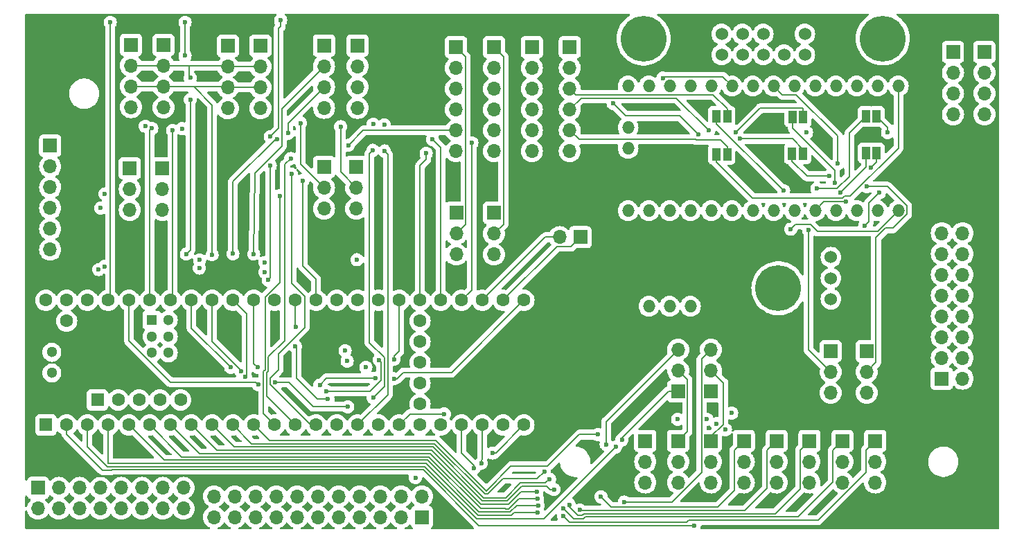
<source format=gbr>
%TF.GenerationSoftware,KiCad,Pcbnew,8.0.3*%
%TF.CreationDate,2024-07-14T18:55:44-07:00*%
%TF.ProjectId,robosub_teensy,726f626f-7375-4625-9f74-65656e73792e,rev?*%
%TF.SameCoordinates,Original*%
%TF.FileFunction,Copper,L4,Bot*%
%TF.FilePolarity,Positive*%
%FSLAX46Y46*%
G04 Gerber Fmt 4.6, Leading zero omitted, Abs format (unit mm)*
G04 Created by KiCad (PCBNEW 8.0.3) date 2024-07-14 18:55:44*
%MOMM*%
%LPD*%
G01*
G04 APERTURE LIST*
%TA.AperFunction,ComponentPad*%
%ADD10O,1.700000X1.700000*%
%TD*%
%TA.AperFunction,ComponentPad*%
%ADD11R,1.700000X1.700000*%
%TD*%
%TA.AperFunction,SMDPad,CuDef*%
%ADD12R,1.000000X1.500000*%
%TD*%
%TA.AperFunction,ComponentPad*%
%ADD13C,5.588000*%
%TD*%
%TA.AperFunction,ComponentPad*%
%ADD14O,1.524000X1.524000*%
%TD*%
%TA.AperFunction,ComponentPad*%
%ADD15C,1.524000*%
%TD*%
%TA.AperFunction,ComponentPad*%
%ADD16C,1.300000*%
%TD*%
%TA.AperFunction,ComponentPad*%
%ADD17R,1.300000X1.300000*%
%TD*%
%TA.AperFunction,ComponentPad*%
%ADD18C,1.600000*%
%TD*%
%TA.AperFunction,ComponentPad*%
%ADD19R,1.600000X1.600000*%
%TD*%
%TA.AperFunction,ViaPad*%
%ADD20C,0.600000*%
%TD*%
%TA.AperFunction,Conductor*%
%ADD21C,0.200000*%
%TD*%
G04 APERTURE END LIST*
D10*
%TO.P,JP10,3,B*%
%TO.N,+5V*%
X169005000Y-181245000D03*
%TO.P,JP10,2,C*%
%TO.N,Net-(J25-Pin_1)*%
X169005000Y-178705000D03*
D11*
%TO.P,JP10,1,A*%
%TO.N,+3.3V*%
X169005000Y-176165000D03*
%TD*%
D10*
%TO.P,JP9,3,B*%
%TO.N,+5V*%
X165065000Y-181245000D03*
%TO.P,JP9,2,C*%
%TO.N,Net-(J24-Pin_1)*%
X165065000Y-178705000D03*
D11*
%TO.P,JP9,1,A*%
%TO.N,+3.3V*%
X165065000Y-176165000D03*
%TD*%
D10*
%TO.P,JP2,3,B*%
%TO.N,+5V*%
X145320000Y-181415000D03*
%TO.P,JP2,2,C*%
%TO.N,Net-(J14-Pin_1)*%
X145320000Y-178875000D03*
D11*
%TO.P,JP2,1,A*%
%TO.N,+3.3V*%
X145320000Y-176335000D03*
%TD*%
D10*
%TO.P,JP1,3,B*%
%TO.N,+5V*%
X141330000Y-181415000D03*
%TO.P,JP1,2,C*%
%TO.N,Net-(J13-Pin_1)*%
X141330000Y-178875000D03*
D11*
%TO.P,JP1,1,A*%
%TO.N,+3.3V*%
X141330000Y-176335000D03*
%TD*%
%TO.P,J25,1,Pin_1*%
%TO.N,Net-(J25-Pin_1)*%
X169145000Y-161315000D03*
D10*
%TO.P,J25,2,Pin_2*%
%TO.N,I2C3_SCL*%
X169145000Y-163855000D03*
%TO.P,J25,3,Pin_3*%
%TO.N,I2C3_SDA*%
X169145000Y-166395000D03*
%TO.P,J25,4,Pin_4*%
%TO.N,GND*%
X169145000Y-168935000D03*
%TD*%
D11*
%TO.P,J24,1,Pin_1*%
%TO.N,Net-(J24-Pin_1)*%
X165065000Y-161315000D03*
D10*
%TO.P,J24,2,Pin_2*%
%TO.N,I2C2_SCL*%
X165065000Y-163855000D03*
%TO.P,J24,3,Pin_3*%
%TO.N,I2C2_SDA*%
X165065000Y-166395000D03*
%TO.P,J24,4,Pin_4*%
%TO.N,GND*%
X165065000Y-168935000D03*
%TD*%
D11*
%TO.P,J21,1,Pin_1*%
%TO.N,+3.3V*%
X157285000Y-161360000D03*
D10*
%TO.P,J21,2,Pin_2*%
%TO.N,I2C1_SCL*%
X157285000Y-163900000D03*
%TO.P,J21,3,Pin_3*%
%TO.N,I2C1_SDA*%
X157285000Y-166440000D03*
%TO.P,J21,4,Pin_4*%
%TO.N,GND*%
X157285000Y-168980000D03*
%TD*%
D11*
%TO.P,J20,1,Pin_1*%
%TO.N,+3.3V*%
X153310000Y-161370000D03*
D10*
%TO.P,J20,2,Pin_2*%
%TO.N,I2C1_SCL*%
X153310000Y-163910000D03*
%TO.P,J20,3,Pin_3*%
%TO.N,I2C1_SDA*%
X153310000Y-166450000D03*
%TO.P,J20,4,Pin_4*%
%TO.N,GND*%
X153310000Y-168990000D03*
%TD*%
D11*
%TO.P,J19,1,Pin_1*%
%TO.N,+3.3V*%
X245760000Y-162100000D03*
D10*
%TO.P,J19,2,Pin_2*%
%TO.N,I2C1_SCL*%
X245760000Y-164640000D03*
%TO.P,J19,3,Pin_3*%
%TO.N,I2C1_SDA*%
X245760000Y-167180000D03*
%TO.P,J19,4,Pin_4*%
%TO.N,GND*%
X245760000Y-169720000D03*
%TD*%
D11*
%TO.P,J18,1,Pin_1*%
%TO.N,+3.3V*%
X241930000Y-162100000D03*
D10*
%TO.P,J18,2,Pin_2*%
%TO.N,I2C1_SCL*%
X241930000Y-164640000D03*
%TO.P,J18,3,Pin_3*%
%TO.N,I2C1_SDA*%
X241930000Y-167180000D03*
%TO.P,J18,4,Pin_4*%
%TO.N,GND*%
X241930000Y-169720000D03*
%TD*%
D11*
%TO.P,J14,1,Pin_1*%
%TO.N,Net-(J14-Pin_1)*%
X145455000Y-161270000D03*
D10*
%TO.P,J14,2,Pin_2*%
%TO.N,I2C1_SCL*%
X145455000Y-163810000D03*
%TO.P,J14,3,Pin_3*%
%TO.N,I2C1_SDA*%
X145455000Y-166350000D03*
%TO.P,J14,4,Pin_4*%
%TO.N,GND*%
X145455000Y-168890000D03*
%TD*%
D11*
%TO.P,J13,1,Pin_1*%
%TO.N,Net-(J13-Pin_1)*%
X141485000Y-161230000D03*
D10*
%TO.P,J13,2,Pin_2*%
%TO.N,I2C1_SCL*%
X141485000Y-163770000D03*
%TO.P,J13,3,Pin_3*%
%TO.N,I2C1_SDA*%
X141485000Y-166310000D03*
%TO.P,J13,4,Pin_4*%
%TO.N,GND*%
X141485000Y-168850000D03*
%TD*%
D12*
%TO.P,JP16,1,A*%
%TO.N,SPI_SCK*%
X214330000Y-174610000D03*
%TO.P,JP16,2,B*%
%TO.N,Net-(JP16-B)*%
X213030000Y-174610000D03*
%TD*%
%TO.P,JP15,1,A*%
%TO.N,SPI_MISO*%
X214330000Y-169990000D03*
%TO.P,JP15,2,B*%
%TO.N,Net-(JP15-B)*%
X213030000Y-169990000D03*
%TD*%
%TO.P,JP14,1,A*%
%TO.N,SPI_MOSI*%
X223580000Y-174550000D03*
%TO.P,JP14,2,B*%
%TO.N,Net-(JP14-B)*%
X222280000Y-174550000D03*
%TD*%
%TO.P,JP13,1,A*%
%TO.N,SPI_CS4*%
X223640000Y-170020000D03*
%TO.P,JP13,2,B*%
%TO.N,Net-(JP13-B)*%
X222340000Y-170020000D03*
%TD*%
%TO.P,JP12,1,A*%
%TO.N,PWM8{slash}AUDIO_DOUT*%
X232590000Y-174430000D03*
%TO.P,JP12,2,B*%
%TO.N,Net-(JP12-B)*%
X231290000Y-174430000D03*
%TD*%
%TO.P,JP11,1,A*%
%TO.N,PWM7{slash}AUDIO_DIN*%
X232590000Y-169990000D03*
%TO.P,JP11,2,B*%
%TO.N,Net-(JP11-B)*%
X231290000Y-169990000D03*
%TD*%
D11*
%TO.P,J12,1,Pin_1*%
%TO.N,GND*%
X130120000Y-215392000D03*
D10*
%TO.P,J12,2,Pin_2*%
%TO.N,+5V*%
X130120000Y-217932000D03*
%TO.P,J12,3,Pin_3*%
%TO.N,GND*%
X132660000Y-215392000D03*
%TO.P,J12,4,Pin_4*%
%TO.N,+5V*%
X132660000Y-217932000D03*
%TO.P,J12,5,Pin_5*%
%TO.N,GND*%
X135200000Y-215392000D03*
%TO.P,J12,6,Pin_6*%
%TO.N,+5V*%
X135200000Y-217932000D03*
%TO.P,J12,7,Pin_7*%
%TO.N,GND*%
X137740000Y-215392000D03*
%TO.P,J12,8,Pin_8*%
%TO.N,+5V*%
X137740000Y-217932000D03*
%TO.P,J12,9,Pin_9*%
%TO.N,GND*%
X140280000Y-215392000D03*
%TO.P,J12,10,Pin_10*%
%TO.N,+5V*%
X140280000Y-217932000D03*
%TO.P,J12,11,Pin_11*%
%TO.N,GND*%
X142820000Y-215392000D03*
%TO.P,J12,12,Pin_12*%
%TO.N,+5V*%
X142820000Y-217932000D03*
%TO.P,J12,13,Pin_13*%
%TO.N,GND*%
X145360000Y-215392000D03*
%TO.P,J12,14,Pin_14*%
%TO.N,+5V*%
X145360000Y-217932000D03*
%TO.P,J12,15,Pin_15*%
%TO.N,GND*%
X147900000Y-215392000D03*
%TO.P,J12,16,Pin_16*%
%TO.N,+5V*%
X147900000Y-217932000D03*
%TD*%
%TO.P,J11,16,Pin_16*%
%TO.N,+3.3V*%
X243100000Y-184255000D03*
%TO.P,J11,15,Pin_15*%
%TO.N,GND*%
X240560000Y-184255000D03*
%TO.P,J11,14,Pin_14*%
%TO.N,+3.3V*%
X243100000Y-186795000D03*
%TO.P,J11,13,Pin_13*%
%TO.N,GND*%
X240560000Y-186795000D03*
%TO.P,J11,12,Pin_12*%
%TO.N,+3.3V*%
X243100000Y-189335000D03*
%TO.P,J11,11,Pin_11*%
%TO.N,GND*%
X240560000Y-189335000D03*
%TO.P,J11,10,Pin_10*%
%TO.N,+3.3V*%
X243100000Y-191875000D03*
%TO.P,J11,9,Pin_9*%
%TO.N,GND*%
X240560000Y-191875000D03*
%TO.P,J11,8,Pin_8*%
%TO.N,+3.3V*%
X243100000Y-194415000D03*
%TO.P,J11,7,Pin_7*%
%TO.N,GND*%
X240560000Y-194415000D03*
%TO.P,J11,6,Pin_6*%
%TO.N,+3.3V*%
X243100000Y-196955000D03*
%TO.P,J11,5,Pin_5*%
%TO.N,GND*%
X240560000Y-196955000D03*
%TO.P,J11,4,Pin_4*%
%TO.N,+3.3V*%
X243100000Y-199495000D03*
%TO.P,J11,3,Pin_3*%
%TO.N,GND*%
X240560000Y-199495000D03*
%TO.P,J11,2,Pin_2*%
%TO.N,+3.3V*%
X243100000Y-202035000D03*
D11*
%TO.P,J11,1,Pin_1*%
%TO.N,GND*%
X240560000Y-202035000D03*
%TD*%
%TO.P,J17,1,Pin_1*%
%TO.N,GND*%
X177020000Y-218970000D03*
D10*
%TO.P,J17,2,Pin_2*%
%TO.N,D1{slash}A1*%
X177020000Y-216430000D03*
%TO.P,J17,3,Pin_3*%
%TO.N,GND*%
X174480000Y-218970000D03*
%TO.P,J17,4,Pin_4*%
%TO.N,D2{slash}A2*%
X174480000Y-216430000D03*
%TO.P,J17,5,Pin_5*%
%TO.N,GND*%
X171940000Y-218970000D03*
%TO.P,J17,6,Pin_6*%
%TO.N,D3{slash}PWM10*%
X171940000Y-216430000D03*
%TO.P,J17,7,Pin_7*%
%TO.N,GND*%
X169400000Y-218970000D03*
%TO.P,J17,8,Pin_8*%
%TO.N,D4{slash}PWM11*%
X169400000Y-216430000D03*
%TO.P,J17,9,Pin_9*%
%TO.N,GND*%
X166860000Y-218970000D03*
%TO.P,J17,10,Pin_10*%
%TO.N,D5*%
X166860000Y-216430000D03*
%TO.P,J17,11,Pin_11*%
%TO.N,GND*%
X164320000Y-218970000D03*
%TO.P,J17,12,Pin_12*%
%TO.N,D6*%
X164320000Y-216430000D03*
%TO.P,J17,13,Pin_13*%
%TO.N,GND*%
X161780000Y-218970000D03*
%TO.P,J17,14,Pin_14*%
%TO.N,D7*%
X161780000Y-216430000D03*
%TO.P,J17,15,Pin_15*%
%TO.N,GND*%
X159240000Y-218970000D03*
%TO.P,J17,16,Pin_16*%
%TO.N,D8{slash}A3{slash}PWM12*%
X159240000Y-216430000D03*
%TO.P,J17,17,Pin_17*%
%TO.N,GND*%
X156700000Y-218970000D03*
%TO.P,J17,18,Pin_18*%
%TO.N,D9{slash}A4{slash}PWM13*%
X156700000Y-216430000D03*
%TO.P,J17,19,Pin_19*%
%TO.N,GND*%
X154160000Y-218970000D03*
%TO.P,J17,20,Pin_20*%
%TO.N,D10{slash}A5*%
X154160000Y-216430000D03*
%TO.P,J17,21,Pin_21*%
%TO.N,GND*%
X151620000Y-218970000D03*
%TO.P,J17,22,Pin_22*%
%TO.N,D11{slash}PWM14*%
X151620000Y-216430000D03*
%TD*%
D11*
%TO.P,JP18,1,A*%
%TO.N,I2C2_SCL*%
X231375000Y-198680000D03*
D10*
%TO.P,JP18,2,C*%
%TO.N,Net-(JP18-C)*%
X231375000Y-201220000D03*
%TO.P,JP18,3,B*%
%TO.N,I2C1_SCL*%
X231375000Y-203760000D03*
%TD*%
D11*
%TO.P,JP17,1,A*%
%TO.N,I2C2_SDA*%
X226975000Y-198680000D03*
D10*
%TO.P,JP17,2,C*%
%TO.N,Net-(JP17-C)*%
X226975000Y-201220000D03*
%TO.P,JP17,3,B*%
%TO.N,I2C1_SDA*%
X226975000Y-203760000D03*
%TD*%
D11*
%TO.P,JP8,1,A*%
%TO.N,+3.3V*%
X185825000Y-181775000D03*
D10*
%TO.P,JP8,2,C*%
%TO.N,Net-(J23-Pin_1)*%
X185825000Y-184315000D03*
%TO.P,JP8,3,B*%
%TO.N,+5V*%
X185825000Y-186855000D03*
%TD*%
D11*
%TO.P,JP7,1,A*%
%TO.N,+3.3V*%
X181225000Y-181775000D03*
D10*
%TO.P,JP7,2,C*%
%TO.N,Net-(J22-Pin_1)*%
X181225000Y-184315000D03*
%TO.P,JP7,3,B*%
%TO.N,+5V*%
X181225000Y-186855000D03*
%TD*%
D11*
%TO.P,JP4,1,A*%
%TO.N,PWM1*%
X208336224Y-203575000D03*
D10*
%TO.P,JP4,2,C*%
%TO.N,Net-(J6-Pin_1)*%
X208336224Y-201035000D03*
%TO.P,JP4,3,B*%
%TO.N,PWM8{slash}AUDIO_DOUT*%
X208336224Y-198495000D03*
%TD*%
%TO.P,JP3,3,B*%
%TO.N,PWM7{slash}AUDIO_DIN*%
X212351020Y-198495000D03*
%TO.P,JP3,2,C*%
%TO.N,Net-(J4-Pin_1)*%
X212351020Y-201035000D03*
D11*
%TO.P,JP3,1,A*%
%TO.N,PWM0*%
X212351020Y-203575000D03*
%TD*%
%TO.P,J27,1,Pin_1*%
%TO.N,+3.3V*%
X195100000Y-161525000D03*
D10*
%TO.P,J27,2,Pin_2*%
%TO.N,SPI_MOSI*%
X195100000Y-164065000D03*
%TO.P,J27,3,Pin_3*%
%TO.N,SPI_MISO*%
X195100000Y-166605000D03*
%TO.P,J27,4,Pin_4*%
%TO.N,SPI_CS4*%
X195100000Y-169145000D03*
%TO.P,J27,5,Pin_5*%
%TO.N,SPI_SCK*%
X195100000Y-171685000D03*
%TO.P,J27,6,Pin_6*%
%TO.N,GND*%
X195100000Y-174225000D03*
%TD*%
D11*
%TO.P,J26,1,Pin_1*%
%TO.N,+3.3V*%
X190466666Y-161525000D03*
D10*
%TO.P,J26,2,Pin_2*%
%TO.N,SPI_MOSI*%
X190466666Y-164065000D03*
%TO.P,J26,3,Pin_3*%
%TO.N,SPI_MISO*%
X190466666Y-166605000D03*
%TO.P,J26,4,Pin_4*%
%TO.N,SPI_CS3*%
X190466666Y-169145000D03*
%TO.P,J26,5,Pin_5*%
%TO.N,SPI_SCK*%
X190466666Y-171685000D03*
%TO.P,J26,6,Pin_6*%
%TO.N,GND*%
X190466666Y-174225000D03*
%TD*%
D11*
%TO.P,J23,1,Pin_1*%
%TO.N,Net-(J23-Pin_1)*%
X185833333Y-161525000D03*
D10*
%TO.P,J23,2,Pin_2*%
%TO.N,SPI_MOSI*%
X185833333Y-164065000D03*
%TO.P,J23,3,Pin_3*%
%TO.N,SPI_MISO*%
X185833333Y-166605000D03*
%TO.P,J23,4,Pin_4*%
%TO.N,SPI_CS2*%
X185833333Y-169145000D03*
%TO.P,J23,5,Pin_5*%
%TO.N,SPI_SCK*%
X185833333Y-171685000D03*
%TO.P,J23,6,Pin_6*%
%TO.N,GND*%
X185833333Y-174225000D03*
%TD*%
D11*
%TO.P,J22,1,Pin_1*%
%TO.N,Net-(J22-Pin_1)*%
X181200000Y-161525000D03*
D10*
%TO.P,J22,2,Pin_2*%
%TO.N,SPI_MOSI*%
X181200000Y-164065000D03*
%TO.P,J22,3,Pin_3*%
%TO.N,SPI_MISO*%
X181200000Y-166605000D03*
%TO.P,J22,4,Pin_4*%
%TO.N,SPI_CS1*%
X181200000Y-169145000D03*
%TO.P,J22,5,Pin_5*%
%TO.N,SPI_SCK*%
X181200000Y-171685000D03*
%TO.P,J22,6,Pin_6*%
%TO.N,GND*%
X181200000Y-174225000D03*
%TD*%
D11*
%TO.P,J10,1,Pin_1*%
%TO.N,+5V*%
X131600000Y-173560000D03*
D10*
%TO.P,J10,2,Pin_2*%
X131600000Y-176100000D03*
%TO.P,J10,3,Pin_3*%
%TO.N,Analog_Current*%
X131600000Y-178640000D03*
%TO.P,J10,4,Pin_4*%
%TO.N,Analog_Voltage*%
X131600000Y-181180000D03*
%TO.P,J10,5,Pin_5*%
%TO.N,GND*%
X131600000Y-183720000D03*
%TO.P,J10,6,Pin_6*%
X131600000Y-186260000D03*
%TD*%
D11*
%TO.P,J9,1,Pin_1*%
%TO.N,PWM6*%
X216365816Y-209645000D03*
D10*
%TO.P,J9,2,Pin_2*%
%TO.N,unconnected-(J9-Pin_2-Pad2)*%
X216365816Y-212185000D03*
%TO.P,J9,3,Pin_3*%
%TO.N,GND*%
X216365816Y-214725000D03*
%TD*%
%TO.P,J8,3,Pin_3*%
%TO.N,GND*%
X204321428Y-214725000D03*
%TO.P,J8,2,Pin_2*%
%TO.N,unconnected-(J8-Pin_2-Pad2)*%
X204321428Y-212185000D03*
D11*
%TO.P,J8,1,Pin_1*%
%TO.N,PWM9*%
X204321428Y-209645000D03*
%TD*%
%TO.P,J7,1,Pin_1*%
%TO.N,PWM5*%
X220380612Y-209645000D03*
D10*
%TO.P,J7,2,Pin_2*%
%TO.N,unconnected-(J7-Pin_2-Pad2)*%
X220380612Y-212185000D03*
%TO.P,J7,3,Pin_3*%
%TO.N,GND*%
X220380612Y-214725000D03*
%TD*%
%TO.P,J6,3,Pin_3*%
%TO.N,GND*%
X208336224Y-214725000D03*
%TO.P,J6,2,Pin_2*%
%TO.N,unconnected-(J6-Pin_2-Pad2)*%
X208336224Y-212185000D03*
D11*
%TO.P,J6,1,Pin_1*%
%TO.N,Net-(J6-Pin_1)*%
X208336224Y-209645000D03*
%TD*%
D10*
%TO.P,J5,3,Pin_3*%
%TO.N,GND*%
X224395408Y-214725000D03*
%TO.P,J5,2,Pin_2*%
%TO.N,unconnected-(J5-Pin_2-Pad2)*%
X224395408Y-212185000D03*
D11*
%TO.P,J5,1,Pin_1*%
%TO.N,PWM4*%
X224395408Y-209645000D03*
%TD*%
%TO.P,J4,1,Pin_1*%
%TO.N,Net-(J4-Pin_1)*%
X212351020Y-209645000D03*
D10*
%TO.P,J4,2,Pin_2*%
%TO.N,unconnected-(J4-Pin_2-Pad2)*%
X212351020Y-212185000D03*
%TO.P,J4,3,Pin_3*%
%TO.N,GND*%
X212351020Y-214725000D03*
%TD*%
%TO.P,J3,3,Pin_3*%
%TO.N,GND*%
X228410204Y-214725000D03*
%TO.P,J3,2,Pin_2*%
%TO.N,unconnected-(J3-Pin_2-Pad2)*%
X228410204Y-212185000D03*
D11*
%TO.P,J3,1,Pin_1*%
%TO.N,PWM3*%
X228410204Y-209645000D03*
%TD*%
%TO.P,J2,1,Pin_1*%
%TO.N,UART_RX*%
X196400000Y-184745000D03*
D10*
%TO.P,J2,2,Pin_2*%
%TO.N,UART_TX*%
X193860000Y-184745000D03*
%TD*%
%TO.P,J1,3,Pin_3*%
%TO.N,GND*%
X232425000Y-214725000D03*
%TO.P,J1,2,Pin_2*%
%TO.N,unconnected-(J1-Pin_2-Pad2)*%
X232425000Y-212185000D03*
D11*
%TO.P,J1,1,Pin_1*%
%TO.N,PWM2*%
X232425000Y-209645000D03*
%TD*%
D13*
%TO.P,U2,*%
%TO.N,*%
X204114680Y-160473880D03*
X220589120Y-190989440D03*
X233352620Y-160453560D03*
D14*
%TO.P,U2,1,GND*%
%TO.N,GND*%
X202230000Y-181500000D03*
%TO.P,U2,2,0_RX1_CRX2_CS1*%
%TO.N,unconnected-(U2-0_RX1_CRX2_CS1-Pad2)*%
X204770000Y-181500000D03*
%TO.P,U2,3,1_TX1_CTX2_MISO1*%
%TO.N,unconnected-(U2-1_TX1_CTX2_MISO1-Pad3)*%
X207310000Y-181500000D03*
%TO.P,U2,4,2_OUT2*%
%TO.N,unconnected-(U2-2_OUT2-Pad4)*%
X209850000Y-181500000D03*
%TO.P,U2,5,3_LRCLK2*%
%TO.N,unconnected-(U2-3_LRCLK2-Pad5)*%
X212390000Y-181500000D03*
%TO.P,U2,6,4_BCLK2*%
%TO.N,unconnected-(U2-4_BCLK2-Pad6)*%
X214930000Y-181500000D03*
%TO.P,U2,7,5_IN2*%
%TO.N,unconnected-(U2-5_IN2-Pad7)*%
X217470000Y-181500000D03*
%TO.P,U2,8,6_OUT1D*%
%TO.N,unconnected-(U2-6_OUT1D-Pad8)*%
X220010000Y-181500000D03*
%TO.P,U2,9,7_RX2_OUT1A*%
%TO.N,Net-(JP11-B)*%
X222550000Y-181500000D03*
%TO.P,U2,10,8_TX2_IN1*%
%TO.N,Net-(JP12-B)*%
X225090000Y-181500000D03*
%TO.P,U2,11,9_OUT1C*%
%TO.N,unconnected-(U2-9_OUT1C-Pad11)*%
X227630000Y-181500000D03*
%TO.P,U2,12,10_CS_MQSR*%
%TO.N,Net-(JP13-B)*%
X230170000Y-181500000D03*
%TO.P,U2,13,11_MOSI_CTX1*%
%TO.N,Net-(JP14-B)*%
X232710000Y-181500000D03*
%TO.P,U2,14,12_MISO_MQSL*%
%TO.N,Net-(JP15-B)*%
X235250000Y-181500000D03*
%TO.P,U2,15,MIC*%
%TO.N,unconnected-(U2-MIC-Pad15)*%
X202230000Y-171340000D03*
%TO.P,U2,16,GND*%
%TO.N,unconnected-(U2-GND-Pad16)*%
X202230000Y-173880000D03*
%TO.P,U2,17,13_SCK_CRX1_LED*%
%TO.N,Net-(JP16-B)*%
X235250000Y-166260000D03*
%TO.P,U2,18,14_A0_TX3_SPDIF_OUT*%
%TO.N,unconnected-(U2-14_A0_TX3_SPDIF_OUT-Pad18)*%
X232710000Y-166260000D03*
%TO.P,U2,19,15_A1_RX3_SPDIF_IN_VOL*%
%TO.N,Vol_Knob*%
X230170000Y-166260000D03*
%TO.P,U2,20,16_A2_RX4_SCL1*%
%TO.N,unconnected-(U2-16_A2_RX4_SCL1-Pad20)*%
X227630000Y-166260000D03*
%TO.P,U2,21,17_A3_TX4_SDA1*%
%TO.N,unconnected-(U2-17_A3_TX4_SDA1-Pad21)*%
X225090000Y-166260000D03*
%TO.P,U2,22,18_A4_SDA0*%
%TO.N,Net-(JP17-C)*%
X222550000Y-166260000D03*
%TO.P,U2,23,19_A5_SCL0*%
%TO.N,Net-(JP18-C)*%
X220010000Y-166260000D03*
%TO.P,U2,24,20_A6_TX5_LRCLK1*%
%TO.N,LRCLK*%
X217470000Y-166260000D03*
%TO.P,U2,25,21_A7_RX5_BCLK1*%
%TO.N,BCLK*%
X214930000Y-166260000D03*
%TO.P,U2,26,22_A8_CTX1*%
%TO.N,unconnected-(U2-22_A8_CTX1-Pad26)*%
X212390000Y-166260000D03*
%TO.P,U2,27,23_A9_CRX1_MCLK1*%
%TO.N,MCLK*%
X209850000Y-166260000D03*
%TO.P,U2,28,3V*%
%TO.N,+3.3V*%
X207310000Y-166260000D03*
%TO.P,U2,29,GND*%
%TO.N,GND*%
X204770000Y-166260000D03*
%TO.P,U2,30,5V*%
%TO.N,+5V*%
X202230000Y-166260000D03*
D15*
%TO.P,U2,31,LINE_OUT_L*%
%TO.N,unconnected-(U2-LINE_OUT_L-Pad31)*%
X223820000Y-162450000D03*
%TO.P,U2,32,LINE_OUT_GND*%
%TO.N,unconnected-(U2-LINE_OUT_GND-Pad32)*%
X221280000Y-162450000D03*
%TO.P,U2,33,LINE_OUT_R*%
%TO.N,unconnected-(U2-LINE_OUT_R-Pad33)*%
X218740000Y-162450000D03*
%TO.P,U2,34,LINE_IN_R*%
%TO.N,unconnected-(U2-LINE_IN_R-Pad34)*%
X216200000Y-162450000D03*
%TO.P,U2,35,LINE_IN_L*%
%TO.N,unconnected-(U2-LINE_IN_L-Pad35)*%
X213660000Y-162450000D03*
%TO.P,U2,36,LINE_IN_R_GND*%
%TO.N,unconnected-(U2-LINE_IN_R_GND-Pad36)*%
X216200000Y-159910000D03*
%TO.P,U2,37,LINE_IN_L_GND*%
%TO.N,unconnected-(U2-LINE_IN_L_GND-Pad37)*%
X213660000Y-159910000D03*
%TO.P,U2,38,VOL_GND*%
%TO.N,unconnected-(U2-VOL_GND-Pad38)*%
X227020400Y-187192140D03*
%TO.P,U2,39,VOL_15_A1*%
%TO.N,unconnected-(U2-VOL_15_A1-Pad39)*%
X227020400Y-189772780D03*
%TO.P,U2,40,VOL_3.3V*%
%TO.N,unconnected-(U2-VOL_3.3V-Pad40)*%
X227020400Y-192310240D03*
D14*
%TO.P,U2,41,HEADPHONES_L*%
%TO.N,unconnected-(U2-HEADPHONES_L-Pad41)*%
X209850000Y-193184000D03*
%TO.P,U2,42,HEADPHONES_R*%
%TO.N,unconnected-(U2-HEADPHONES_R-Pad42)*%
X207310000Y-193184000D03*
%TO.P,U2,43,HEADPHONES_VGND*%
%TO.N,unconnected-(U2-HEADPHONES_VGND-Pad43)*%
X204770000Y-193184000D03*
D15*
%TO.P,U2,45*%
%TO.N,N/C*%
X218740000Y-159910000D03*
%TO.P,U2,46*%
X223820000Y-159910000D03*
%TD*%
D16*
%TO.P,U1,67,D+*%
%TO.N,unconnected-(U1-D+-Pad67)*%
X131805000Y-201340000D03*
%TO.P,U1,66,D-*%
%TO.N,unconnected-(U1-D--Pad66)*%
X131805000Y-198800000D03*
%TO.P,U1,65,R-*%
%TO.N,unconnected-(U1-R--Pad65)*%
X146045000Y-194888400D03*
%TO.P,U1,64,GND*%
%TO.N,unconnected-(U1-GND-Pad64)*%
X146045000Y-196888400D03*
%TO.P,U1,63,T+*%
%TO.N,unconnected-(U1-T+-Pad63)*%
X146045000Y-198888400D03*
%TO.P,U1,62,T-*%
%TO.N,unconnected-(U1-T--Pad62)*%
X144045000Y-198888400D03*
%TO.P,U1,61,LED*%
%TO.N,unconnected-(U1-LED-Pad61)*%
X144045000Y-196888400D03*
D17*
%TO.P,U1,60,R+*%
%TO.N,unconnected-(U1-R+-Pad60)*%
X144045000Y-194888400D03*
D18*
%TO.P,U1,59,GND*%
%TO.N,unconnected-(U1-GND-Pad59)*%
X147534200Y-204639200D03*
%TO.P,U1,58,GND*%
%TO.N,unconnected-(U1-GND-Pad58)*%
X144994200Y-204639200D03*
%TO.P,U1,57,D+*%
%TO.N,unconnected-(U1-D+-Pad57)*%
X142454200Y-204639200D03*
%TO.P,U1,56,D-*%
%TO.N,unconnected-(U1-D--Pad56)*%
X139914200Y-204639200D03*
D19*
%TO.P,U1,55,5V*%
%TO.N,unconnected-(U1-5V-Pad55)*%
X137374200Y-204639200D03*
D18*
%TO.P,U1,54,ON_OFF*%
%TO.N,unconnected-(U1-ON_OFF-Pad54)*%
X176795000Y-194990000D03*
%TO.P,U1,53,PROGRAM*%
%TO.N,unconnected-(U1-PROGRAM-Pad53)*%
X176795000Y-197530000D03*
%TO.P,U1,52,GND*%
%TO.N,unconnected-(U1-GND-Pad52)*%
X176795000Y-200070000D03*
%TO.P,U1,51,3V3*%
%TO.N,unconnected-(U1-3V3-Pad51)*%
X176795000Y-202610000D03*
%TO.P,U1,50,VBAT*%
%TO.N,unconnected-(U1-VBAT-Pad50)*%
X176795000Y-205150000D03*
%TO.P,U1,49,VUSB*%
%TO.N,unconnected-(U1-VUSB-Pad49)*%
X133615000Y-194990000D03*
%TO.P,U1,48,VIN*%
%TO.N,+5V*%
X131075000Y-192450000D03*
%TO.P,U1,47,GND*%
%TO.N,GND*%
X133615000Y-192450000D03*
%TO.P,U1,46,3V3*%
%TO.N,+3.3V*%
X136155000Y-192450000D03*
%TO.P,U1,45,23_A9_CRX1_MCLK1*%
%TO.N,MCLK*%
X138695000Y-192450000D03*
%TO.P,U1,44,22_A8_CTX1*%
%TO.N,D8{slash}A3{slash}PWM12*%
X141235000Y-192450000D03*
%TO.P,U1,43,21_A7_RX5_BCLK1*%
%TO.N,BCLK*%
X143775000Y-192450000D03*
%TO.P,U1,42,20_A6_TX5_LRCLK1*%
%TO.N,LRCLK*%
X146315000Y-192450000D03*
%TO.P,U1,41,19_A5_SCL*%
%TO.N,I2C1_SCL*%
X148855000Y-192450000D03*
%TO.P,U1,40,18_A4_SDA*%
%TO.N,I2C1_SDA*%
X151395000Y-192450000D03*
%TO.P,U1,39,17_A3_TX4_SDA1*%
%TO.N,I2C2_SDA*%
X153935000Y-192450000D03*
%TO.P,U1,38,16_A2_RX4_SCL1*%
%TO.N,I2C2_SCL*%
X156475000Y-192450000D03*
%TO.P,U1,37,15_A1_RX3_SPDIF_IN*%
%TO.N,Vol_Knob*%
X159015000Y-192450000D03*
%TO.P,U1,36,14_A0_TX3_SPDIF_OUT*%
%TO.N,D9{slash}A4{slash}PWM13*%
X161555000Y-192450000D03*
%TO.P,U1,35,13_SCK_LED*%
%TO.N,SPI_SCK*%
X164095000Y-192450000D03*
%TO.P,U1,34,GND*%
%TO.N,GND*%
X166635000Y-192450000D03*
%TO.P,U1,33,41_A17*%
%TO.N,Analog_Current*%
X169175000Y-192450000D03*
%TO.P,U1,32,40_A16*%
%TO.N,Analog_Voltage*%
X171715000Y-192450000D03*
%TO.P,U1,31,39_MISO1_OUT1A*%
%TO.N,D10{slash}A5*%
X174255000Y-192450000D03*
%TO.P,U1,30,38_CS1_IN1*%
%TO.N,SPI_CS2*%
X176795000Y-192450000D03*
%TO.P,U1,29,37_CS*%
%TO.N,SPI_CS3*%
X179335000Y-192450000D03*
%TO.P,U1,28,36_CS*%
%TO.N,SPI_CS4*%
X181875000Y-192450000D03*
%TO.P,U1,27,35_TX8*%
%TO.N,UART_TX*%
X184415000Y-192450000D03*
%TO.P,U1,26,34_RX8*%
%TO.N,UART_RX*%
X186955000Y-192450000D03*
%TO.P,U1,25,33_MCLK2*%
%TO.N,D11{slash}PWM14*%
X189495000Y-192450000D03*
%TO.P,U1,24,32_OUT1B*%
%TO.N,D7*%
X189495000Y-207690000D03*
%TO.P,U1,23,31_CTX3*%
%TO.N,D6*%
X186955000Y-207690000D03*
%TO.P,U1,22,30_CRX3*%
%TO.N,D5*%
X184415000Y-207690000D03*
%TO.P,U1,21,29_TX7*%
%TO.N,D4{slash}PWM11*%
X181875000Y-207690000D03*
%TO.P,U1,20,28_RX7*%
%TO.N,D3{slash}PWM10*%
X179335000Y-207690000D03*
%TO.P,U1,19,27_A13_SCK1*%
%TO.N,D2{slash}A2*%
X176795000Y-207690000D03*
%TO.P,U1,18,26_A12_MOSI1*%
%TO.N,D1{slash}A1*%
X174255000Y-207690000D03*
%TO.P,U1,17,25_A11_RX6_SDA2*%
%TO.N,I2C3_SDA*%
X171715000Y-207690000D03*
%TO.P,U1,16,24_A10_TX6_SCL2*%
%TO.N,I2C3_SCL*%
X169175000Y-207690000D03*
%TO.P,U1,15,3V3*%
%TO.N,+3.3V*%
X166635000Y-207690000D03*
%TO.P,U1,14,12_MISO_MQSL*%
%TO.N,SPI_MISO*%
X164095000Y-207690000D03*
%TO.P,U1,13,11_MOSI_CTX1*%
%TO.N,SPI_MOSI*%
X161555000Y-207690000D03*
%TO.P,U1,12,10_CS_MQSR*%
%TO.N,SPI_CS1*%
X159015000Y-207690000D03*
%TO.P,U1,11,9_OUT1C*%
%TO.N,PWM9*%
X156475000Y-207690000D03*
%TO.P,U1,10,8_TX2_IN1*%
%TO.N,PWM8{slash}AUDIO_DOUT*%
X153935000Y-207690000D03*
%TO.P,U1,9,7_RX2_OUT1A*%
%TO.N,PWM7{slash}AUDIO_DIN*%
X151395000Y-207690000D03*
%TO.P,U1,8,6_OUT1D*%
%TO.N,PWM6*%
X148855000Y-207690000D03*
%TO.P,U1,7,5_IN2*%
%TO.N,PWM5*%
X146315000Y-207690000D03*
%TO.P,U1,6,4_BCLK2*%
%TO.N,PWM4*%
X143775000Y-207690000D03*
%TO.P,U1,5,3_LRCLK2*%
%TO.N,PWM3*%
X141235000Y-207690000D03*
%TO.P,U1,4,2_OUT2*%
%TO.N,PWM2*%
X138695000Y-207690000D03*
%TO.P,U1,3,1_TX1_CTX2_MISO1*%
%TO.N,PWM1*%
X136155000Y-207690000D03*
%TO.P,U1,2,0_RX1_CRX2_CS1*%
%TO.N,PWM0*%
X133615000Y-207690000D03*
D19*
%TO.P,U1,1,GND*%
%TO.N,GND*%
X131075000Y-207690000D03*
%TD*%
D20*
%TO.N,SPI_MOSI*%
X200406000Y-168402000D03*
X210820000Y-172212000D03*
X215900000Y-172720000D03*
%TO.N,SPI_CS4*%
X212090000Y-171704000D03*
X215392000Y-171958000D03*
%TO.N,PWM7{slash}AUDIO_DIN*%
X233934000Y-171958000D03*
%TO.N,PWM8{slash}AUDIO_DOUT*%
X232918000Y-179324000D03*
X231140000Y-183388000D03*
X231902000Y-176276000D03*
%TO.N,I2C2_SCL*%
X167640000Y-198628000D03*
X214884000Y-206248000D03*
X156972000Y-200660000D03*
%TO.N,I2C1_SCL*%
X153670000Y-200660000D03*
X214122000Y-208280000D03*
X167894000Y-199898000D03*
%TO.N,I2C1_SDA*%
X170180000Y-200660000D03*
X154940000Y-201168000D03*
X213029063Y-207534459D03*
%TO.N,Vol_Knob*%
X158242000Y-189992000D03*
X158496000Y-176022000D03*
X158496000Y-172466000D03*
X159766000Y-158242000D03*
%TO.N,LRCLK*%
X148082000Y-158496000D03*
X148082000Y-162560000D03*
X146558000Y-171704000D03*
%TO.N,BCLK*%
X144018000Y-171450000D03*
X206480742Y-165280000D03*
%TO.N,MCLK*%
X138938000Y-158496000D03*
%TO.N,SPI_CS2*%
X177546000Y-174498000D03*
%TO.N,SPI_CS4*%
X183134000Y-173228000D03*
%TO.N,SPI_CS3*%
X178317308Y-172807453D03*
%TO.N,I2C2_SDA*%
X155467508Y-201813672D03*
X211836000Y-207010000D03*
X208280000Y-207010000D03*
%TO.N,Net-(JP17-C)*%
X224282000Y-183862000D03*
X224028000Y-171958000D03*
%TO.N,Net-(JP18-C)*%
X231394000Y-178562000D03*
X227838000Y-175768000D03*
%TO.N,Net-(JP15-B)*%
X222108000Y-183770620D03*
X221234000Y-179070000D03*
%TO.N,Net-(JP14-B)*%
X226822000Y-177292000D03*
%TO.N,Net-(JP13-B)*%
X227505380Y-178132620D03*
%TO.N,Net-(JP11-B)*%
X225298000Y-178816000D03*
%TO.N,Net-(JP12-B)*%
X228832265Y-180419197D03*
X228129882Y-179322807D03*
%TO.N,D11{slash}PWM14*%
X173670000Y-202050000D03*
X164553537Y-202810777D03*
X171360000Y-201980000D03*
%TO.N,D10{slash}A5*%
X165321380Y-203578620D03*
X173630000Y-199670000D03*
X171810000Y-199740000D03*
%TO.N,D9{slash}A4{slash}PWM13*%
X161590000Y-195720000D03*
X165540000Y-204560000D03*
X161560000Y-198080000D03*
%TO.N,D8{slash}A3{slash}PWM12*%
X157009927Y-202760000D03*
X159107620Y-202510000D03*
X167970000Y-205480000D03*
%TO.N,D7*%
X185690000Y-211130000D03*
%TO.N,D1{slash}A1*%
X179768380Y-206341620D03*
X176250000Y-214130000D03*
%TO.N,D4{slash}PWM11*%
X183420000Y-212980000D03*
%TO.N,D5*%
X184300000Y-212380000D03*
%TO.N,PWM9*%
X198540000Y-208880000D03*
%TO.N,PWM8{slash}AUDIO_DOUT*%
X191990000Y-213370000D03*
X199550000Y-210070000D03*
%TO.N,PWM7{slash}AUDIO_DIN*%
X192630000Y-214330000D03*
X201750000Y-217130000D03*
%TO.N,PWM6*%
X193180000Y-215570000D03*
X198910000Y-216480000D03*
%TO.N,PWM5*%
X191080000Y-215840000D03*
X196356216Y-218105456D03*
%TO.N,PWM4*%
X195052537Y-217457463D03*
X191148638Y-216687227D03*
%TO.N,PWM3*%
X194302253Y-217856935D03*
X191236663Y-217532660D03*
%TO.N,PWM2*%
X191203770Y-218382025D03*
X194342126Y-218816048D03*
%TO.N,PWM0*%
X210315650Y-219990000D03*
%TO.N,PWM1*%
X201480000Y-209530000D03*
X200720000Y-210390000D03*
%TO.N,I2C3_SDA*%
X171080000Y-170940000D03*
X171030000Y-174120000D03*
X171080000Y-204360000D03*
%TO.N,I2C3_SCL*%
X172420000Y-171000000D03*
X172450000Y-174210000D03*
%TO.N,SPI_CS1*%
X159650000Y-179690000D03*
%TO.N,SPI_MISO*%
X161076899Y-177036047D03*
%TO.N,SPI_MOSI*%
X160997537Y-175127537D03*
%TO.N,SPI_SCK*%
X168040380Y-173510000D03*
X162480000Y-177810000D03*
%TO.N,Net-(J25-Pin_1)*%
X167090000Y-171240000D03*
%TO.N,Net-(J24-Pin_1)*%
X162200000Y-170790000D03*
%TO.N,I2C2_SDA*%
X160670000Y-172040000D03*
X159300872Y-172739286D03*
X153935000Y-186780000D03*
%TO.N,I2C2_SCL*%
X156475000Y-186800000D03*
%TO.N,I2C1_SCL*%
X148732000Y-165270000D03*
X148732000Y-167921576D03*
X148250000Y-186800000D03*
%TO.N,I2C1_SDA*%
X151395000Y-186880000D03*
%TO.N,Net-(J14-Pin_1)*%
X147720620Y-171460620D03*
%TO.N,Net-(J13-Pin_1)*%
X143220000Y-171170000D03*
%TO.N,Analog_Voltage*%
X157846000Y-189025591D03*
X149830000Y-188520000D03*
%TO.N,Analog_Current*%
X149860000Y-187520000D03*
X157846000Y-187836148D03*
%TO.N,Analog_Voltage*%
X137770000Y-181190000D03*
X137531159Y-188694956D03*
%TO.N,Analog_Current*%
X138288000Y-179460831D03*
X138288000Y-188308050D03*
X169100000Y-187500000D03*
%TD*%
D21*
%TO.N,SPI_CS4*%
X196493000Y-167752000D02*
X195100000Y-169145000D01*
%TO.N,SPI_MOSI*%
X210820000Y-172212000D02*
X208534000Y-169926000D01*
%TO.N,SPI_SCK*%
X214330000Y-174610000D02*
X214330000Y-173660000D01*
X213532000Y-172862000D02*
X210550761Y-172862000D01*
X210490761Y-172802000D02*
X196217000Y-172802000D01*
%TO.N,SPI_CS4*%
X212090000Y-171704000D02*
X208138000Y-167752000D01*
%TO.N,SPI_SCK*%
X196217000Y-172802000D02*
X195100000Y-171685000D01*
%TO.N,SPI_MOSI*%
X223580000Y-174000000D02*
X222300000Y-172720000D01*
%TO.N,SPI_SCK*%
X210550761Y-172862000D02*
X210490761Y-172802000D01*
%TO.N,SPI_MOSI*%
X223580000Y-174550000D02*
X223580000Y-174000000D01*
%TO.N,SPI_CS4*%
X208138000Y-167752000D02*
X196493000Y-167752000D01*
%TO.N,SPI_MOSI*%
X222300000Y-172720000D02*
X215900000Y-172720000D01*
%TO.N,SPI_SCK*%
X214330000Y-173660000D02*
X213532000Y-172862000D01*
%TO.N,SPI_MOSI*%
X201930000Y-169926000D02*
X200406000Y-168402000D01*
X208534000Y-169926000D02*
X201930000Y-169926000D01*
%TO.N,SPI_CS4*%
X218380000Y-168970000D02*
X215392000Y-171958000D01*
X223540000Y-168970000D02*
X218380000Y-168970000D01*
X223640000Y-170020000D02*
X223640000Y-169070000D01*
X223640000Y-169070000D02*
X223540000Y-168970000D01*
%TO.N,SPI_MISO*%
X214330000Y-169990000D02*
X214330000Y-169040000D01*
X214330000Y-169040000D02*
X212612000Y-167322000D01*
X212612000Y-167322000D02*
X195817000Y-167322000D01*
X195817000Y-167322000D02*
X195100000Y-166605000D01*
%TO.N,Net-(JP15-B)*%
X224551239Y-183212000D02*
X222666620Y-183212000D01*
X225377239Y-184038000D02*
X224551239Y-183212000D01*
X222666620Y-183212000D02*
X222108000Y-183770620D01*
X235250000Y-181500000D02*
X232712000Y-184038000D01*
%TO.N,Net-(JP17-C)*%
X226975000Y-201220000D02*
X224282000Y-198527000D01*
X224282000Y-198527000D02*
X224282000Y-183862000D01*
%TO.N,Net-(JP15-B)*%
X232712000Y-184038000D02*
X225377239Y-184038000D01*
%TO.N,PWM7{slash}AUDIO_DIN*%
X233934000Y-171958000D02*
X233934000Y-171334000D01*
X233934000Y-171334000D02*
X232590000Y-169990000D01*
%TO.N,Net-(JP16-B)*%
X217442807Y-179972807D02*
X213030000Y-175560000D01*
%TO.N,PWM8{slash}AUDIO_DOUT*%
X231902000Y-176276000D02*
X232590000Y-175588000D01*
%TO.N,Net-(JP16-B)*%
X228399121Y-179972807D02*
X217442807Y-179972807D01*
%TO.N,PWM8{slash}AUDIO_DOUT*%
X231648000Y-182880000D02*
X231648000Y-180594000D01*
%TO.N,Net-(JP16-B)*%
X229378432Y-179718807D02*
X228653121Y-179718807D01*
%TO.N,PWM8{slash}AUDIO_DOUT*%
X231140000Y-183388000D02*
X231648000Y-182880000D01*
%TO.N,Net-(JP16-B)*%
X228653121Y-179718807D02*
X228399121Y-179972807D01*
%TO.N,PWM8{slash}AUDIO_DOUT*%
X231648000Y-180594000D02*
X232918000Y-179324000D01*
%TO.N,Net-(JP16-B)*%
X235250000Y-173847239D02*
X229378432Y-179718807D01*
X235250000Y-166260000D02*
X235250000Y-173847239D01*
%TO.N,PWM8{slash}AUDIO_DOUT*%
X232590000Y-175588000D02*
X232590000Y-174430000D01*
%TO.N,Net-(JP16-B)*%
X213030000Y-175560000D02*
X213030000Y-174610000D01*
%TO.N,SPI_MOSI*%
X158276000Y-201094925D02*
X158276000Y-199395075D01*
X161555000Y-207690000D02*
X158057620Y-204192620D01*
%TO.N,D9{slash}A4{slash}PWM13*%
X164270761Y-204560000D02*
X161686000Y-201975239D01*
%TO.N,SPI_MISO*%
X163368381Y-207690000D02*
X158457620Y-202779239D01*
%TO.N,D9{slash}A4{slash}PWM13*%
X161686000Y-198206000D02*
X161560000Y-198080000D01*
%TO.N,SPI_MISO*%
X159496761Y-198994000D02*
X162690000Y-195800761D01*
%TO.N,I2C2_SCL*%
X156972000Y-200660000D02*
X156475000Y-200163000D01*
%TO.N,D8{slash}A3{slash}PWM12*%
X167970000Y-205480000D02*
X163750000Y-205480000D01*
%TO.N,SPI_MISO*%
X164095000Y-207690000D02*
X163368381Y-207690000D01*
X161076899Y-190416264D02*
X161076899Y-177036047D01*
%TO.N,SPI_CS1*%
X157657620Y-206332620D02*
X159015000Y-207690000D01*
%TO.N,D8{slash}A3{slash}PWM12*%
X156713599Y-202463672D02*
X157009927Y-202760000D01*
%TO.N,SPI_CS1*%
X157876000Y-200929239D02*
X157657620Y-201147619D01*
%TO.N,SPI_MOSI*%
X158057620Y-204192620D02*
X158057620Y-201313304D01*
%TO.N,SPI_MISO*%
X162690000Y-195800761D02*
X162690000Y-192029365D01*
%TO.N,I2C2_SDA*%
X155624862Y-194139862D02*
X155624862Y-201656318D01*
%TO.N,D9{slash}A4{slash}PWM13*%
X165540000Y-204560000D02*
X164270761Y-204560000D01*
%TO.N,SPI_MISO*%
X158457620Y-202779239D02*
X158457620Y-201982668D01*
X158457620Y-201982668D02*
X159496761Y-200943527D01*
X159496761Y-200943527D02*
X159496761Y-198994000D01*
%TO.N,SPI_CS1*%
X157876000Y-192033365D02*
X157876000Y-200929239D01*
%TO.N,D9{slash}A4{slash}PWM13*%
X161686000Y-201975239D02*
X161686000Y-198206000D01*
%TO.N,SPI_MOSI*%
X160270000Y-175855074D02*
X160997537Y-175127537D01*
%TO.N,SPI_MISO*%
X162690000Y-192029365D02*
X161076899Y-190416264D01*
%TO.N,SPI_CS1*%
X159650000Y-179690000D02*
X159650000Y-190259365D01*
X157657620Y-201147619D02*
X157657620Y-206332620D01*
%TO.N,D8{slash}A3{slash}PWM12*%
X141235000Y-197421903D02*
X146276769Y-202463672D01*
X160780000Y-202510000D02*
X159107620Y-202510000D01*
%TO.N,SPI_MOSI*%
X158057620Y-201313304D02*
X158276000Y-201094925D01*
X158276000Y-199395075D02*
X160270000Y-197401075D01*
%TO.N,D8{slash}A3{slash}PWM12*%
X146276769Y-202463672D02*
X156713599Y-202463672D01*
%TO.N,I2C2_SDA*%
X155624862Y-201656318D02*
X155467508Y-201813672D01*
%TO.N,D8{slash}A3{slash}PWM12*%
X163750000Y-205480000D02*
X160780000Y-202510000D01*
X141235000Y-192450000D02*
X141235000Y-197421903D01*
%TO.N,SPI_MOSI*%
X160270000Y-197401075D02*
X160270000Y-175855074D01*
%TO.N,SPI_CS1*%
X159650000Y-190259365D02*
X157876000Y-192033365D01*
%TO.N,I2C2_SDA*%
X153935000Y-192450000D02*
X155624862Y-194139862D01*
%TO.N,I2C2_SCL*%
X156475000Y-200163000D02*
X156475000Y-192450000D01*
%TO.N,Net-(J4-Pin_1)*%
X213852761Y-202536741D02*
X213852761Y-207630000D01*
%TO.N,I2C1_SDA*%
X151395000Y-197465761D02*
X151395000Y-192450000D01*
X154940000Y-201168000D02*
X154940000Y-201010761D01*
%TO.N,I2C1_SCL*%
X148855000Y-195845000D02*
X148855000Y-192450000D01*
%TO.N,Net-(J4-Pin_1)*%
X212351020Y-201035000D02*
X213852761Y-202536741D01*
X213852761Y-207630000D02*
X212351020Y-209131741D01*
%TO.N,I2C1_SDA*%
X154940000Y-201010761D02*
X151395000Y-197465761D01*
%TO.N,I2C1_SCL*%
X153670000Y-200660000D02*
X148855000Y-195845000D01*
%TO.N,Vol_Knob*%
X159512000Y-171450000D02*
X158496000Y-172466000D01*
%TO.N,I2C2_SDA*%
X153935000Y-177946239D02*
X159141953Y-172739286D01*
%TO.N,Vol_Knob*%
X159766000Y-159004000D02*
X159512000Y-159258000D01*
%TO.N,I2C2_SCL*%
X156620000Y-176910000D02*
X156475000Y-186800000D01*
%TO.N,BCLK*%
X213804000Y-165134000D02*
X206626742Y-165134000D01*
%TO.N,Vol_Knob*%
X158496000Y-176022000D02*
X158496000Y-189738000D01*
X159766000Y-158242000D02*
X159766000Y-159004000D01*
%TO.N,I2C2_SDA*%
X159141953Y-172739286D02*
X159300872Y-172739286D01*
%TO.N,Vol_Knob*%
X159512000Y-159258000D02*
X159512000Y-171450000D01*
%TO.N,I2C2_SCL*%
X165065000Y-163855000D02*
X159912000Y-169008000D01*
%TO.N,BCLK*%
X206626742Y-165134000D02*
X206480742Y-165280000D01*
%TO.N,I2C2_SCL*%
X159912000Y-169008000D02*
X159912000Y-173618000D01*
X159912000Y-173618000D02*
X156620000Y-176910000D01*
%TO.N,I2C2_SDA*%
X153935000Y-186780000D02*
X153935000Y-177946239D01*
%TO.N,BCLK*%
X214930000Y-166260000D02*
X213804000Y-165134000D01*
%TO.N,Vol_Knob*%
X158496000Y-189738000D02*
X158242000Y-189992000D01*
%TO.N,I2C1_SCL*%
X148732000Y-186318000D02*
X148732000Y-167921576D01*
X148580000Y-163810000D02*
X148580000Y-165118000D01*
%TO.N,I2C1_SDA*%
X151395000Y-168585000D02*
X149160000Y-166350000D01*
%TO.N,I2C1_SCL*%
X148250000Y-186800000D02*
X148732000Y-186318000D01*
%TO.N,I2C1_SDA*%
X151395000Y-186880000D02*
X151395000Y-168585000D01*
%TO.N,LRCLK*%
X148082000Y-158496000D02*
X148082000Y-162560000D01*
%TO.N,I2C1_SCL*%
X148580000Y-165118000D02*
X148732000Y-165270000D01*
%TO.N,LRCLK*%
X146558000Y-171704000D02*
X146558000Y-192207000D01*
%TO.N,BCLK*%
X143775000Y-171693000D02*
X144018000Y-171450000D01*
X143775000Y-192450000D02*
X143775000Y-171693000D01*
%TO.N,MCLK*%
X138938000Y-158496000D02*
X138938000Y-192207000D01*
%TO.N,SPI_CS3*%
X179335000Y-173825145D02*
X178317308Y-172807453D01*
%TO.N,SPI_CS2*%
X177546000Y-174498000D02*
X177546000Y-175260000D01*
%TO.N,SPI_CS3*%
X179335000Y-192450000D02*
X179335000Y-173825145D01*
%TO.N,SPI_CS2*%
X177546000Y-175260000D02*
X176795000Y-176011000D01*
X176795000Y-176011000D02*
X176795000Y-192450000D01*
%TO.N,SPI_CS4*%
X183134000Y-173228000D02*
X183134000Y-191191000D01*
X183134000Y-191191000D02*
X181875000Y-192450000D01*
%TO.N,D11{slash}PWM14*%
X171360000Y-201980000D02*
X165384314Y-201980000D01*
%TO.N,I2C3_SDA*%
X172460000Y-202980000D02*
X171080000Y-204360000D01*
%TO.N,D10{slash}A5*%
X171810000Y-199740000D02*
X172010000Y-199940000D01*
%TO.N,D11{slash}PWM14*%
X165384314Y-201980000D02*
X164553537Y-202810777D01*
%TO.N,D10{slash}A5*%
X172010000Y-202249239D02*
X170680619Y-203578620D01*
%TO.N,I2C3_SDA*%
X172460000Y-199470761D02*
X172460000Y-202980000D01*
%TO.N,D10{slash}A5*%
X170680619Y-203578620D02*
X165321380Y-203578620D01*
%TO.N,I2C3_SDA*%
X170615000Y-197625761D02*
X172460000Y-199470761D01*
X170615000Y-174535000D02*
X170615000Y-197625761D01*
%TO.N,D10{slash}A5*%
X172010000Y-199940000D02*
X172010000Y-202249239D01*
%TO.N,I2C3_SDA*%
X171030000Y-174120000D02*
X170615000Y-174535000D01*
%TO.N,Net-(JP18-C)*%
X231375000Y-201220000D02*
X232525000Y-200070000D01*
X232525000Y-184797000D02*
X233680000Y-183642000D01*
X221072000Y-167322000D02*
X220010000Y-166260000D01*
X233680000Y-183642000D02*
X234609895Y-183642000D01*
X234609895Y-183642000D02*
X236312000Y-181939895D01*
X232525000Y-200070000D02*
X232525000Y-184797000D01*
X227838000Y-172368000D02*
X222792000Y-167322000D01*
X236312000Y-180940000D02*
X233934000Y-178562000D01*
X236312000Y-181939895D02*
X236312000Y-180940000D01*
X227838000Y-175768000D02*
X227838000Y-172368000D01*
X233934000Y-178562000D02*
X231394000Y-178562000D01*
X222792000Y-167322000D02*
X221072000Y-167322000D01*
%TO.N,Net-(JP15-B)*%
X213030000Y-170866000D02*
X213030000Y-169990000D01*
X221234000Y-179070000D02*
X213030000Y-170866000D01*
%TO.N,Net-(JP11-B)*%
X227774619Y-178782620D02*
X229250000Y-177307239D01*
X229250000Y-177307239D02*
X229250000Y-172030000D01*
X225298000Y-178816000D02*
X225331380Y-178782620D01*
%TO.N,Net-(JP12-B)*%
X231290000Y-174430000D02*
X231290000Y-176162689D01*
X231290000Y-176162689D02*
X228129882Y-179322807D01*
%TO.N,Net-(JP13-B)*%
X222340000Y-171443240D02*
X227505380Y-176608620D01*
%TO.N,Net-(JP11-B)*%
X225331380Y-178782620D02*
X227774619Y-178782620D01*
%TO.N,Net-(JP14-B)*%
X224072000Y-177292000D02*
X222280000Y-175500000D01*
%TO.N,Net-(JP13-B)*%
X222340000Y-170020000D02*
X222340000Y-171443240D01*
%TO.N,Net-(JP14-B)*%
X226822000Y-177292000D02*
X224072000Y-177292000D01*
%TO.N,Net-(JP13-B)*%
X227505380Y-176608620D02*
X227505380Y-178132620D01*
%TO.N,Net-(JP12-B)*%
X225090000Y-181500000D02*
X226170803Y-180419197D01*
%TO.N,Net-(JP11-B)*%
X229250000Y-172030000D02*
X231290000Y-169990000D01*
%TO.N,Net-(JP12-B)*%
X226170803Y-180419197D02*
X228832265Y-180419197D01*
%TO.N,Net-(JP14-B)*%
X222280000Y-175500000D02*
X222280000Y-174550000D01*
%TO.N,D11{slash}PWM14*%
X180645635Y-201299365D02*
X189495000Y-192450000D01*
X173670000Y-202050000D02*
X174010000Y-202050000D01*
X174010000Y-202050000D02*
X174760635Y-201299365D01*
X174760635Y-201299365D02*
X180645635Y-201299365D01*
%TO.N,I2C3_SCL*%
X172860000Y-204005000D02*
X169175000Y-207690000D01*
X172860000Y-174620000D02*
X172860000Y-204005000D01*
%TO.N,D10{slash}A5*%
X174255000Y-198665000D02*
X174255000Y-192450000D01*
X173630000Y-199290000D02*
X174255000Y-198665000D01*
%TO.N,I2C3_SCL*%
X172450000Y-174210000D02*
X172860000Y-174620000D01*
%TO.N,D10{slash}A5*%
X173630000Y-199670000D02*
X173630000Y-199290000D01*
%TO.N,D9{slash}A4{slash}PWM13*%
X161555000Y-195685000D02*
X161555000Y-192450000D01*
X161590000Y-195720000D02*
X161555000Y-195685000D01*
%TO.N,D7*%
X186055000Y-211130000D02*
X189495000Y-207690000D01*
X185690000Y-211130000D02*
X186055000Y-211130000D01*
%TO.N,D4{slash}PWM11*%
X183420000Y-212980000D02*
X183420000Y-212690000D01*
X183420000Y-212690000D02*
X181875000Y-211145000D01*
X181875000Y-211145000D02*
X181875000Y-207690000D01*
%TO.N,D5*%
X184300000Y-212040000D02*
X184415000Y-211925000D01*
X184300000Y-212380000D02*
X184300000Y-212040000D01*
X184415000Y-211925000D02*
X184415000Y-207690000D01*
%TO.N,PWM8{slash}AUDIO_DOUT*%
X191090000Y-214270000D02*
X191990000Y-213370000D01*
%TO.N,PWM1*%
X207165000Y-203575000D02*
X201480000Y-209260000D01*
%TO.N,PWM9*%
X192360000Y-212770000D02*
X196250000Y-208880000D01*
%TO.N,PWM1*%
X208336224Y-203575000D02*
X207165000Y-203575000D01*
%TO.N,PWM9*%
X187870000Y-212770000D02*
X192360000Y-212770000D01*
%TO.N,PWM8{slash}AUDIO_DOUT*%
X184724314Y-216150000D02*
X185055686Y-216150000D01*
X186935686Y-214270000D02*
X191090000Y-214270000D01*
X185055686Y-216150000D02*
X186935686Y-214270000D01*
%TO.N,PWM1*%
X201480000Y-209260000D02*
X201480000Y-209530000D01*
%TO.N,PWM8{slash}AUDIO_DOUT*%
X153935000Y-207690000D02*
X156235000Y-209990000D01*
%TO.N,PWM9*%
X196250000Y-208880000D02*
X198540000Y-208880000D01*
X178730000Y-209590000D02*
X184890000Y-215750000D01*
%TO.N,PWM8{slash}AUDIO_DOUT*%
X156235000Y-209990000D02*
X178564314Y-209990000D01*
%TO.N,PWM9*%
X184890000Y-215750000D02*
X187870000Y-212770000D01*
%TO.N,PWM8{slash}AUDIO_DOUT*%
X178564314Y-209990000D02*
X184724314Y-216150000D01*
%TO.N,PWM9*%
X156475000Y-207690000D02*
X158375000Y-209590000D01*
X158375000Y-209590000D02*
X178730000Y-209590000D01*
%TO.N,PWM8{slash}AUDIO_DOUT*%
X199550000Y-210070000D02*
X199550000Y-207281224D01*
X199550000Y-207281224D02*
X208336224Y-198495000D01*
%TO.N,PWM6*%
X215215816Y-215734184D02*
X213210000Y-217740000D01*
X151955000Y-210790000D02*
X178190000Y-210790000D01*
%TO.N,PWM5*%
X219230612Y-215419388D02*
X216510000Y-218140000D01*
%TO.N,PWM3*%
X141235000Y-207690000D02*
X145535000Y-211990000D01*
%TO.N,PWM6*%
X215215816Y-210795000D02*
X215215816Y-215734184D01*
X216365816Y-209645000D02*
X215215816Y-210795000D01*
%TO.N,PWM2*%
X187957060Y-218739997D02*
X187957064Y-218739997D01*
%TO.N,PWM4*%
X188878459Y-216687227D02*
X191148638Y-216687227D01*
%TO.N,PWM6*%
X200170000Y-217740000D02*
X198910000Y-216480000D01*
X148855000Y-207690000D02*
X151955000Y-210790000D01*
%TO.N,PWM7{slash}AUDIO_DIN*%
X178355686Y-210390000D02*
X184555686Y-216590000D01*
%TO.N,PWM4*%
X184198628Y-217930000D02*
X187284314Y-217930000D01*
%TO.N,PWM3*%
X188598712Y-217532660D02*
X191236663Y-217532660D01*
%TO.N,PWM4*%
X143775000Y-207690000D02*
X147675000Y-211590000D01*
%TO.N,PWM2*%
X188315036Y-218382025D02*
X191203770Y-218382025D01*
%TO.N,PWM3*%
X184042942Y-218340000D02*
X187791372Y-218340000D01*
%TO.N,PWM5*%
X196390760Y-218140000D02*
X196356216Y-218105456D01*
%TO.N,PWM2*%
X231275000Y-210795000D02*
X231275000Y-213486550D01*
%TO.N,PWM5*%
X184224314Y-217390000D02*
X187575685Y-217390000D01*
%TO.N,PWM6*%
X189210000Y-215190000D02*
X192295685Y-215190000D01*
%TO.N,PWM2*%
X138750000Y-212410000D02*
X138770000Y-212390000D01*
%TO.N,PWM6*%
X178190000Y-210790000D02*
X184390000Y-216990000D01*
%TO.N,PWM4*%
X187294314Y-217940000D02*
X187625686Y-217940000D01*
%TO.N,PWM2*%
X209401602Y-219555454D02*
X195081532Y-219555454D01*
%TO.N,PWM5*%
X220380612Y-209645000D02*
X219230612Y-210795000D01*
%TO.N,PWM3*%
X195600774Y-219155456D02*
X194302253Y-217856935D01*
X183994314Y-218310000D02*
X184012942Y-218310000D01*
%TO.N,PWM4*%
X187625686Y-217940000D02*
X188878459Y-216687227D01*
%TO.N,PWM6*%
X184390000Y-216990000D02*
X187410000Y-216990000D01*
%TO.N,PWM4*%
X220230000Y-218540000D02*
X196840911Y-218540000D01*
%TO.N,PWM7{slash}AUDIO_DIN*%
X192130000Y-214790000D02*
X192590000Y-214330000D01*
%TO.N,PWM4*%
X223245408Y-210795000D02*
X223245408Y-215524592D01*
%TO.N,PWM5*%
X219230612Y-210795000D02*
X219230612Y-215419388D01*
%TO.N,PWM3*%
X196791141Y-219155456D02*
X195600774Y-219155456D01*
%TO.N,PWM5*%
X178024314Y-211190000D02*
X184224314Y-217390000D01*
X149815000Y-211190000D02*
X178024314Y-211190000D01*
%TO.N,PWM4*%
X196086977Y-218755456D02*
X195052537Y-217721016D01*
%TO.N,PWM5*%
X189125685Y-215840000D02*
X191080000Y-215840000D01*
%TO.N,PWM4*%
X177858628Y-211590000D02*
X184198628Y-217930000D01*
%TO.N,PWM2*%
X138770000Y-212390000D02*
X177508628Y-212390000D01*
%TO.N,PWM3*%
X184012942Y-218310000D02*
X184042942Y-218340000D01*
%TO.N,PWM2*%
X187957057Y-218740000D02*
X187957060Y-218739997D01*
%TO.N,PWM3*%
X177674314Y-211990000D02*
X183994314Y-218310000D01*
%TO.N,PWM2*%
X177508628Y-212390000D02*
X183858628Y-218740000D01*
%TO.N,PWM4*%
X187284314Y-217930000D02*
X187294314Y-217940000D01*
%TO.N,PWM7{slash}AUDIO_DIN*%
X154095000Y-210390000D02*
X178355686Y-210390000D01*
%TO.N,PWM6*%
X213210000Y-217740000D02*
X200170000Y-217740000D01*
X192295685Y-215190000D02*
X192675685Y-215570000D01*
%TO.N,PWM4*%
X196840911Y-218540000D02*
X196625455Y-218755456D01*
%TO.N,PWM6*%
X192675685Y-215570000D02*
X193180000Y-215570000D01*
%TO.N,PWM2*%
X232425000Y-209645000D02*
X231275000Y-210795000D01*
%TO.N,PWM7{slash}AUDIO_DIN*%
X192590000Y-214330000D02*
X192630000Y-214330000D01*
X151395000Y-207690000D02*
X154095000Y-210390000D01*
%TO.N,PWM3*%
X145535000Y-211990000D02*
X177674314Y-211990000D01*
%TO.N,PWM4*%
X195052537Y-217721016D02*
X195052537Y-217457463D01*
%TO.N,PWM3*%
X227260204Y-210795000D02*
X227260204Y-214669796D01*
%TO.N,PWM6*%
X187410000Y-216990000D02*
X189210000Y-215190000D01*
%TO.N,PWM7{slash}AUDIO_DIN*%
X184555686Y-216590000D02*
X187244314Y-216590000D01*
%TO.N,PWM4*%
X223245408Y-215524592D02*
X220230000Y-218540000D01*
%TO.N,PWM7{slash}AUDIO_DIN*%
X207557570Y-217130000D02*
X211201020Y-213486550D01*
%TO.N,PWM3*%
X227260204Y-214669796D02*
X222990000Y-218940000D01*
%TO.N,PWM7{slash}AUDIO_DIN*%
X187244314Y-216590000D02*
X189047157Y-214787157D01*
%TO.N,PWM5*%
X216510000Y-218140000D02*
X196390760Y-218140000D01*
%TO.N,PWM2*%
X209617056Y-219340000D02*
X209401602Y-219555454D01*
X187957064Y-218739997D02*
X188315036Y-218382025D01*
%TO.N,PWM3*%
X187791372Y-218340000D02*
X188598712Y-217532660D01*
%TO.N,PWM7{slash}AUDIO_DIN*%
X211201020Y-213486550D02*
X211201020Y-199645000D01*
%TO.N,PWM2*%
X225421550Y-219340000D02*
X209617056Y-219340000D01*
%TO.N,PWM4*%
X224395408Y-209645000D02*
X223245408Y-210795000D01*
%TO.N,PWM5*%
X146315000Y-207690000D02*
X149815000Y-211190000D01*
%TO.N,PWM2*%
X183858628Y-218740000D02*
X187957057Y-218740000D01*
%TO.N,PWM4*%
X147675000Y-211590000D02*
X177858628Y-211590000D01*
%TO.N,PWM2*%
X195081532Y-219555454D02*
X194342126Y-218816048D01*
%TO.N,PWM3*%
X228410204Y-209645000D02*
X227260204Y-210795000D01*
%TO.N,PWM7{slash}AUDIO_DIN*%
X189047157Y-214787157D02*
X189050000Y-214790000D01*
%TO.N,PWM3*%
X222990000Y-218940000D02*
X197006597Y-218940000D01*
%TO.N,PWM4*%
X196625455Y-218755456D02*
X196086977Y-218755456D01*
%TO.N,PWM5*%
X187575685Y-217390000D02*
X189125685Y-215840000D01*
%TO.N,PWM7{slash}AUDIO_DIN*%
X189050000Y-214790000D02*
X192130000Y-214790000D01*
%TO.N,PWM2*%
X231275000Y-213486550D02*
X225421550Y-219340000D01*
%TO.N,PWM3*%
X197006597Y-218940000D02*
X196791141Y-219155456D01*
%TO.N,PWM7{slash}AUDIO_DIN*%
X201750000Y-217130000D02*
X207557570Y-217130000D01*
X211201020Y-199645000D02*
X212351020Y-198495000D01*
%TO.N,PWM1*%
X177342943Y-212790000D02*
X183692937Y-219139994D01*
%TO.N,PWM0*%
X139101372Y-213190000D02*
X177177257Y-213190000D01*
X183977257Y-219990000D02*
X210315650Y-219990000D01*
X177177257Y-213190000D02*
X183977257Y-219990000D01*
%TO.N,PWM1*%
X138935686Y-212790000D02*
X177342943Y-212790000D01*
%TO.N,PWM0*%
X139081372Y-213210000D02*
X139101372Y-213190000D01*
X133615000Y-207690000D02*
X133615000Y-208821370D01*
%TO.N,PWM1*%
X138584314Y-212810000D02*
X138915686Y-212810000D01*
X191970006Y-219139994D02*
X200720000Y-210390000D01*
X138915686Y-212810000D02*
X138935686Y-212790000D01*
%TO.N,PWM0*%
X138003630Y-213210000D02*
X139081372Y-213210000D01*
%TO.N,PWM1*%
X183692937Y-219139994D02*
X191970006Y-219139994D01*
X136155000Y-207690000D02*
X136155000Y-210380686D01*
X136155000Y-210380686D02*
X138584314Y-212810000D01*
%TO.N,PWM0*%
X133615000Y-208821370D02*
X138003630Y-213210000D01*
%TO.N,PWM2*%
X138695000Y-207690000D02*
X138695000Y-212355000D01*
%TO.N,Net-(J6-Pin_1)*%
X208336224Y-201035000D02*
X209486224Y-202185000D01*
X209486224Y-208495000D02*
X208336224Y-209645000D01*
X209486224Y-202185000D02*
X209486224Y-208495000D01*
%TO.N,UART_RX*%
X196400000Y-184745000D02*
X195250000Y-185895000D01*
X195250000Y-185895000D02*
X193510000Y-185895000D01*
X193510000Y-185895000D02*
X186955000Y-192450000D01*
%TO.N,UART_TX*%
X193860000Y-184745000D02*
X192120000Y-184745000D01*
X192120000Y-184745000D02*
X184415000Y-192450000D01*
%TO.N,SPI_SCK*%
X181200000Y-171685000D02*
X169865380Y-171685000D01*
X169865380Y-171685000D02*
X168040380Y-173510000D01*
%TO.N,Net-(J23-Pin_1)*%
X185833333Y-161525000D02*
X186983333Y-162675000D01*
X186983333Y-162675000D02*
X186983333Y-183156667D01*
X186983333Y-183156667D02*
X185825000Y-184315000D01*
%TO.N,Net-(J22-Pin_1)*%
X181200000Y-161525000D02*
X182375000Y-162700000D01*
X182375000Y-162700000D02*
X182375000Y-183165000D01*
X182375000Y-183165000D02*
X181225000Y-184315000D01*
%TO.N,SPI_SCK*%
X164090000Y-189890000D02*
X164090000Y-190030000D01*
X162480000Y-188280000D02*
X164090000Y-189890000D01*
X162480000Y-177810000D02*
X162480000Y-188280000D01*
X164090000Y-190030000D02*
X164095000Y-190035000D01*
X164095000Y-190035000D02*
X164095000Y-192450000D01*
%TO.N,Net-(J25-Pin_1)*%
X169005000Y-178705000D02*
X167090000Y-176790000D01*
X167090000Y-176790000D02*
X167090000Y-171240000D01*
%TO.N,Net-(J24-Pin_1)*%
X165065000Y-178705000D02*
X162200000Y-175840000D01*
X162200000Y-175840000D02*
X162200000Y-170790000D01*
%TO.N,I2C2_SDA*%
X165065000Y-166395000D02*
X160670000Y-170790000D01*
X160670000Y-170790000D02*
X160670000Y-172040000D01*
%TO.N,I2C1_SCL*%
X145455000Y-163810000D02*
X148580000Y-163810000D01*
X148580000Y-163810000D02*
X153210000Y-163810000D01*
%TO.N,I2C1_SDA*%
X149160000Y-166350000D02*
X153210000Y-166350000D01*
X145455000Y-166350000D02*
X149160000Y-166350000D01*
%TO.N,I2C1_SCL*%
X153310000Y-163910000D02*
X157275000Y-163910000D01*
X141485000Y-163770000D02*
X145415000Y-163770000D01*
%TO.N,I2C1_SDA*%
X153310000Y-166450000D02*
X157275000Y-166450000D01*
X141485000Y-166310000D02*
X145415000Y-166310000D01*
%TO.N,D1{slash}A1*%
X174255000Y-207690000D02*
X175603380Y-206341620D01*
X175603380Y-206341620D02*
X179768380Y-206341620D01*
%TD*%
%TA.AperFunction,NonConductor*%
G36*
X144214296Y-164390185D02*
G01*
X144259639Y-164442096D01*
X144280963Y-164487826D01*
X144280967Y-164487834D01*
X144387515Y-164639999D01*
X144396954Y-164653480D01*
X144416501Y-164681395D01*
X144416506Y-164681402D01*
X144583597Y-164848493D01*
X144583603Y-164848498D01*
X144769158Y-164978425D01*
X144812783Y-165033002D01*
X144819977Y-165102500D01*
X144788454Y-165164855D01*
X144769158Y-165181575D01*
X144583597Y-165311505D01*
X144416505Y-165478597D01*
X144291851Y-165656623D01*
X144237274Y-165700248D01*
X144190276Y-165709500D01*
X142774091Y-165709500D01*
X142707052Y-165689815D01*
X142661711Y-165637909D01*
X142659037Y-165632175D01*
X142659034Y-165632170D01*
X142659033Y-165632169D01*
X142551502Y-165478597D01*
X142523494Y-165438597D01*
X142356402Y-165271506D01*
X142356396Y-165271501D01*
X142170842Y-165141575D01*
X142127217Y-165086998D01*
X142120023Y-165017500D01*
X142151546Y-164955145D01*
X142170842Y-164938425D01*
X142235004Y-164893498D01*
X142356401Y-164808495D01*
X142523495Y-164641401D01*
X142659035Y-164447830D01*
X142661707Y-164442097D01*
X142707878Y-164389658D01*
X142774091Y-164370500D01*
X144147257Y-164370500D01*
X144214296Y-164390185D01*
G37*
%TD.AperFunction*%
%TA.AperFunction,NonConductor*%
G36*
X152041316Y-164430185D02*
G01*
X152086659Y-164482095D01*
X152135964Y-164587828D01*
X152135965Y-164587830D01*
X152268939Y-164777737D01*
X152271501Y-164781395D01*
X152271506Y-164781402D01*
X152438597Y-164948493D01*
X152438603Y-164948498D01*
X152624158Y-165078425D01*
X152667783Y-165133002D01*
X152674977Y-165202500D01*
X152643454Y-165264855D01*
X152624158Y-165281575D01*
X152438597Y-165411505D01*
X152271506Y-165578596D01*
X152188864Y-165696623D01*
X152134287Y-165740248D01*
X152087289Y-165749500D01*
X149587070Y-165749500D01*
X149520031Y-165729815D01*
X149474276Y-165677011D01*
X149464332Y-165607853D01*
X149470028Y-165584545D01*
X149491354Y-165523599D01*
X149517368Y-165449255D01*
X149517369Y-165449249D01*
X149537565Y-165270003D01*
X149537565Y-165269996D01*
X149517369Y-165090750D01*
X149517368Y-165090745D01*
X149511521Y-165074035D01*
X149457789Y-164920478D01*
X149440834Y-164893495D01*
X149387424Y-164808493D01*
X149361816Y-164767738D01*
X149234262Y-164640184D01*
X149228816Y-164635841D01*
X149230470Y-164633766D01*
X149192218Y-164590490D01*
X149180500Y-164537870D01*
X149180500Y-164534500D01*
X149200185Y-164467461D01*
X149252989Y-164421706D01*
X149304500Y-164410500D01*
X151974277Y-164410500D01*
X152041316Y-164430185D01*
G37*
%TD.AperFunction*%
%TA.AperFunction,NonConductor*%
G36*
X147922539Y-164430185D02*
G01*
X147968294Y-164482989D01*
X147979500Y-164534500D01*
X147979500Y-164975743D01*
X147972542Y-165016697D01*
X147946631Y-165090747D01*
X147926435Y-165269996D01*
X147926435Y-165270003D01*
X147946630Y-165449249D01*
X147946631Y-165449254D01*
X147993972Y-165584545D01*
X147997533Y-165654324D01*
X147962804Y-165714952D01*
X147900811Y-165747179D01*
X147876930Y-165749500D01*
X146744091Y-165749500D01*
X146677052Y-165729815D01*
X146631711Y-165677909D01*
X146629037Y-165672175D01*
X146629034Y-165672170D01*
X146605044Y-165637909D01*
X146493495Y-165478599D01*
X146493494Y-165478597D01*
X146326402Y-165311506D01*
X146326396Y-165311501D01*
X146140842Y-165181575D01*
X146097217Y-165126998D01*
X146090023Y-165057500D01*
X146121546Y-164995145D01*
X146140842Y-164978425D01*
X146189956Y-164944035D01*
X146326401Y-164848495D01*
X146493495Y-164681401D01*
X146629035Y-164487830D01*
X146631707Y-164482097D01*
X146677878Y-164429658D01*
X146744091Y-164410500D01*
X147855500Y-164410500D01*
X147922539Y-164430185D01*
G37*
%TD.AperFunction*%
%TA.AperFunction,NonConductor*%
G36*
X156067611Y-164530185D02*
G01*
X156106167Y-164574346D01*
X156108257Y-164573140D01*
X156110965Y-164577831D01*
X156163936Y-164653481D01*
X156243939Y-164767737D01*
X156246501Y-164771395D01*
X156246506Y-164771402D01*
X156413597Y-164938493D01*
X156413603Y-164938498D01*
X156599158Y-165068425D01*
X156642783Y-165123002D01*
X156649977Y-165192500D01*
X156618454Y-165254855D01*
X156599158Y-165271575D01*
X156413597Y-165401505D01*
X156246506Y-165568596D01*
X156110965Y-165762170D01*
X156110961Y-165762178D01*
X156103627Y-165777906D01*
X156057454Y-165830345D01*
X155991246Y-165849500D01*
X154599091Y-165849500D01*
X154532052Y-165829815D01*
X154486711Y-165777909D01*
X154484037Y-165772175D01*
X154484034Y-165772170D01*
X154477031Y-165762169D01*
X154386009Y-165632175D01*
X154348494Y-165578597D01*
X154181402Y-165411506D01*
X154181396Y-165411501D01*
X153995842Y-165281575D01*
X153952217Y-165226998D01*
X153945023Y-165157500D01*
X153976546Y-165095145D01*
X153995842Y-165078425D01*
X154050718Y-165040000D01*
X154181401Y-164948495D01*
X154348495Y-164781401D01*
X154484035Y-164587830D01*
X154486707Y-164582097D01*
X154532878Y-164529658D01*
X154599091Y-164510500D01*
X156000572Y-164510500D01*
X156067611Y-164530185D01*
G37*
%TD.AperFunction*%
%TA.AperFunction,NonConductor*%
G36*
X152041316Y-166970185D02*
G01*
X152086659Y-167022095D01*
X152135964Y-167127829D01*
X152135965Y-167127831D01*
X152271501Y-167321395D01*
X152271506Y-167321402D01*
X152438597Y-167488493D01*
X152438603Y-167488498D01*
X152624158Y-167618425D01*
X152667783Y-167673002D01*
X152674977Y-167742500D01*
X152643454Y-167804855D01*
X152624158Y-167821575D01*
X152438597Y-167951505D01*
X152271505Y-168118597D01*
X152135203Y-168313258D01*
X152080626Y-168356883D01*
X152011128Y-168364077D01*
X151948773Y-168332554D01*
X151926244Y-168304140D01*
X151922250Y-168297223D01*
X151922247Y-168297217D01*
X151875524Y-168216290D01*
X151875521Y-168216286D01*
X151875520Y-168216284D01*
X151763716Y-168104480D01*
X151763715Y-168104479D01*
X151759385Y-168100149D01*
X151759374Y-168100139D01*
X150821416Y-167162181D01*
X150787931Y-167100858D01*
X150792915Y-167031166D01*
X150834787Y-166975233D01*
X150900251Y-166950816D01*
X150909097Y-166950500D01*
X151974277Y-166950500D01*
X152041316Y-166970185D01*
G37*
%TD.AperFunction*%
%TA.AperFunction,NonConductor*%
G36*
X163631583Y-166240164D02*
G01*
X163687516Y-166282036D01*
X163711933Y-166347500D01*
X163711777Y-166367153D01*
X163709341Y-166394997D01*
X163709341Y-166395000D01*
X163729936Y-166630403D01*
X163729938Y-166630413D01*
X163764327Y-166758755D01*
X163762664Y-166828605D01*
X163732233Y-166878529D01*
X160724181Y-169886582D01*
X160662858Y-169920067D01*
X160593166Y-169915083D01*
X160537233Y-169873211D01*
X160512816Y-169807747D01*
X160512500Y-169798901D01*
X160512500Y-169308096D01*
X160532185Y-169241057D01*
X160548814Y-169220420D01*
X163500570Y-166268663D01*
X163561891Y-166235180D01*
X163631583Y-166240164D01*
G37*
%TD.AperFunction*%
%TA.AperFunction,NonConductor*%
G36*
X161475703Y-171152018D02*
G01*
X161499492Y-171179757D01*
X161556510Y-171270500D01*
X161570185Y-171292263D01*
X161572445Y-171295097D01*
X161573334Y-171297275D01*
X161573889Y-171298158D01*
X161573734Y-171298255D01*
X161598855Y-171359783D01*
X161599500Y-171372412D01*
X161599500Y-171584268D01*
X161579815Y-171651307D01*
X161527011Y-171697062D01*
X161457853Y-171707006D01*
X161394297Y-171677981D01*
X161370506Y-171650240D01*
X161324371Y-171576817D01*
X161299816Y-171537738D01*
X161299814Y-171537736D01*
X161299813Y-171537734D01*
X161297550Y-171534896D01*
X161296659Y-171532715D01*
X161296111Y-171531842D01*
X161296264Y-171531745D01*
X161271144Y-171470209D01*
X161270500Y-171457587D01*
X161270500Y-171245731D01*
X161290185Y-171178692D01*
X161342989Y-171132937D01*
X161412147Y-171122993D01*
X161475703Y-171152018D01*
G37*
%TD.AperFunction*%
%TA.AperFunction,NonConductor*%
G36*
X179977948Y-172305185D02*
G01*
X180023292Y-172357097D01*
X180025965Y-172362830D01*
X180161501Y-172556395D01*
X180161506Y-172556402D01*
X180328597Y-172723493D01*
X180328603Y-172723498D01*
X180514158Y-172853425D01*
X180557783Y-172908002D01*
X180564977Y-172977500D01*
X180533454Y-173039855D01*
X180514158Y-173056575D01*
X180328597Y-173186505D01*
X180161505Y-173353597D01*
X180050979Y-173511446D01*
X179996402Y-173555071D01*
X179926904Y-173562265D01*
X179864549Y-173530742D01*
X179842017Y-173502323D01*
X179815522Y-173456432D01*
X179815521Y-173456431D01*
X179815520Y-173456429D01*
X179703716Y-173344625D01*
X179703715Y-173344624D01*
X179699385Y-173340294D01*
X179699374Y-173340284D01*
X179148008Y-172788918D01*
X179114523Y-172727595D01*
X179112471Y-172715139D01*
X179102676Y-172628198D01*
X179046505Y-172467671D01*
X179040797Y-172451357D01*
X179043560Y-172450389D01*
X179034330Y-172394376D01*
X179062044Y-172330238D01*
X179120035Y-172291265D01*
X179157404Y-172285500D01*
X179910909Y-172285500D01*
X179977948Y-172305185D01*
G37*
%TD.AperFunction*%
%TA.AperFunction,NonConductor*%
G36*
X161543598Y-175815441D02*
G01*
X161588812Y-175868708D01*
X161597803Y-175911080D01*
X161598438Y-175910997D01*
X161599498Y-175919054D01*
X161599499Y-175919057D01*
X161640423Y-176071785D01*
X161640424Y-176071786D01*
X161654833Y-176096745D01*
X161654834Y-176096746D01*
X161719475Y-176208709D01*
X161722348Y-176212453D01*
X161747544Y-176277621D01*
X161733507Y-176346066D01*
X161684695Y-176396058D01*
X161616604Y-176411723D01*
X161558002Y-176392936D01*
X161426422Y-176310258D01*
X161256153Y-176250678D01*
X161256148Y-176250677D01*
X161076903Y-176230482D01*
X161076894Y-176230482D01*
X161053674Y-176233098D01*
X160984853Y-176221043D01*
X160933474Y-176173693D01*
X160915850Y-176106083D01*
X160937577Y-176039677D01*
X160952102Y-176022206D01*
X161016073Y-175958234D01*
X161077392Y-175924752D01*
X161089848Y-175922700D01*
X161176792Y-175912905D01*
X161347059Y-175853326D01*
X161409526Y-175814074D01*
X161476762Y-175795074D01*
X161543598Y-175815441D01*
G37*
%TD.AperFunction*%
%TA.AperFunction,NonConductor*%
G36*
X161908221Y-176397784D02*
G01*
X161913748Y-176402983D01*
X162335027Y-176824262D01*
X162368512Y-176885585D01*
X162363528Y-176955277D01*
X162321656Y-177011210D01*
X162288301Y-177028984D01*
X162130478Y-177084209D01*
X162071025Y-177121566D01*
X162003788Y-177140566D01*
X161936953Y-177120198D01*
X161891740Y-177066929D01*
X161881834Y-177030455D01*
X161862268Y-176856797D01*
X161862267Y-176856792D01*
X161850884Y-176824262D01*
X161802688Y-176686525D01*
X161721072Y-176556635D01*
X161702073Y-176489400D01*
X161722441Y-176422564D01*
X161775708Y-176377350D01*
X161844965Y-176368112D01*
X161908221Y-176397784D01*
G37*
%TD.AperFunction*%
%TA.AperFunction,NonConductor*%
G36*
X161555743Y-172401195D02*
G01*
X161594115Y-172459584D01*
X161599500Y-172495731D01*
X161599500Y-174336005D01*
X161579815Y-174403044D01*
X161527011Y-174448799D01*
X161457853Y-174458743D01*
X161409529Y-174440999D01*
X161347062Y-174401749D01*
X161176791Y-174342168D01*
X161176786Y-174342167D01*
X160997541Y-174321972D01*
X160997533Y-174321972D01*
X160818287Y-174342167D01*
X160818282Y-174342168D01*
X160648013Y-174401748D01*
X160495274Y-174497721D01*
X160367721Y-174625274D01*
X160271747Y-174778015D01*
X160212167Y-174948287D01*
X160202374Y-175035205D01*
X160175307Y-175099619D01*
X160166835Y-175109002D01*
X159901286Y-175374552D01*
X159789481Y-175486356D01*
X159789479Y-175486358D01*
X159770209Y-175519737D01*
X159752615Y-175550211D01*
X159710423Y-175623289D01*
X159669499Y-175776017D01*
X159669499Y-175776019D01*
X159669499Y-175944120D01*
X159669500Y-175944133D01*
X159669500Y-178771424D01*
X159649815Y-178838463D01*
X159597011Y-178884218D01*
X159559384Y-178894644D01*
X159470749Y-178904630D01*
X159470745Y-178904631D01*
X159300474Y-178964212D01*
X159286471Y-178973011D01*
X159219234Y-178992011D01*
X159152399Y-178971643D01*
X159107186Y-178918374D01*
X159096500Y-178868017D01*
X159096500Y-176604412D01*
X159116185Y-176537373D01*
X159123555Y-176527097D01*
X159125810Y-176524267D01*
X159125816Y-176524262D01*
X159221789Y-176371522D01*
X159281368Y-176201255D01*
X159281369Y-176201249D01*
X159301565Y-176022003D01*
X159301565Y-176021996D01*
X159281369Y-175842750D01*
X159281368Y-175842745D01*
X159271336Y-175814075D01*
X159221789Y-175672478D01*
X159212405Y-175657544D01*
X159151154Y-175560063D01*
X159125816Y-175519738D01*
X159080337Y-175474259D01*
X159046852Y-175412936D01*
X159051836Y-175343244D01*
X159080337Y-175298897D01*
X159670407Y-174708827D01*
X160270506Y-174108728D01*
X160270511Y-174108724D01*
X160280714Y-174098520D01*
X160280716Y-174098520D01*
X160392520Y-173986716D01*
X160454998Y-173878500D01*
X160471577Y-173849785D01*
X160512501Y-173697057D01*
X160512501Y-173538943D01*
X160512501Y-173531348D01*
X160512500Y-173531330D01*
X160512500Y-172966575D01*
X160532185Y-172899536D01*
X160584989Y-172853781D01*
X160650384Y-172843355D01*
X160669998Y-172845565D01*
X160670000Y-172845565D01*
X160670004Y-172845565D01*
X160849249Y-172825369D01*
X160849252Y-172825368D01*
X160849255Y-172825368D01*
X161019522Y-172765789D01*
X161172262Y-172669816D01*
X161299816Y-172542262D01*
X161370506Y-172429758D01*
X161422841Y-172383468D01*
X161491894Y-172372820D01*
X161555743Y-172401195D01*
G37*
%TD.AperFunction*%
%TA.AperFunction,NonConductor*%
G36*
X180140703Y-175073197D02*
G01*
X180157942Y-175092314D01*
X180158021Y-175092249D01*
X180159859Y-175094439D01*
X180161077Y-175095790D01*
X180161505Y-175096401D01*
X180328599Y-175263495D01*
X180425384Y-175331265D01*
X180522165Y-175399032D01*
X180522167Y-175399033D01*
X180522170Y-175399035D01*
X180736337Y-175498903D01*
X180964592Y-175560063D01*
X181152918Y-175576539D01*
X181199999Y-175580659D01*
X181200000Y-175580659D01*
X181200001Y-175580659D01*
X181239234Y-175577226D01*
X181435408Y-175560063D01*
X181618407Y-175511029D01*
X181688257Y-175512692D01*
X181746119Y-175551855D01*
X181773623Y-175616083D01*
X181774500Y-175630804D01*
X181774500Y-180300500D01*
X181754815Y-180367539D01*
X181702011Y-180413294D01*
X181650500Y-180424500D01*
X180327129Y-180424500D01*
X180327123Y-180424501D01*
X180267516Y-180430908D01*
X180132671Y-180481202D01*
X180124886Y-180485454D01*
X180124080Y-180483978D01*
X180068345Y-180504766D01*
X180000072Y-180489914D01*
X179950667Y-180440508D01*
X179935500Y-180381082D01*
X179935500Y-175166910D01*
X179955185Y-175099871D01*
X180007989Y-175054116D01*
X180077147Y-175044172D01*
X180140703Y-175073197D01*
G37*
%TD.AperFunction*%
%TA.AperFunction,NonConductor*%
G36*
X180140703Y-185127493D02*
G01*
X180161070Y-185150077D01*
X180186505Y-185186401D01*
X180186506Y-185186402D01*
X180186507Y-185186403D01*
X180353597Y-185353493D01*
X180353603Y-185353498D01*
X180539158Y-185483425D01*
X180582783Y-185538002D01*
X180589977Y-185607500D01*
X180558454Y-185669855D01*
X180539158Y-185686575D01*
X180353597Y-185816505D01*
X180186508Y-185983594D01*
X180161075Y-186019917D01*
X180106498Y-186063541D01*
X180036999Y-186070734D01*
X179974645Y-186039212D01*
X179939231Y-185978982D01*
X179935500Y-185948793D01*
X179935500Y-185221206D01*
X179955185Y-185154167D01*
X180007989Y-185108412D01*
X180077147Y-185098468D01*
X180140703Y-185127493D01*
G37*
%TD.AperFunction*%
%TA.AperFunction,NonConductor*%
G36*
X182494355Y-185103651D02*
G01*
X182529769Y-185163881D01*
X182533500Y-185194071D01*
X182533500Y-185975928D01*
X182513815Y-186042967D01*
X182461011Y-186088722D01*
X182391853Y-186098666D01*
X182328297Y-186069641D01*
X182307925Y-186047051D01*
X182263494Y-185983597D01*
X182096402Y-185816506D01*
X182096396Y-185816501D01*
X181910842Y-185686575D01*
X181867217Y-185631998D01*
X181860023Y-185562500D01*
X181891546Y-185500145D01*
X181910842Y-185483425D01*
X181988519Y-185429035D01*
X182096401Y-185353495D01*
X182263495Y-185186401D01*
X182307925Y-185122947D01*
X182362501Y-185079323D01*
X182432000Y-185072129D01*
X182494355Y-185103651D01*
G37*
%TD.AperFunction*%
%TA.AperFunction,NonConductor*%
G36*
X149726880Y-167769063D02*
G01*
X149744363Y-167783598D01*
X150758181Y-168797416D01*
X150791666Y-168858739D01*
X150794500Y-168885097D01*
X150794500Y-186297587D01*
X150774815Y-186364626D01*
X150767450Y-186374896D01*
X150765186Y-186377734D01*
X150669211Y-186530476D01*
X150609631Y-186700745D01*
X150609630Y-186700749D01*
X150594228Y-186837452D01*
X150567161Y-186901866D01*
X150509566Y-186941421D01*
X150439729Y-186943558D01*
X150383327Y-186911249D01*
X150362262Y-186890184D01*
X150209523Y-186794211D01*
X150039254Y-186734631D01*
X150039249Y-186734630D01*
X149860004Y-186714435D01*
X149859996Y-186714435D01*
X149680750Y-186734630D01*
X149680745Y-186734631D01*
X149510476Y-186794211D01*
X149351842Y-186893889D01*
X149350299Y-186891433D01*
X149297608Y-186912911D01*
X149228920Y-186900118D01*
X149178052Y-186852220D01*
X149161155Y-186784424D01*
X149183593Y-186718256D01*
X149197370Y-186701866D01*
X149212517Y-186686719D01*
X149212520Y-186686716D01*
X149262639Y-186599904D01*
X149291577Y-186549785D01*
X149332501Y-186397057D01*
X149332501Y-186238943D01*
X149332501Y-186231348D01*
X149332500Y-186231330D01*
X149332500Y-168503988D01*
X149352185Y-168436949D01*
X149359555Y-168426673D01*
X149361810Y-168423843D01*
X149361816Y-168423838D01*
X149457789Y-168271098D01*
X149517368Y-168100831D01*
X149521563Y-168063599D01*
X149537565Y-167921579D01*
X149537565Y-167921575D01*
X149533462Y-167885164D01*
X149545516Y-167816342D01*
X149592864Y-167764962D01*
X149660474Y-167747337D01*
X149726880Y-167769063D01*
G37*
%TD.AperFunction*%
%TA.AperFunction,NonConductor*%
G36*
X157814834Y-176666914D02*
G01*
X157870767Y-176708786D01*
X157895184Y-176774250D01*
X157895500Y-176783096D01*
X157895500Y-186914192D01*
X157875815Y-186981231D01*
X157823011Y-187026986D01*
X157785384Y-187037412D01*
X157666749Y-187050778D01*
X157666745Y-187050779D01*
X157496476Y-187110359D01*
X157435076Y-187148940D01*
X157367839Y-187167940D01*
X157301004Y-187147572D01*
X157255790Y-187094304D01*
X157246553Y-187025048D01*
X157252063Y-187002990D01*
X157260367Y-186979259D01*
X157260369Y-186979249D01*
X157280565Y-186800003D01*
X157280565Y-186799996D01*
X157260369Y-186620750D01*
X157260368Y-186620745D01*
X157238971Y-186559596D01*
X157200789Y-186450478D01*
X157104816Y-186297738D01*
X157104814Y-186297736D01*
X157102958Y-186294782D01*
X157083958Y-186227546D01*
X157083958Y-186227467D01*
X157216126Y-177212661D01*
X157236792Y-177145921D01*
X157252427Y-177126806D01*
X157683819Y-176695415D01*
X157745142Y-176661930D01*
X157814834Y-176666914D01*
G37*
%TD.AperFunction*%
%TA.AperFunction,NonConductor*%
G36*
X192637948Y-185365185D02*
G01*
X192683292Y-185417097D01*
X192685965Y-185422830D01*
X192685966Y-185422831D01*
X192810363Y-185600490D01*
X192832690Y-185666696D01*
X192815680Y-185734463D01*
X192796469Y-185759294D01*
X187397705Y-191158058D01*
X187336382Y-191191543D01*
X187277931Y-191190152D01*
X187274221Y-191189158D01*
X187263154Y-191186192D01*
X187181697Y-191164366D01*
X187181693Y-191164365D01*
X187181692Y-191164365D01*
X187181691Y-191164364D01*
X187181686Y-191164364D01*
X186955002Y-191144532D01*
X186954998Y-191144532D01*
X186872150Y-191151780D01*
X186803650Y-191138013D01*
X186753467Y-191089398D01*
X186737534Y-191021369D01*
X186760910Y-190955526D01*
X186773655Y-190940578D01*
X192332416Y-185381819D01*
X192393739Y-185348334D01*
X192420097Y-185345500D01*
X192570909Y-185345500D01*
X192637948Y-185365185D01*
G37*
%TD.AperFunction*%
%TA.AperFunction,NonConductor*%
G36*
X171744637Y-174639953D02*
G01*
X171800571Y-174681824D01*
X171806297Y-174690161D01*
X171820184Y-174712262D01*
X171947738Y-174839816D01*
X171997692Y-174871204D01*
X172062635Y-174912011D01*
X172100478Y-174935789D01*
X172162396Y-174957455D01*
X172176454Y-174962374D01*
X172233231Y-175003096D01*
X172258978Y-175068049D01*
X172259500Y-175079416D01*
X172259500Y-191087920D01*
X172239815Y-191154959D01*
X172187011Y-191200714D01*
X172117853Y-191210658D01*
X172103407Y-191207695D01*
X171941697Y-191164366D01*
X171941693Y-191164365D01*
X171941692Y-191164365D01*
X171941691Y-191164364D01*
X171941686Y-191164364D01*
X171715002Y-191144532D01*
X171714998Y-191144532D01*
X171488313Y-191164364D01*
X171488302Y-191164366D01*
X171371593Y-191195638D01*
X171301743Y-191193975D01*
X171243881Y-191154812D01*
X171216377Y-191090583D01*
X171215500Y-191075863D01*
X171215500Y-174991165D01*
X171235185Y-174924126D01*
X171287989Y-174878371D01*
X171298539Y-174874125D01*
X171379522Y-174845789D01*
X171532262Y-174749816D01*
X171613626Y-174668451D01*
X171674945Y-174634969D01*
X171744637Y-174639953D01*
G37*
%TD.AperFunction*%
%TA.AperFunction,NonConductor*%
G36*
X161882602Y-188452966D02*
G01*
X161915944Y-188504848D01*
X161917315Y-188504281D01*
X161920423Y-188511786D01*
X161935637Y-188538136D01*
X161935638Y-188538138D01*
X161999477Y-188648712D01*
X161999481Y-188648717D01*
X162118349Y-188767585D01*
X162118355Y-188767590D01*
X163458181Y-190107416D01*
X163491666Y-190168739D01*
X163494500Y-190195097D01*
X163494500Y-191218306D01*
X163474815Y-191285345D01*
X163441623Y-191319881D01*
X163255862Y-191449951D01*
X163195522Y-191510291D01*
X163134198Y-191543775D01*
X163064507Y-191538790D01*
X163020160Y-191510290D01*
X161713718Y-190203848D01*
X161680233Y-190142525D01*
X161677399Y-190116167D01*
X161677399Y-188546679D01*
X161697084Y-188479640D01*
X161749888Y-188433885D01*
X161819046Y-188423941D01*
X161882602Y-188452966D01*
G37*
%TD.AperFunction*%
%TA.AperFunction,NonConductor*%
G36*
X182494355Y-187643651D02*
G01*
X182529769Y-187703881D01*
X182533500Y-187734071D01*
X182533500Y-190890902D01*
X182513815Y-190957941D01*
X182497181Y-190978583D01*
X182317705Y-191158058D01*
X182256382Y-191191543D01*
X182197931Y-191190152D01*
X182194221Y-191189158D01*
X182183154Y-191186192D01*
X182101697Y-191164366D01*
X182101693Y-191164365D01*
X182101692Y-191164365D01*
X182101691Y-191164364D01*
X182101686Y-191164364D01*
X181875002Y-191144532D01*
X181874998Y-191144532D01*
X181648313Y-191164364D01*
X181648302Y-191164366D01*
X181428511Y-191223258D01*
X181428502Y-191223261D01*
X181222267Y-191319431D01*
X181222265Y-191319432D01*
X181035858Y-191449954D01*
X180874954Y-191610858D01*
X180744432Y-191797265D01*
X180744431Y-191797267D01*
X180717382Y-191855275D01*
X180671209Y-191907714D01*
X180604016Y-191926866D01*
X180537135Y-191906650D01*
X180492618Y-191855275D01*
X180465568Y-191797267D01*
X180465567Y-191797265D01*
X180381063Y-191676580D01*
X180355167Y-191639596D01*
X180335045Y-191610858D01*
X180174140Y-191449953D01*
X179988377Y-191319881D01*
X179944752Y-191265304D01*
X179935500Y-191218306D01*
X179935500Y-187761206D01*
X179955185Y-187694167D01*
X180007989Y-187648412D01*
X180077147Y-187638468D01*
X180140703Y-187667493D01*
X180161070Y-187690077D01*
X180186505Y-187726401D01*
X180353599Y-187893495D01*
X180450384Y-187961265D01*
X180547165Y-188029032D01*
X180547167Y-188029033D01*
X180547170Y-188029035D01*
X180761337Y-188128903D01*
X180761343Y-188128904D01*
X180761344Y-188128905D01*
X180764744Y-188129816D01*
X180989592Y-188190063D01*
X181177918Y-188206539D01*
X181224999Y-188210659D01*
X181225000Y-188210659D01*
X181225001Y-188210659D01*
X181264234Y-188207226D01*
X181460408Y-188190063D01*
X181688663Y-188128903D01*
X181902830Y-188029035D01*
X182096401Y-187893495D01*
X182263495Y-187726401D01*
X182307925Y-187662947D01*
X182362501Y-187619323D01*
X182432000Y-187612129D01*
X182494355Y-187643651D01*
G37*
%TD.AperFunction*%
%TA.AperFunction,NonConductor*%
G36*
X177544251Y-172305185D02*
G01*
X177590006Y-172357989D01*
X177599950Y-172427147D01*
X177592690Y-172450963D01*
X177593819Y-172451358D01*
X177531939Y-172628198D01*
X177531938Y-172628203D01*
X177511743Y-172807449D01*
X177511743Y-172807456D01*
X177531938Y-172986702D01*
X177531939Y-172986707D01*
X177591519Y-173156976D01*
X177641302Y-173236204D01*
X177687492Y-173309715D01*
X177815046Y-173437269D01*
X177967786Y-173533242D01*
X178138053Y-173592821D01*
X178224977Y-173602614D01*
X178289388Y-173629679D01*
X178298773Y-173638153D01*
X178698181Y-174037561D01*
X178731666Y-174098884D01*
X178734500Y-174125242D01*
X178734500Y-191218306D01*
X178714815Y-191285345D01*
X178681623Y-191319881D01*
X178495859Y-191449953D01*
X178334954Y-191610858D01*
X178204432Y-191797265D01*
X178204431Y-191797267D01*
X178177382Y-191855275D01*
X178131209Y-191907714D01*
X178064016Y-191926866D01*
X177997135Y-191906650D01*
X177952618Y-191855275D01*
X177925568Y-191797267D01*
X177925567Y-191797265D01*
X177841063Y-191676580D01*
X177815167Y-191639596D01*
X177795045Y-191610858D01*
X177634140Y-191449953D01*
X177448377Y-191319881D01*
X177404752Y-191265304D01*
X177395500Y-191218306D01*
X177395500Y-176311096D01*
X177415185Y-176244057D01*
X177431815Y-176223419D01*
X177904506Y-175750727D01*
X177904511Y-175750724D01*
X177914714Y-175740520D01*
X177914716Y-175740520D01*
X178026520Y-175628716D01*
X178105577Y-175491784D01*
X178137807Y-175371500D01*
X178146500Y-175339058D01*
X178146500Y-175180943D01*
X178146500Y-175080412D01*
X178166185Y-175013373D01*
X178173555Y-175003097D01*
X178175810Y-175000267D01*
X178175816Y-175000262D01*
X178271789Y-174847522D01*
X178331368Y-174677255D01*
X178332360Y-174668454D01*
X178351565Y-174498003D01*
X178351565Y-174497996D01*
X178331369Y-174318750D01*
X178331368Y-174318745D01*
X178323188Y-174295368D01*
X178271789Y-174148478D01*
X178266346Y-174139816D01*
X178197811Y-174030743D01*
X178175816Y-173995738D01*
X178048262Y-173868184D01*
X177959048Y-173812127D01*
X177895523Y-173772211D01*
X177725254Y-173712631D01*
X177725249Y-173712630D01*
X177546004Y-173692435D01*
X177545996Y-173692435D01*
X177366750Y-173712630D01*
X177366745Y-173712631D01*
X177196476Y-173772211D01*
X177043737Y-173868184D01*
X176916184Y-173995737D01*
X176820211Y-174148476D01*
X176760631Y-174318745D01*
X176760630Y-174318750D01*
X176740435Y-174497996D01*
X176740435Y-174498003D01*
X176760630Y-174677249D01*
X176760631Y-174677254D01*
X176820211Y-174847524D01*
X176879130Y-174941291D01*
X176898131Y-175008528D01*
X176877764Y-175075363D01*
X176861818Y-175094945D01*
X176426286Y-175530478D01*
X176314481Y-175642282D01*
X176314479Y-175642285D01*
X176305668Y-175657547D01*
X176282764Y-175697218D01*
X176235423Y-175779215D01*
X176194499Y-175931943D01*
X176194499Y-175931945D01*
X176194499Y-176100046D01*
X176194500Y-176100059D01*
X176194500Y-191218306D01*
X176174815Y-191285345D01*
X176141623Y-191319881D01*
X175955859Y-191449953D01*
X175794954Y-191610858D01*
X175664432Y-191797265D01*
X175664431Y-191797267D01*
X175637382Y-191855275D01*
X175591209Y-191907714D01*
X175524016Y-191926866D01*
X175457135Y-191906650D01*
X175412618Y-191855275D01*
X175385568Y-191797267D01*
X175385567Y-191797265D01*
X175301063Y-191676580D01*
X175275167Y-191639596D01*
X175255045Y-191610858D01*
X175094141Y-191449954D01*
X174907734Y-191319432D01*
X174907732Y-191319431D01*
X174701497Y-191223261D01*
X174701488Y-191223258D01*
X174481697Y-191164366D01*
X174481693Y-191164365D01*
X174481692Y-191164365D01*
X174481691Y-191164364D01*
X174481686Y-191164364D01*
X174255002Y-191144532D01*
X174254998Y-191144532D01*
X174028313Y-191164364D01*
X174028302Y-191164366D01*
X173808511Y-191223258D01*
X173808502Y-191223262D01*
X173636905Y-191303279D01*
X173567827Y-191313771D01*
X173504043Y-191285251D01*
X173465804Y-191226775D01*
X173460500Y-191190897D01*
X173460500Y-174709060D01*
X173460501Y-174709047D01*
X173460501Y-174540944D01*
X173458639Y-174533994D01*
X173419577Y-174388216D01*
X173392992Y-174342169D01*
X173340524Y-174251290D01*
X173340518Y-174251282D01*
X173280700Y-174191464D01*
X173247215Y-174130141D01*
X173245163Y-174117684D01*
X173235368Y-174030745D01*
X173175789Y-173860478D01*
X173175188Y-173859522D01*
X173119238Y-173770478D01*
X173079816Y-173707738D01*
X172952262Y-173580184D01*
X172940060Y-173572517D01*
X172799523Y-173484211D01*
X172629254Y-173424631D01*
X172629249Y-173424630D01*
X172450004Y-173404435D01*
X172449996Y-173404435D01*
X172270750Y-173424630D01*
X172270745Y-173424631D01*
X172100476Y-173484211D01*
X171947739Y-173580183D01*
X171866376Y-173661546D01*
X171805052Y-173695030D01*
X171735361Y-173690046D01*
X171679427Y-173648174D01*
X171673702Y-173639837D01*
X171659817Y-173617739D01*
X171532262Y-173490184D01*
X171379523Y-173394211D01*
X171209254Y-173334631D01*
X171209249Y-173334630D01*
X171030004Y-173314435D01*
X171029996Y-173314435D01*
X170850750Y-173334630D01*
X170850745Y-173334631D01*
X170680476Y-173394211D01*
X170527737Y-173490184D01*
X170400184Y-173617737D01*
X170304210Y-173770478D01*
X170244630Y-173940750D01*
X170234837Y-174027666D01*
X170207770Y-174092080D01*
X170199299Y-174101462D01*
X170134481Y-174166281D01*
X170100582Y-174224998D01*
X170100581Y-174225000D01*
X170055423Y-174303214D01*
X170051260Y-174318750D01*
X170014499Y-174455943D01*
X170014499Y-174455945D01*
X170014499Y-174624046D01*
X170014500Y-174624059D01*
X170014500Y-174690500D01*
X169994815Y-174757539D01*
X169942011Y-174803294D01*
X169890500Y-174814500D01*
X168107129Y-174814500D01*
X168107123Y-174814501D01*
X168047516Y-174820908D01*
X167912671Y-174871202D01*
X167912668Y-174871204D01*
X167888811Y-174889064D01*
X167823346Y-174913481D01*
X167755073Y-174898629D01*
X167705668Y-174849224D01*
X167690500Y-174789797D01*
X167690500Y-174410425D01*
X167710185Y-174343386D01*
X167762989Y-174297631D01*
X167832147Y-174287687D01*
X167855455Y-174293384D01*
X167861125Y-174295368D01*
X167861128Y-174295368D01*
X167861130Y-174295369D01*
X168040376Y-174315565D01*
X168040380Y-174315565D01*
X168040384Y-174315565D01*
X168219629Y-174295369D01*
X168219632Y-174295368D01*
X168219635Y-174295368D01*
X168389902Y-174235789D01*
X168542642Y-174139816D01*
X168670196Y-174012262D01*
X168766169Y-173859522D01*
X168825748Y-173689255D01*
X168835541Y-173602329D01*
X168862606Y-173537918D01*
X168871070Y-173528543D01*
X170077797Y-172321819D01*
X170139120Y-172288334D01*
X170165478Y-172285500D01*
X177477212Y-172285500D01*
X177544251Y-172305185D01*
G37*
%TD.AperFunction*%
%TA.AperFunction,NonConductor*%
G36*
X166563160Y-177114728D02*
G01*
X166602890Y-177153522D01*
X166604530Y-177152265D01*
X166609481Y-177158717D01*
X166728349Y-177277585D01*
X166728355Y-177277590D01*
X167672233Y-178221468D01*
X167705718Y-178282791D01*
X167704327Y-178341241D01*
X167669939Y-178469583D01*
X167669936Y-178469596D01*
X167649341Y-178704999D01*
X167649341Y-178705000D01*
X167669936Y-178940403D01*
X167669938Y-178940413D01*
X167731094Y-179168655D01*
X167731096Y-179168659D01*
X167731097Y-179168663D01*
X167803532Y-179324000D01*
X167830965Y-179382830D01*
X167830967Y-179382834D01*
X167966501Y-179576395D01*
X167966506Y-179576402D01*
X168133597Y-179743493D01*
X168133603Y-179743498D01*
X168319158Y-179873425D01*
X168362783Y-179928002D01*
X168369977Y-179997500D01*
X168338454Y-180059855D01*
X168319158Y-180076575D01*
X168133597Y-180206505D01*
X167966505Y-180373597D01*
X167830965Y-180567169D01*
X167830964Y-180567171D01*
X167731098Y-180781335D01*
X167731094Y-180781344D01*
X167669938Y-181009586D01*
X167669936Y-181009596D01*
X167649341Y-181244999D01*
X167649341Y-181245000D01*
X167669936Y-181480403D01*
X167669938Y-181480413D01*
X167731094Y-181708655D01*
X167731096Y-181708659D01*
X167731097Y-181708663D01*
X167752508Y-181754578D01*
X167830965Y-181922830D01*
X167830967Y-181922834D01*
X167898268Y-182018949D01*
X167966505Y-182116401D01*
X168133599Y-182283495D01*
X168226329Y-182348425D01*
X168327165Y-182419032D01*
X168327167Y-182419033D01*
X168327170Y-182419035D01*
X168541337Y-182518903D01*
X168769592Y-182580063D01*
X168957918Y-182596539D01*
X169004999Y-182600659D01*
X169005000Y-182600659D01*
X169005001Y-182600659D01*
X169044234Y-182597226D01*
X169240408Y-182580063D01*
X169468663Y-182518903D01*
X169682830Y-182419035D01*
X169775660Y-182354035D01*
X169819377Y-182323424D01*
X169885583Y-182301097D01*
X169953350Y-182318107D01*
X170001163Y-182369055D01*
X170014500Y-182424999D01*
X170014500Y-187020395D01*
X169994815Y-187087434D01*
X169942011Y-187133189D01*
X169872853Y-187143133D01*
X169809297Y-187114108D01*
X169785507Y-187086368D01*
X169729817Y-186997739D01*
X169602262Y-186870184D01*
X169449523Y-186774211D01*
X169279254Y-186714631D01*
X169279249Y-186714630D01*
X169100004Y-186694435D01*
X169099996Y-186694435D01*
X168920750Y-186714630D01*
X168920745Y-186714631D01*
X168750476Y-186774211D01*
X168597737Y-186870184D01*
X168470184Y-186997737D01*
X168374211Y-187150476D01*
X168314631Y-187320745D01*
X168314630Y-187320750D01*
X168294435Y-187499996D01*
X168294435Y-187500003D01*
X168314630Y-187679249D01*
X168314631Y-187679254D01*
X168374211Y-187849523D01*
X168433235Y-187943458D01*
X168470184Y-188002262D01*
X168597738Y-188129816D01*
X168750478Y-188225789D01*
X168844244Y-188258599D01*
X168920745Y-188285368D01*
X168920750Y-188285369D01*
X169099996Y-188305565D01*
X169100000Y-188305565D01*
X169100004Y-188305565D01*
X169279249Y-188285369D01*
X169279252Y-188285368D01*
X169279255Y-188285368D01*
X169449522Y-188225789D01*
X169602262Y-188129816D01*
X169729816Y-188002262D01*
X169785506Y-187913632D01*
X169837841Y-187867341D01*
X169906895Y-187856693D01*
X169970743Y-187885068D01*
X170009115Y-187943458D01*
X170014500Y-187979604D01*
X170014500Y-191212487D01*
X169994815Y-191279526D01*
X169942011Y-191325281D01*
X169872853Y-191335225D01*
X169832805Y-191321365D01*
X169832640Y-191321720D01*
X169829216Y-191320123D01*
X169828507Y-191319878D01*
X169827738Y-191319434D01*
X169621497Y-191223261D01*
X169621488Y-191223258D01*
X169401697Y-191164366D01*
X169401693Y-191164365D01*
X169401692Y-191164365D01*
X169401691Y-191164364D01*
X169401686Y-191164364D01*
X169175002Y-191144532D01*
X169174998Y-191144532D01*
X168948313Y-191164364D01*
X168948302Y-191164366D01*
X168728511Y-191223258D01*
X168728502Y-191223261D01*
X168522267Y-191319431D01*
X168522265Y-191319432D01*
X168335858Y-191449954D01*
X168174954Y-191610858D01*
X168044432Y-191797265D01*
X168044431Y-191797267D01*
X168017382Y-191855275D01*
X167971209Y-191907714D01*
X167904016Y-191926866D01*
X167837135Y-191906650D01*
X167792618Y-191855275D01*
X167765568Y-191797267D01*
X167765567Y-191797265D01*
X167681063Y-191676580D01*
X167655167Y-191639596D01*
X167635045Y-191610858D01*
X167474141Y-191449954D01*
X167287734Y-191319432D01*
X167287732Y-191319431D01*
X167081497Y-191223261D01*
X167081488Y-191223258D01*
X166861697Y-191164366D01*
X166861693Y-191164365D01*
X166861692Y-191164365D01*
X166861691Y-191164364D01*
X166861686Y-191164364D01*
X166635002Y-191144532D01*
X166634998Y-191144532D01*
X166408313Y-191164364D01*
X166408302Y-191164366D01*
X166188511Y-191223258D01*
X166188502Y-191223261D01*
X165982267Y-191319431D01*
X165982265Y-191319432D01*
X165795858Y-191449954D01*
X165634954Y-191610858D01*
X165504432Y-191797265D01*
X165504431Y-191797267D01*
X165477382Y-191855275D01*
X165431209Y-191907714D01*
X165364016Y-191926866D01*
X165297135Y-191906650D01*
X165252618Y-191855275D01*
X165225568Y-191797267D01*
X165225567Y-191797265D01*
X165141063Y-191676580D01*
X165115167Y-191639596D01*
X165095045Y-191610858D01*
X164934140Y-191449953D01*
X164748377Y-191319881D01*
X164704752Y-191265304D01*
X164695500Y-191218306D01*
X164695500Y-189955945D01*
X164695499Y-189955938D01*
X164694726Y-189953053D01*
X164690501Y-189920962D01*
X164690501Y-189810945D01*
X164690501Y-189810943D01*
X164649577Y-189658215D01*
X164598881Y-189570408D01*
X164588664Y-189552712D01*
X164584700Y-189545846D01*
X164570520Y-189521284D01*
X164458716Y-189409480D01*
X164458715Y-189409479D01*
X164454385Y-189405149D01*
X164454374Y-189405139D01*
X163116819Y-188067584D01*
X163083334Y-188006261D01*
X163080500Y-187979903D01*
X163080500Y-178392412D01*
X163100185Y-178325373D01*
X163107555Y-178315097D01*
X163109810Y-178312267D01*
X163109816Y-178312262D01*
X163205789Y-178159522D01*
X163261014Y-178001697D01*
X163301736Y-177944922D01*
X163366689Y-177919175D01*
X163435250Y-177932631D01*
X163465737Y-177954972D01*
X163732233Y-178221468D01*
X163765718Y-178282791D01*
X163764327Y-178341241D01*
X163729939Y-178469583D01*
X163729936Y-178469596D01*
X163709341Y-178704999D01*
X163709341Y-178705000D01*
X163729936Y-178940403D01*
X163729938Y-178940413D01*
X163791094Y-179168655D01*
X163791096Y-179168659D01*
X163791097Y-179168663D01*
X163863532Y-179324000D01*
X163890965Y-179382830D01*
X163890967Y-179382834D01*
X164026501Y-179576395D01*
X164026506Y-179576402D01*
X164193597Y-179743493D01*
X164193603Y-179743498D01*
X164379158Y-179873425D01*
X164422783Y-179928002D01*
X164429977Y-179997500D01*
X164398454Y-180059855D01*
X164379158Y-180076575D01*
X164193597Y-180206505D01*
X164026505Y-180373597D01*
X163890965Y-180567169D01*
X163890964Y-180567171D01*
X163791098Y-180781335D01*
X163791094Y-180781344D01*
X163729938Y-181009586D01*
X163729936Y-181009596D01*
X163709341Y-181244999D01*
X163709341Y-181245000D01*
X163729936Y-181480403D01*
X163729938Y-181480413D01*
X163791094Y-181708655D01*
X163791096Y-181708659D01*
X163791097Y-181708663D01*
X163812508Y-181754578D01*
X163890965Y-181922830D01*
X163890967Y-181922834D01*
X163958268Y-182018949D01*
X164026505Y-182116401D01*
X164193599Y-182283495D01*
X164286329Y-182348425D01*
X164387165Y-182419032D01*
X164387167Y-182419033D01*
X164387170Y-182419035D01*
X164601337Y-182518903D01*
X164829592Y-182580063D01*
X165017918Y-182596539D01*
X165064999Y-182600659D01*
X165065000Y-182600659D01*
X165065001Y-182600659D01*
X165104234Y-182597226D01*
X165300408Y-182580063D01*
X165528663Y-182518903D01*
X165742830Y-182419035D01*
X165936401Y-182283495D01*
X166103495Y-182116401D01*
X166239035Y-181922830D01*
X166338903Y-181708663D01*
X166400063Y-181480408D01*
X166420659Y-181245000D01*
X166400063Y-181009592D01*
X166338903Y-180781337D01*
X166239035Y-180567171D01*
X166222529Y-180543597D01*
X166103494Y-180373597D01*
X165936402Y-180206506D01*
X165936396Y-180206501D01*
X165750842Y-180076575D01*
X165707217Y-180021998D01*
X165700023Y-179952500D01*
X165731546Y-179890145D01*
X165750842Y-179873425D01*
X165798012Y-179840396D01*
X165936401Y-179743495D01*
X166103495Y-179576401D01*
X166239035Y-179382830D01*
X166338903Y-179168663D01*
X166400063Y-178940408D01*
X166420659Y-178705000D01*
X166400063Y-178469592D01*
X166340627Y-178247770D01*
X166338905Y-178241344D01*
X166338904Y-178241343D01*
X166338903Y-178241337D01*
X166239035Y-178027171D01*
X166237724Y-178025299D01*
X166103496Y-177833600D01*
X166053589Y-177783693D01*
X165981567Y-177711671D01*
X165948084Y-177650351D01*
X165953068Y-177580659D01*
X165994939Y-177524725D01*
X166025915Y-177507810D01*
X166157331Y-177458796D01*
X166272546Y-177372546D01*
X166358796Y-177257331D01*
X166387553Y-177180228D01*
X166429423Y-177124295D01*
X166494887Y-177099877D01*
X166563160Y-177114728D01*
G37*
%TD.AperFunction*%
%TA.AperFunction,NonConductor*%
G36*
X144570621Y-182538935D02*
G01*
X144642170Y-182589035D01*
X144856337Y-182688903D01*
X144856343Y-182688904D01*
X144856344Y-182688905D01*
X144863771Y-182690895D01*
X145084592Y-182750063D01*
X145272918Y-182766539D01*
X145319999Y-182770659D01*
X145320000Y-182770659D01*
X145320001Y-182770659D01*
X145366485Y-182766592D01*
X145555408Y-182750063D01*
X145783663Y-182688903D01*
X145783671Y-182688898D01*
X145788744Y-182687053D01*
X145789395Y-182688841D01*
X145850160Y-182679606D01*
X145913947Y-182708119D01*
X145952192Y-182766592D01*
X145957500Y-182802482D01*
X145957500Y-191104266D01*
X145937815Y-191171305D01*
X145885011Y-191217060D01*
X145873511Y-191221194D01*
X145873590Y-191221410D01*
X145868504Y-191223260D01*
X145662267Y-191319431D01*
X145662265Y-191319432D01*
X145475858Y-191449954D01*
X145314954Y-191610858D01*
X145184432Y-191797265D01*
X145184431Y-191797267D01*
X145157382Y-191855275D01*
X145111209Y-191907714D01*
X145044016Y-191926866D01*
X144977135Y-191906650D01*
X144932618Y-191855275D01*
X144905568Y-191797267D01*
X144905567Y-191797265D01*
X144821063Y-191676580D01*
X144795167Y-191639596D01*
X144775045Y-191610858D01*
X144614140Y-191449953D01*
X144428377Y-191319881D01*
X144384752Y-191265304D01*
X144375500Y-191218306D01*
X144375500Y-182640512D01*
X144395185Y-182573473D01*
X144447989Y-182527718D01*
X144517147Y-182517774D01*
X144570621Y-182538935D01*
G37*
%TD.AperFunction*%
%TA.AperFunction,NonConductor*%
G36*
X145112865Y-192993348D02*
G01*
X145157382Y-193044725D01*
X145184429Y-193102728D01*
X145184432Y-193102734D01*
X145314954Y-193289141D01*
X145475858Y-193450045D01*
X145475861Y-193450047D01*
X145662266Y-193580568D01*
X145662269Y-193580569D01*
X145666957Y-193583276D01*
X145665899Y-193585107D01*
X145711467Y-193625242D01*
X145730608Y-193692439D01*
X145710381Y-193759317D01*
X145657209Y-193804643D01*
X145651406Y-193807062D01*
X145529982Y-193854101D01*
X145529980Y-193854102D01*
X145348696Y-193966349D01*
X145311657Y-194000114D01*
X145248852Y-194030731D01*
X145179465Y-194022532D01*
X145128854Y-193982787D01*
X145052547Y-193880855D01*
X145052544Y-193880852D01*
X144937335Y-193794606D01*
X144937328Y-193794602D01*
X144802482Y-193744308D01*
X144802483Y-193744308D01*
X144742883Y-193737901D01*
X144742881Y-193737900D01*
X144742873Y-193737900D01*
X144742865Y-193737900D01*
X144596319Y-193737900D01*
X144529280Y-193718215D01*
X144483525Y-193665411D01*
X144473581Y-193596253D01*
X144502606Y-193532697D01*
X144525196Y-193512325D01*
X144541177Y-193501135D01*
X144614139Y-193450047D01*
X144775047Y-193289139D01*
X144905568Y-193102734D01*
X144932618Y-193044724D01*
X144978790Y-192992285D01*
X145045983Y-192973133D01*
X145112865Y-192993348D01*
G37*
%TD.AperFunction*%
%TA.AperFunction,NonConductor*%
G36*
X150192865Y-192993348D02*
G01*
X150237382Y-193044725D01*
X150264429Y-193102728D01*
X150264432Y-193102734D01*
X150394954Y-193289141D01*
X150555858Y-193450045D01*
X150555861Y-193450047D01*
X150741624Y-193580118D01*
X150785248Y-193634693D01*
X150794500Y-193681692D01*
X150794500Y-196635903D01*
X150774815Y-196702942D01*
X150722011Y-196748697D01*
X150652853Y-196758641D01*
X150589297Y-196729616D01*
X150582819Y-196723584D01*
X149491819Y-195632584D01*
X149458334Y-195571261D01*
X149455500Y-195544903D01*
X149455500Y-193681692D01*
X149475185Y-193614653D01*
X149508374Y-193580119D01*
X149694139Y-193450047D01*
X149855047Y-193289139D01*
X149985568Y-193102734D01*
X150012618Y-193044724D01*
X150058790Y-192992285D01*
X150125983Y-192973133D01*
X150192865Y-192993348D01*
G37*
%TD.AperFunction*%
%TA.AperFunction,NonConductor*%
G36*
X159625955Y-193680029D02*
G01*
X159664195Y-193738505D01*
X159669500Y-193774385D01*
X159669500Y-197100978D01*
X159649815Y-197168017D01*
X159633181Y-197188659D01*
X158688181Y-198133659D01*
X158626858Y-198167144D01*
X158557166Y-198162160D01*
X158501233Y-198120288D01*
X158476816Y-198054824D01*
X158476500Y-198045978D01*
X158476500Y-193813686D01*
X158496185Y-193746647D01*
X158548989Y-193700892D01*
X158618147Y-193690948D01*
X158632581Y-193693908D01*
X158788308Y-193735635D01*
X158932144Y-193748219D01*
X159014998Y-193755468D01*
X159015000Y-193755468D01*
X159015002Y-193755468D01*
X159071673Y-193750509D01*
X159241692Y-193735635D01*
X159461496Y-193676739D01*
X159493096Y-193662003D01*
X159562170Y-193651511D01*
X159625955Y-193680029D01*
G37*
%TD.AperFunction*%
%TA.AperFunction,NonConductor*%
G36*
X145133049Y-197591754D02*
G01*
X145143954Y-197604339D01*
X145181221Y-197653689D01*
X145191128Y-197666807D01*
X145289732Y-197756697D01*
X145333682Y-197796763D01*
X145369963Y-197856475D01*
X145368202Y-197926322D01*
X145333682Y-197980037D01*
X145191126Y-198109994D01*
X145143953Y-198172461D01*
X145087844Y-198214096D01*
X145018132Y-198218787D01*
X144956950Y-198185044D01*
X144946047Y-198172461D01*
X144898871Y-198109991D01*
X144756318Y-197980037D01*
X144720036Y-197920326D01*
X144721797Y-197850478D01*
X144756318Y-197796763D01*
X144898870Y-197666809D01*
X144898873Y-197666806D01*
X144946046Y-197604338D01*
X145002155Y-197562703D01*
X145071867Y-197558012D01*
X145133049Y-197591754D01*
G37*
%TD.AperFunction*%
%TA.AperFunction,NonConductor*%
G36*
X172173257Y-193693967D02*
G01*
X172231119Y-193733130D01*
X172258623Y-193797358D01*
X172259500Y-193812079D01*
X172259500Y-198121664D01*
X172239815Y-198188703D01*
X172187011Y-198234458D01*
X172117853Y-198244402D01*
X172054297Y-198215377D01*
X172047819Y-198209345D01*
X171251819Y-197413345D01*
X171218334Y-197352022D01*
X171215500Y-197325664D01*
X171215500Y-193824136D01*
X171235185Y-193757097D01*
X171287989Y-193711342D01*
X171357147Y-193701398D01*
X171371582Y-193704358D01*
X171488308Y-193735635D01*
X171632144Y-193748219D01*
X171714998Y-193755468D01*
X171715000Y-193755468D01*
X171715002Y-193755468D01*
X171771673Y-193750509D01*
X171941692Y-193735635D01*
X172071355Y-193700892D01*
X172103407Y-193692304D01*
X172173257Y-193693967D01*
G37*
%TD.AperFunction*%
%TA.AperFunction,NonConductor*%
G36*
X142572865Y-192993348D02*
G01*
X142617382Y-193044725D01*
X142644429Y-193102728D01*
X142644432Y-193102734D01*
X142774954Y-193289141D01*
X142935858Y-193450045D01*
X143090477Y-193558309D01*
X143122266Y-193580568D01*
X143129467Y-193583926D01*
X143181904Y-193630096D01*
X143201057Y-193697290D01*
X143180842Y-193764171D01*
X143151373Y-193795573D01*
X143037452Y-193880855D01*
X142951206Y-193996064D01*
X142951202Y-193996071D01*
X142900908Y-194130917D01*
X142894501Y-194190516D01*
X142894500Y-194190535D01*
X142894500Y-195586270D01*
X142894501Y-195586276D01*
X142900908Y-195645883D01*
X142951202Y-195780728D01*
X142951206Y-195780735D01*
X143037452Y-195895944D01*
X143037455Y-195895947D01*
X143139208Y-195972120D01*
X143181079Y-196028054D01*
X143186063Y-196097745D01*
X143163851Y-196146113D01*
X143062632Y-196280146D01*
X142967596Y-196471005D01*
X142967596Y-196471007D01*
X142909244Y-196676089D01*
X142905214Y-196719586D01*
X142889571Y-196888400D01*
X142909244Y-197100710D01*
X142966887Y-197303302D01*
X142967596Y-197305792D01*
X142967596Y-197305794D01*
X143062632Y-197496653D01*
X143191127Y-197666806D01*
X143191128Y-197666807D01*
X143289732Y-197756697D01*
X143333682Y-197796763D01*
X143369963Y-197856475D01*
X143368202Y-197926322D01*
X143333682Y-197980037D01*
X143191127Y-198109993D01*
X143096810Y-198234889D01*
X143040701Y-198276525D01*
X142970989Y-198281216D01*
X142910175Y-198247843D01*
X141871819Y-197209487D01*
X141838334Y-197148164D01*
X141835500Y-197121806D01*
X141835500Y-193681692D01*
X141855185Y-193614653D01*
X141888374Y-193580119D01*
X142074139Y-193450047D01*
X142235047Y-193289139D01*
X142365568Y-193102734D01*
X142392618Y-193044724D01*
X142438790Y-192992285D01*
X142505983Y-192973133D01*
X142572865Y-192993348D01*
G37*
%TD.AperFunction*%
%TA.AperFunction,NonConductor*%
G36*
X152732865Y-192993348D02*
G01*
X152777382Y-193044725D01*
X152804429Y-193102728D01*
X152804432Y-193102734D01*
X152934954Y-193289141D01*
X153095858Y-193450045D01*
X153095861Y-193450047D01*
X153282266Y-193580568D01*
X153488504Y-193676739D01*
X153488509Y-193676740D01*
X153488511Y-193676741D01*
X153541415Y-193690916D01*
X153708308Y-193735635D01*
X153852144Y-193748219D01*
X153934998Y-193755468D01*
X153935000Y-193755468D01*
X153935002Y-193755468D01*
X153991673Y-193750509D01*
X154161692Y-193735635D01*
X154257932Y-193709847D01*
X154327781Y-193711510D01*
X154377706Y-193741941D01*
X154988043Y-194352278D01*
X155021528Y-194413601D01*
X155024362Y-194439959D01*
X155024362Y-199946526D01*
X155004677Y-200013565D01*
X154951873Y-200059320D01*
X154882715Y-200069264D01*
X154819159Y-200040239D01*
X154812681Y-200034207D01*
X152031819Y-197253345D01*
X151998334Y-197192022D01*
X151995500Y-197165664D01*
X151995500Y-193681692D01*
X152015185Y-193614653D01*
X152048374Y-193580119D01*
X152234139Y-193450047D01*
X152395047Y-193289139D01*
X152525568Y-193102734D01*
X152552618Y-193044724D01*
X152598790Y-192992285D01*
X152665983Y-192973133D01*
X152732865Y-192993348D01*
G37*
%TD.AperFunction*%
%TA.AperFunction,NonConductor*%
G36*
X185752865Y-192993348D02*
G01*
X185797382Y-193044725D01*
X185824429Y-193102728D01*
X185824432Y-193102734D01*
X185954954Y-193289141D01*
X186115858Y-193450045D01*
X186115861Y-193450047D01*
X186302266Y-193580568D01*
X186508504Y-193676739D01*
X186508509Y-193676740D01*
X186508511Y-193676741D01*
X186561415Y-193690916D01*
X186728308Y-193735635D01*
X186872144Y-193748219D01*
X186954998Y-193755468D01*
X186954999Y-193755468D01*
X186954999Y-193755467D01*
X186955000Y-193755468D01*
X187037848Y-193748219D01*
X187106345Y-193761985D01*
X187156529Y-193810600D01*
X187172463Y-193878628D01*
X187149088Y-193944472D01*
X187136335Y-193959428D01*
X180433219Y-200662546D01*
X180371896Y-200696031D01*
X180345538Y-200698865D01*
X178131340Y-200698865D01*
X178064301Y-200679180D01*
X178018546Y-200626376D01*
X178008602Y-200557218D01*
X178018957Y-200522462D01*
X178019013Y-200522340D01*
X178021739Y-200516496D01*
X178080635Y-200296692D01*
X178100468Y-200070000D01*
X178096451Y-200024091D01*
X178090727Y-199958663D01*
X178080635Y-199843308D01*
X178021739Y-199623504D01*
X177925568Y-199417266D01*
X177815167Y-199259596D01*
X177795045Y-199230858D01*
X177634141Y-199069954D01*
X177447734Y-198939432D01*
X177447728Y-198939429D01*
X177389725Y-198912382D01*
X177337285Y-198866210D01*
X177318133Y-198799017D01*
X177338348Y-198732135D01*
X177389725Y-198687618D01*
X177447734Y-198660568D01*
X177634139Y-198530047D01*
X177795047Y-198369139D01*
X177925568Y-198182734D01*
X178021739Y-197976496D01*
X178080635Y-197756692D01*
X178100468Y-197530000D01*
X178080635Y-197303308D01*
X178021739Y-197083504D01*
X177925568Y-196877266D01*
X177815167Y-196719596D01*
X177795045Y-196690858D01*
X177634141Y-196529954D01*
X177447734Y-196399432D01*
X177447728Y-196399429D01*
X177389725Y-196372382D01*
X177337285Y-196326210D01*
X177318133Y-196259017D01*
X177338348Y-196192135D01*
X177389725Y-196147618D01*
X177447734Y-196120568D01*
X177634139Y-195990047D01*
X177795047Y-195829139D01*
X177925568Y-195642734D01*
X178021739Y-195436496D01*
X178080635Y-195216692D01*
X178100468Y-194990000D01*
X178080635Y-194763308D01*
X178021739Y-194543504D01*
X177925568Y-194337266D01*
X177815167Y-194179596D01*
X177795045Y-194150858D01*
X177634141Y-193989954D01*
X177447734Y-193859432D01*
X177447728Y-193859429D01*
X177389725Y-193832382D01*
X177337285Y-193786210D01*
X177318133Y-193719017D01*
X177338348Y-193652135D01*
X177389725Y-193607618D01*
X177447734Y-193580568D01*
X177634139Y-193450047D01*
X177795047Y-193289139D01*
X177925568Y-193102734D01*
X177952618Y-193044724D01*
X177998790Y-192992285D01*
X178065983Y-192973133D01*
X178132865Y-192993348D01*
X178177382Y-193044725D01*
X178204429Y-193102728D01*
X178204432Y-193102734D01*
X178334954Y-193289141D01*
X178495858Y-193450045D01*
X178495861Y-193450047D01*
X178682266Y-193580568D01*
X178888504Y-193676739D01*
X178888509Y-193676740D01*
X178888511Y-193676741D01*
X178941415Y-193690916D01*
X179108308Y-193735635D01*
X179252144Y-193748219D01*
X179334998Y-193755468D01*
X179335000Y-193755468D01*
X179335002Y-193755468D01*
X179391673Y-193750509D01*
X179561692Y-193735635D01*
X179781496Y-193676739D01*
X179987734Y-193580568D01*
X180174139Y-193450047D01*
X180335047Y-193289139D01*
X180465568Y-193102734D01*
X180492618Y-193044724D01*
X180538790Y-192992285D01*
X180605983Y-192973133D01*
X180672865Y-192993348D01*
X180717382Y-193044725D01*
X180744429Y-193102728D01*
X180744432Y-193102734D01*
X180874954Y-193289141D01*
X181035858Y-193450045D01*
X181035861Y-193450047D01*
X181222266Y-193580568D01*
X181428504Y-193676739D01*
X181428509Y-193676740D01*
X181428511Y-193676741D01*
X181481415Y-193690916D01*
X181648308Y-193735635D01*
X181792144Y-193748219D01*
X181874998Y-193755468D01*
X181875000Y-193755468D01*
X181875002Y-193755468D01*
X181931673Y-193750509D01*
X182101692Y-193735635D01*
X182321496Y-193676739D01*
X182527734Y-193580568D01*
X182714139Y-193450047D01*
X182875047Y-193289139D01*
X183005568Y-193102734D01*
X183032618Y-193044724D01*
X183078790Y-192992285D01*
X183145983Y-192973133D01*
X183212865Y-192993348D01*
X183257382Y-193044725D01*
X183284429Y-193102728D01*
X183284432Y-193102734D01*
X183414954Y-193289141D01*
X183575858Y-193450045D01*
X183575861Y-193450047D01*
X183762266Y-193580568D01*
X183968504Y-193676739D01*
X183968509Y-193676740D01*
X183968511Y-193676741D01*
X184021415Y-193690916D01*
X184188308Y-193735635D01*
X184332144Y-193748219D01*
X184414998Y-193755468D01*
X184415000Y-193755468D01*
X184415002Y-193755468D01*
X184471673Y-193750509D01*
X184641692Y-193735635D01*
X184861496Y-193676739D01*
X185067734Y-193580568D01*
X185254139Y-193450047D01*
X185415047Y-193289139D01*
X185545568Y-193102734D01*
X185572618Y-193044724D01*
X185618790Y-192992285D01*
X185685983Y-192973133D01*
X185752865Y-192993348D01*
G37*
%TD.AperFunction*%
%TA.AperFunction,NonConductor*%
G36*
X175592865Y-192993348D02*
G01*
X175637382Y-193044725D01*
X175664429Y-193102728D01*
X175664432Y-193102734D01*
X175794954Y-193289141D01*
X175955858Y-193450045D01*
X175955861Y-193450047D01*
X176142266Y-193580568D01*
X176200275Y-193607618D01*
X176252714Y-193653791D01*
X176271866Y-193720984D01*
X176251650Y-193787865D01*
X176200275Y-193832382D01*
X176142267Y-193859431D01*
X176142265Y-193859432D01*
X175955858Y-193989954D01*
X175794954Y-194150858D01*
X175664432Y-194337265D01*
X175664431Y-194337267D01*
X175568261Y-194543502D01*
X175568258Y-194543511D01*
X175509366Y-194763302D01*
X175509364Y-194763313D01*
X175489532Y-194989998D01*
X175489532Y-194990001D01*
X175509364Y-195216686D01*
X175509366Y-195216697D01*
X175568258Y-195436488D01*
X175568261Y-195436497D01*
X175664431Y-195642732D01*
X175664432Y-195642734D01*
X175794954Y-195829141D01*
X175955858Y-195990045D01*
X175955861Y-195990047D01*
X176142266Y-196120568D01*
X176200275Y-196147618D01*
X176252714Y-196193791D01*
X176271866Y-196260984D01*
X176251650Y-196327865D01*
X176200275Y-196372382D01*
X176142267Y-196399431D01*
X176142265Y-196399432D01*
X175955858Y-196529954D01*
X175794954Y-196690858D01*
X175664432Y-196877265D01*
X175664431Y-196877267D01*
X175568261Y-197083502D01*
X175568258Y-197083511D01*
X175509366Y-197303302D01*
X175509364Y-197303313D01*
X175489532Y-197529998D01*
X175489532Y-197530001D01*
X175509364Y-197756686D01*
X175509366Y-197756697D01*
X175568258Y-197976488D01*
X175568261Y-197976497D01*
X175664431Y-198182732D01*
X175664432Y-198182734D01*
X175794954Y-198369141D01*
X175955858Y-198530045D01*
X175955861Y-198530047D01*
X176142266Y-198660568D01*
X176200275Y-198687618D01*
X176252714Y-198733791D01*
X176271866Y-198800984D01*
X176251650Y-198867865D01*
X176200275Y-198912382D01*
X176142267Y-198939431D01*
X176142265Y-198939432D01*
X175955858Y-199069954D01*
X175794954Y-199230858D01*
X175664432Y-199417265D01*
X175664431Y-199417267D01*
X175568261Y-199623502D01*
X175568258Y-199623511D01*
X175509366Y-199843302D01*
X175509364Y-199843313D01*
X175489532Y-200069998D01*
X175489532Y-200070001D01*
X175509364Y-200296686D01*
X175509366Y-200296697D01*
X175568258Y-200516488D01*
X175568262Y-200516498D01*
X175571043Y-200522462D01*
X175581534Y-200591540D01*
X175553013Y-200655323D01*
X175494536Y-200693562D01*
X175458660Y-200698865D01*
X174839692Y-200698865D01*
X174681577Y-200698865D01*
X174528850Y-200739788D01*
X174500187Y-200756337D01*
X174448126Y-200786394D01*
X174391920Y-200818844D01*
X174391917Y-200818846D01*
X174280113Y-200930651D01*
X173976113Y-201234650D01*
X173914790Y-201268135D01*
X173856407Y-201264556D01*
X173856037Y-201266180D01*
X173849251Y-201264630D01*
X173670004Y-201244435D01*
X173669995Y-201244435D01*
X173598382Y-201252503D01*
X173529560Y-201240448D01*
X173478182Y-201193098D01*
X173460500Y-201129283D01*
X173460500Y-200595222D01*
X173480185Y-200528183D01*
X173532989Y-200482428D01*
X173598383Y-200472002D01*
X173630000Y-200475565D01*
X173630001Y-200475564D01*
X173630002Y-200475565D01*
X173630004Y-200475565D01*
X173809249Y-200455369D01*
X173809252Y-200455368D01*
X173809255Y-200455368D01*
X173979522Y-200395789D01*
X174132262Y-200299816D01*
X174259816Y-200172262D01*
X174355789Y-200019522D01*
X174415368Y-199849255D01*
X174415369Y-199849249D01*
X174435565Y-199670003D01*
X174435565Y-199669996D01*
X174415369Y-199490753D01*
X174415368Y-199490749D01*
X174415368Y-199490745D01*
X174405619Y-199462886D01*
X174402057Y-199393112D01*
X174434978Y-199334255D01*
X174613506Y-199155728D01*
X174613511Y-199155724D01*
X174623714Y-199145520D01*
X174623716Y-199145520D01*
X174735520Y-199033716D01*
X174814577Y-198896784D01*
X174855500Y-198744057D01*
X174855500Y-193681692D01*
X174875185Y-193614653D01*
X174908374Y-193580119D01*
X175094139Y-193450047D01*
X175255047Y-193289139D01*
X175385568Y-193102734D01*
X175412618Y-193044724D01*
X175458790Y-192992285D01*
X175525983Y-192973133D01*
X175592865Y-192993348D01*
G37*
%TD.AperFunction*%
%TA.AperFunction,NonConductor*%
G36*
X147652865Y-192993348D02*
G01*
X147697382Y-193044725D01*
X147724429Y-193102728D01*
X147724432Y-193102734D01*
X147854954Y-193289141D01*
X148015858Y-193450045D01*
X148015861Y-193450047D01*
X148201624Y-193580118D01*
X148245248Y-193634693D01*
X148254500Y-193681692D01*
X148254500Y-195758330D01*
X148254499Y-195758348D01*
X148254499Y-195924054D01*
X148254498Y-195924054D01*
X148289241Y-196053716D01*
X148295423Y-196076785D01*
X148314596Y-196109993D01*
X148374479Y-196213714D01*
X148374481Y-196213717D01*
X148493349Y-196332585D01*
X148493355Y-196332590D01*
X152839298Y-200678533D01*
X152872783Y-200739856D01*
X152874837Y-200752330D01*
X152884630Y-200839249D01*
X152944210Y-201009521D01*
X153016823Y-201125083D01*
X153040184Y-201162262D01*
X153167738Y-201289816D01*
X153203432Y-201312244D01*
X153316817Y-201383489D01*
X153320478Y-201385789D01*
X153458997Y-201434259D01*
X153490745Y-201445368D01*
X153490750Y-201445369D01*
X153669996Y-201465565D01*
X153670000Y-201465565D01*
X153670004Y-201465565D01*
X153849249Y-201445369D01*
X153849251Y-201445368D01*
X153849255Y-201445368D01*
X153849258Y-201445366D01*
X153849262Y-201445366D01*
X153920541Y-201420424D01*
X154019522Y-201385789D01*
X154019537Y-201385779D01*
X154021664Y-201384756D01*
X154023194Y-201384503D01*
X154026095Y-201383489D01*
X154026272Y-201383996D01*
X154090604Y-201373400D01*
X154154741Y-201401118D01*
X154192515Y-201455519D01*
X154214210Y-201517521D01*
X154312030Y-201673200D01*
X154331030Y-201740437D01*
X154310662Y-201807272D01*
X154257394Y-201852486D01*
X154207036Y-201863172D01*
X146576866Y-201863172D01*
X146509827Y-201843487D01*
X146489185Y-201826853D01*
X144686161Y-200023829D01*
X144652676Y-199962506D01*
X144657660Y-199892814D01*
X144699532Y-199836881D01*
X144708543Y-199830734D01*
X144741302Y-199810452D01*
X144898872Y-199666807D01*
X144946046Y-199604338D01*
X145002155Y-199562703D01*
X145071867Y-199558012D01*
X145133049Y-199591754D01*
X145143954Y-199604339D01*
X145168982Y-199637482D01*
X145191128Y-199666807D01*
X145348698Y-199810452D01*
X145529981Y-199922698D01*
X145728802Y-199999721D01*
X145938390Y-200038900D01*
X145938392Y-200038900D01*
X146151608Y-200038900D01*
X146151610Y-200038900D01*
X146361198Y-199999721D01*
X146560019Y-199922698D01*
X146741302Y-199810452D01*
X146898872Y-199666807D01*
X147027366Y-199496655D01*
X147078924Y-199393112D01*
X147122403Y-199305794D01*
X147122403Y-199305793D01*
X147122405Y-199305789D01*
X147180756Y-199100710D01*
X147200429Y-198888400D01*
X147180756Y-198676090D01*
X147122405Y-198471011D01*
X147122403Y-198471006D01*
X147122403Y-198471005D01*
X147027367Y-198280146D01*
X146968731Y-198202500D01*
X146898872Y-198109993D01*
X146865971Y-198080000D01*
X146756318Y-197980037D01*
X146720036Y-197920326D01*
X146721797Y-197850478D01*
X146756318Y-197796763D01*
X146898872Y-197666807D01*
X147027366Y-197496655D01*
X147082363Y-197386206D01*
X147122403Y-197305794D01*
X147122403Y-197305793D01*
X147122405Y-197305789D01*
X147180756Y-197100710D01*
X147200429Y-196888400D01*
X147180756Y-196676090D01*
X147122405Y-196471011D01*
X147122403Y-196471006D01*
X147122403Y-196471005D01*
X147027367Y-196280146D01*
X146943793Y-196169478D01*
X146898872Y-196109993D01*
X146869919Y-196083599D01*
X146756318Y-195980037D01*
X146720036Y-195920326D01*
X146721797Y-195850478D01*
X146756318Y-195796763D01*
X146785834Y-195769855D01*
X146898872Y-195666807D01*
X147027366Y-195496655D01*
X147027367Y-195496653D01*
X147122403Y-195305794D01*
X147122403Y-195305793D01*
X147122405Y-195305789D01*
X147180756Y-195100710D01*
X147200429Y-194888400D01*
X147180756Y-194676090D01*
X147122405Y-194471011D01*
X147122403Y-194471006D01*
X147122403Y-194471005D01*
X147027367Y-194280146D01*
X146898872Y-194109993D01*
X146741302Y-193966348D01*
X146664775Y-193918964D01*
X146618141Y-193866937D01*
X146607037Y-193797955D01*
X146634990Y-193733921D01*
X146693126Y-193695164D01*
X146697961Y-193693763D01*
X146749217Y-193680029D01*
X146761496Y-193676739D01*
X146967734Y-193580568D01*
X147154139Y-193450047D01*
X147315047Y-193289139D01*
X147445568Y-193102734D01*
X147472618Y-193044724D01*
X147518790Y-192992285D01*
X147585983Y-192973133D01*
X147652865Y-192993348D01*
G37*
%TD.AperFunction*%
%TA.AperFunction,NonConductor*%
G36*
X156430565Y-201251089D02*
G01*
X156437043Y-201257121D01*
X156469738Y-201289816D01*
X156505432Y-201312244D01*
X156618817Y-201383489D01*
X156622478Y-201385789D01*
X156760997Y-201434259D01*
X156792745Y-201445368D01*
X156792749Y-201445369D01*
X156870484Y-201454127D01*
X156947004Y-201462748D01*
X157011417Y-201489814D01*
X157050972Y-201547408D01*
X157057120Y-201585968D01*
X157057120Y-201772434D01*
X157037435Y-201839473D01*
X156984631Y-201885228D01*
X156915473Y-201895172D01*
X156901027Y-201892209D01*
X156836976Y-201875046D01*
X156792656Y-201863171D01*
X156634542Y-201863171D01*
X156626946Y-201863171D01*
X156626930Y-201863172D01*
X156389464Y-201863172D01*
X156322425Y-201843487D01*
X156276670Y-201790683D01*
X156266244Y-201753056D01*
X156252876Y-201634419D01*
X156252876Y-201634417D01*
X156232320Y-201575670D01*
X156225362Y-201534716D01*
X156225362Y-201344802D01*
X156245047Y-201277763D01*
X156297851Y-201232008D01*
X156367009Y-201222064D01*
X156430565Y-201251089D01*
G37*
%TD.AperFunction*%
%TA.AperFunction,NonConductor*%
G36*
X160887291Y-198555216D02*
G01*
X160931639Y-198583717D01*
X161049181Y-198701259D01*
X161082666Y-198762582D01*
X161085500Y-198788940D01*
X161085500Y-201808574D01*
X161065815Y-201875613D01*
X161013011Y-201921368D01*
X160943853Y-201931312D01*
X160929407Y-201928349D01*
X160882747Y-201915846D01*
X160859057Y-201909499D01*
X160700943Y-201909499D01*
X160693347Y-201909499D01*
X160693331Y-201909500D01*
X159690032Y-201909500D01*
X159622993Y-201889815D01*
X159612712Y-201882441D01*
X159606788Y-201877716D01*
X159566652Y-201820524D01*
X159563807Y-201750713D01*
X159596425Y-201693096D01*
X159855267Y-201434255D01*
X159855272Y-201434251D01*
X159865475Y-201424047D01*
X159865477Y-201424047D01*
X159977281Y-201312243D01*
X160001437Y-201270403D01*
X160030781Y-201219578D01*
X160048236Y-201189344D01*
X160056338Y-201175312D01*
X160097261Y-201022585D01*
X160097261Y-200864470D01*
X160097261Y-199294096D01*
X160116946Y-199227057D01*
X160133576Y-199206419D01*
X160756279Y-198583715D01*
X160817600Y-198550232D01*
X160887291Y-198555216D01*
G37*
%TD.AperFunction*%
%TA.AperFunction,NonConductor*%
G36*
X170597180Y-202600185D02*
G01*
X170642935Y-202652989D01*
X170652879Y-202722147D01*
X170623854Y-202785703D01*
X170617835Y-202792167D01*
X170468201Y-202941802D01*
X170406881Y-202975286D01*
X170380522Y-202978120D01*
X165903792Y-202978120D01*
X165836753Y-202958435D01*
X165826477Y-202951065D01*
X165823643Y-202948805D01*
X165823642Y-202948804D01*
X165747272Y-202900817D01*
X165670901Y-202852830D01*
X165627392Y-202837606D01*
X165570616Y-202796884D01*
X165544868Y-202731932D01*
X165558324Y-202663370D01*
X165580662Y-202632886D01*
X165596733Y-202616815D01*
X165658057Y-202583333D01*
X165684411Y-202580500D01*
X170530141Y-202580500D01*
X170597180Y-202600185D01*
G37*
%TD.AperFunction*%
%TA.AperFunction,NonConductor*%
G36*
X167972865Y-192993348D02*
G01*
X168017382Y-193044725D01*
X168044429Y-193102728D01*
X168044432Y-193102734D01*
X168174954Y-193289141D01*
X168335858Y-193450045D01*
X168335861Y-193450047D01*
X168522266Y-193580568D01*
X168728504Y-193676739D01*
X168728509Y-193676740D01*
X168728511Y-193676741D01*
X168781415Y-193690916D01*
X168948308Y-193735635D01*
X169092144Y-193748219D01*
X169174998Y-193755468D01*
X169175000Y-193755468D01*
X169175002Y-193755468D01*
X169231673Y-193750509D01*
X169401692Y-193735635D01*
X169621496Y-193676739D01*
X169827734Y-193580568D01*
X169827746Y-193580559D01*
X169828492Y-193580130D01*
X169828868Y-193580038D01*
X169832640Y-193578280D01*
X169832993Y-193579037D01*
X169896391Y-193563652D01*
X169962419Y-193586499D01*
X170005614Y-193641417D01*
X170014500Y-193687512D01*
X170014500Y-197539091D01*
X170014499Y-197539109D01*
X170014499Y-197704815D01*
X170014498Y-197704815D01*
X170021374Y-197730476D01*
X170055423Y-197857546D01*
X170080364Y-197900745D01*
X170134477Y-197994473D01*
X170134481Y-197994478D01*
X170253349Y-198113346D01*
X170253355Y-198113351D01*
X171191282Y-199051278D01*
X171224767Y-199112601D01*
X171219783Y-199182293D01*
X171191282Y-199226640D01*
X171180184Y-199237737D01*
X171084211Y-199390476D01*
X171024631Y-199560745D01*
X171024630Y-199560750D01*
X171004435Y-199739996D01*
X171004435Y-199740003D01*
X171024630Y-199919249D01*
X171024631Y-199919254D01*
X171084211Y-200089523D01*
X171152635Y-200198418D01*
X171180184Y-200242262D01*
X171307738Y-200369816D01*
X171349074Y-200395789D01*
X171351471Y-200397295D01*
X171397763Y-200449629D01*
X171409500Y-200502289D01*
X171409500Y-201058044D01*
X171389815Y-201125083D01*
X171337011Y-201170838D01*
X171299384Y-201181264D01*
X171180749Y-201194630D01*
X171180742Y-201194632D01*
X171013690Y-201253086D01*
X170943911Y-201256647D01*
X170883284Y-201221918D01*
X170851057Y-201159925D01*
X170857463Y-201090349D01*
X170867740Y-201070075D01*
X170905789Y-201009522D01*
X170965368Y-200839255D01*
X170968439Y-200811998D01*
X170985565Y-200660003D01*
X170985565Y-200659996D01*
X170965369Y-200480750D01*
X170965368Y-200480745D01*
X170937206Y-200400262D01*
X170905789Y-200310478D01*
X170902787Y-200305701D01*
X170835377Y-200198418D01*
X170809816Y-200157738D01*
X170682262Y-200030184D01*
X170655813Y-200013565D01*
X170529523Y-199934211D01*
X170359254Y-199874631D01*
X170359249Y-199874630D01*
X170180004Y-199854435D01*
X170179996Y-199854435D01*
X170000750Y-199874630D01*
X170000745Y-199874631D01*
X169830476Y-199934211D01*
X169677737Y-200030184D01*
X169550184Y-200157737D01*
X169454211Y-200310476D01*
X169394631Y-200480745D01*
X169394630Y-200480750D01*
X169374435Y-200659996D01*
X169374435Y-200660003D01*
X169394630Y-200839249D01*
X169394631Y-200839254D01*
X169454211Y-201009523D01*
X169550184Y-201162262D01*
X169555741Y-201167819D01*
X169589226Y-201229142D01*
X169584242Y-201298834D01*
X169542370Y-201354767D01*
X169476906Y-201379184D01*
X169468060Y-201379500D01*
X165463371Y-201379500D01*
X165305257Y-201379500D01*
X165152529Y-201420423D01*
X165152528Y-201420423D01*
X165152526Y-201420424D01*
X165152523Y-201420425D01*
X165102410Y-201449359D01*
X165102409Y-201449360D01*
X165070283Y-201467908D01*
X165015599Y-201499479D01*
X165015596Y-201499481D01*
X164903792Y-201611286D01*
X164535002Y-201980075D01*
X164473679Y-202013560D01*
X164461205Y-202015614D01*
X164374287Y-202025407D01*
X164204015Y-202084987D01*
X164051274Y-202180961D01*
X163923721Y-202308514D01*
X163827748Y-202461253D01*
X163768168Y-202631522D01*
X163768167Y-202631527D01*
X163747972Y-202810773D01*
X163747972Y-202810781D01*
X163756191Y-202883730D01*
X163744136Y-202952552D01*
X163696787Y-203003931D01*
X163629177Y-203021555D01*
X163562771Y-202999828D01*
X163545290Y-202985294D01*
X162322819Y-201762823D01*
X162289334Y-201701500D01*
X162286500Y-201675142D01*
X162286500Y-198627996D01*
X166834435Y-198627996D01*
X166834435Y-198628003D01*
X166854630Y-198807249D01*
X166854631Y-198807254D01*
X166914211Y-198977523D01*
X167010184Y-199130262D01*
X167137740Y-199257818D01*
X167185529Y-199287845D01*
X167231821Y-199340179D01*
X167242470Y-199409233D01*
X167224552Y-199458811D01*
X167168211Y-199548476D01*
X167108631Y-199718745D01*
X167108630Y-199718750D01*
X167088435Y-199897996D01*
X167088435Y-199898003D01*
X167108630Y-200077249D01*
X167108631Y-200077254D01*
X167168211Y-200247523D01*
X167242908Y-200366401D01*
X167264184Y-200400262D01*
X167391738Y-200527816D01*
X167544478Y-200623789D01*
X167620294Y-200650318D01*
X167714745Y-200683368D01*
X167714750Y-200683369D01*
X167893996Y-200703565D01*
X167894000Y-200703565D01*
X167894004Y-200703565D01*
X168073249Y-200683369D01*
X168073252Y-200683368D01*
X168073255Y-200683368D01*
X168243522Y-200623789D01*
X168396262Y-200527816D01*
X168523816Y-200400262D01*
X168619789Y-200247522D01*
X168679368Y-200077255D01*
X168679369Y-200077249D01*
X168699565Y-199898003D01*
X168699565Y-199897996D01*
X168679369Y-199718750D01*
X168679368Y-199718745D01*
X168646041Y-199623502D01*
X168619789Y-199548478D01*
X168610376Y-199533498D01*
X168563447Y-199458811D01*
X168523816Y-199395738D01*
X168396262Y-199268184D01*
X168396260Y-199268182D01*
X168348469Y-199238153D01*
X168302178Y-199185818D01*
X168291531Y-199116765D01*
X168309448Y-199067188D01*
X168338932Y-199020265D01*
X168365789Y-198977522D01*
X168425368Y-198807255D01*
X168426075Y-198800984D01*
X168445565Y-198628003D01*
X168445565Y-198627996D01*
X168425369Y-198448750D01*
X168425368Y-198448745D01*
X168402225Y-198382607D01*
X168365789Y-198278478D01*
X168361717Y-198271998D01*
X168311291Y-198191745D01*
X168269816Y-198125738D01*
X168142262Y-197998184D01*
X168113381Y-197980037D01*
X167989523Y-197902211D01*
X167819254Y-197842631D01*
X167819249Y-197842630D01*
X167640004Y-197822435D01*
X167639996Y-197822435D01*
X167460750Y-197842630D01*
X167460745Y-197842631D01*
X167290476Y-197902211D01*
X167137737Y-197998184D01*
X167010184Y-198125737D01*
X166914211Y-198278476D01*
X166854631Y-198448745D01*
X166854630Y-198448750D01*
X166834435Y-198627996D01*
X162286500Y-198627996D01*
X162286500Y-198448560D01*
X162293458Y-198407605D01*
X162309990Y-198360360D01*
X162345368Y-198259255D01*
X162345369Y-198259249D01*
X162365565Y-198080003D01*
X162365565Y-198079996D01*
X162345369Y-197900750D01*
X162345368Y-197900744D01*
X162306833Y-197790619D01*
X162285789Y-197730478D01*
X162189816Y-197577738D01*
X162063717Y-197451639D01*
X162030232Y-197390316D01*
X162035216Y-197320624D01*
X162063715Y-197276279D01*
X163048506Y-196291489D01*
X163048511Y-196291485D01*
X163058714Y-196281281D01*
X163058716Y-196281281D01*
X163170520Y-196169477D01*
X163198756Y-196120570D01*
X163237353Y-196053719D01*
X163237354Y-196053716D01*
X163249577Y-196032546D01*
X163290501Y-195879818D01*
X163290501Y-195721704D01*
X163290501Y-195714109D01*
X163290500Y-195714091D01*
X163290500Y-193704439D01*
X163310185Y-193637400D01*
X163362989Y-193591645D01*
X163432147Y-193581701D01*
X163466902Y-193592056D01*
X163648504Y-193676739D01*
X163648509Y-193676740D01*
X163648511Y-193676741D01*
X163701415Y-193690916D01*
X163868308Y-193735635D01*
X164012144Y-193748219D01*
X164094998Y-193755468D01*
X164095000Y-193755468D01*
X164095002Y-193755468D01*
X164151673Y-193750509D01*
X164321692Y-193735635D01*
X164541496Y-193676739D01*
X164747734Y-193580568D01*
X164934139Y-193450047D01*
X165095047Y-193289139D01*
X165225568Y-193102734D01*
X165252618Y-193044724D01*
X165298790Y-192992285D01*
X165365983Y-192973133D01*
X165432865Y-192993348D01*
X165477382Y-193044725D01*
X165504429Y-193102728D01*
X165504432Y-193102734D01*
X165634954Y-193289141D01*
X165795858Y-193450045D01*
X165795861Y-193450047D01*
X165982266Y-193580568D01*
X166188504Y-193676739D01*
X166188509Y-193676740D01*
X166188511Y-193676741D01*
X166241415Y-193690916D01*
X166408308Y-193735635D01*
X166552144Y-193748219D01*
X166634998Y-193755468D01*
X166635000Y-193755468D01*
X166635002Y-193755468D01*
X166691673Y-193750509D01*
X166861692Y-193735635D01*
X167081496Y-193676739D01*
X167287734Y-193580568D01*
X167474139Y-193450047D01*
X167635047Y-193289139D01*
X167765568Y-193102734D01*
X167792618Y-193044724D01*
X167838790Y-192992285D01*
X167905983Y-192973133D01*
X167972865Y-192993348D01*
G37*
%TD.AperFunction*%
%TA.AperFunction,NonConductor*%
G36*
X158463323Y-205448004D02*
G01*
X158469801Y-205454036D01*
X159196336Y-206180571D01*
X159229821Y-206241894D01*
X159224837Y-206311586D01*
X159182965Y-206367519D01*
X159117501Y-206391936D01*
X159097848Y-206391780D01*
X159015002Y-206384532D01*
X159014998Y-206384532D01*
X158788313Y-206404364D01*
X158788302Y-206404366D01*
X158692067Y-206430152D01*
X158622217Y-206428489D01*
X158572293Y-206398058D01*
X158294439Y-206120204D01*
X158260954Y-206058881D01*
X158258120Y-206032523D01*
X158258120Y-205541717D01*
X158277805Y-205474678D01*
X158330609Y-205428923D01*
X158399767Y-205418979D01*
X158463323Y-205448004D01*
G37*
%TD.AperFunction*%
%TA.AperFunction,NonConductor*%
G36*
X213195300Y-204945184D02*
G01*
X213241055Y-204997988D01*
X213252261Y-205049499D01*
X213252261Y-206615286D01*
X213232576Y-206682325D01*
X213179772Y-206728080D01*
X213114378Y-206738506D01*
X213029067Y-206728894D01*
X213029059Y-206728894D01*
X212849813Y-206749089D01*
X212849805Y-206749091D01*
X212737873Y-206788258D01*
X212668094Y-206791819D01*
X212607467Y-206757090D01*
X212579877Y-206712170D01*
X212561789Y-206660478D01*
X212553737Y-206647664D01*
X212465816Y-206507738D01*
X212338262Y-206380184D01*
X212318106Y-206367519D01*
X212185523Y-206284211D01*
X212015254Y-206224631D01*
X212015250Y-206224630D01*
X211911636Y-206212956D01*
X211847222Y-206185889D01*
X211807667Y-206128294D01*
X211801520Y-206089736D01*
X211801520Y-205049499D01*
X211821205Y-204982460D01*
X211874009Y-204936705D01*
X211925520Y-204925499D01*
X213128261Y-204925499D01*
X213195300Y-204945184D01*
G37*
%TD.AperFunction*%
%TA.AperFunction,NonConductor*%
G36*
X175563596Y-201919550D02*
G01*
X175609351Y-201972354D01*
X175619295Y-202041512D01*
X175608939Y-202076270D01*
X175568262Y-202163502D01*
X175568258Y-202163511D01*
X175509366Y-202383302D01*
X175509364Y-202383313D01*
X175489532Y-202609998D01*
X175489532Y-202610001D01*
X175509364Y-202836686D01*
X175509366Y-202836697D01*
X175568258Y-203056488D01*
X175568261Y-203056497D01*
X175664431Y-203262732D01*
X175664432Y-203262734D01*
X175794954Y-203449141D01*
X175955858Y-203610045D01*
X175955861Y-203610047D01*
X176142266Y-203740568D01*
X176200275Y-203767618D01*
X176252714Y-203813791D01*
X176271866Y-203880984D01*
X176251650Y-203947865D01*
X176200275Y-203992381D01*
X176193775Y-203995413D01*
X176142267Y-204019431D01*
X176142265Y-204019432D01*
X175955858Y-204149954D01*
X175794954Y-204310858D01*
X175664432Y-204497265D01*
X175664431Y-204497267D01*
X175568261Y-204703502D01*
X175568258Y-204703511D01*
X175509366Y-204923302D01*
X175509364Y-204923313D01*
X175489532Y-205149998D01*
X175489532Y-205150001D01*
X175509364Y-205376686D01*
X175509366Y-205376697D01*
X175569379Y-205600673D01*
X175567716Y-205670523D01*
X175528553Y-205728385D01*
X175481698Y-205752541D01*
X175371594Y-205782043D01*
X175367309Y-205784518D01*
X175367300Y-205784523D01*
X175234667Y-205861097D01*
X175234662Y-205861101D01*
X175122858Y-205972906D01*
X174697705Y-206398058D01*
X174636382Y-206431543D01*
X174577931Y-206430152D01*
X174481697Y-206404366D01*
X174481693Y-206404365D01*
X174481692Y-206404365D01*
X174481691Y-206404364D01*
X174481686Y-206404364D01*
X174255002Y-206384532D01*
X174254998Y-206384532D01*
X174028313Y-206404364D01*
X174028302Y-206404366D01*
X173808511Y-206463258D01*
X173808502Y-206463261D01*
X173602267Y-206559431D01*
X173602265Y-206559432D01*
X173415858Y-206689954D01*
X173254954Y-206850858D01*
X173124432Y-207037265D01*
X173124431Y-207037267D01*
X173097382Y-207095275D01*
X173051209Y-207147714D01*
X172984016Y-207166866D01*
X172917135Y-207146650D01*
X172872618Y-207095275D01*
X172853168Y-207053565D01*
X172845568Y-207037266D01*
X172715047Y-206850861D01*
X172715045Y-206850858D01*
X172554141Y-206689954D01*
X172367734Y-206559432D01*
X172367732Y-206559431D01*
X172161497Y-206463261D01*
X172161488Y-206463258D01*
X171941697Y-206404366D01*
X171941693Y-206404365D01*
X171941692Y-206404365D01*
X171941691Y-206404364D01*
X171941686Y-206404364D01*
X171715002Y-206384532D01*
X171714998Y-206384532D01*
X171632150Y-206391780D01*
X171563650Y-206378013D01*
X171513467Y-206329398D01*
X171497534Y-206261369D01*
X171520910Y-206195526D01*
X171533656Y-206180577D01*
X173218506Y-204495728D01*
X173218511Y-204495724D01*
X173228714Y-204485520D01*
X173228716Y-204485520D01*
X173340520Y-204373716D01*
X173408785Y-204255477D01*
X173419577Y-204236785D01*
X173460501Y-204084057D01*
X173460501Y-203925943D01*
X173460501Y-203918348D01*
X173460500Y-203918330D01*
X173460500Y-202970716D01*
X173480185Y-202903677D01*
X173532989Y-202857922D01*
X173598384Y-202847496D01*
X173669997Y-202855565D01*
X173670000Y-202855565D01*
X173670004Y-202855565D01*
X173849249Y-202835369D01*
X173849252Y-202835368D01*
X173849255Y-202835368D01*
X174019522Y-202775789D01*
X174172262Y-202679816D01*
X174231938Y-202620138D01*
X174257615Y-202600436D01*
X174300532Y-202575659D01*
X174378716Y-202530520D01*
X174490520Y-202418716D01*
X174490520Y-202418714D01*
X174500724Y-202408511D01*
X174500727Y-202408506D01*
X174973051Y-201936184D01*
X175034374Y-201902699D01*
X175060732Y-201899865D01*
X175496557Y-201899865D01*
X175563596Y-201919550D01*
G37*
%TD.AperFunction*%
%TA.AperFunction,NonConductor*%
G36*
X160546942Y-203130185D02*
G01*
X160567584Y-203146819D01*
X163265139Y-205844374D01*
X163265149Y-205844385D01*
X163269479Y-205848715D01*
X163269480Y-205848716D01*
X163381284Y-205960520D01*
X163468095Y-206010639D01*
X163468097Y-206010641D01*
X163518213Y-206039576D01*
X163518215Y-206039577D01*
X163670942Y-206080500D01*
X163670943Y-206080500D01*
X167387588Y-206080500D01*
X167454627Y-206100185D01*
X167464903Y-206107555D01*
X167467736Y-206109814D01*
X167467738Y-206109816D01*
X167497146Y-206128294D01*
X167604144Y-206195526D01*
X167620478Y-206205789D01*
X167735252Y-206245950D01*
X167790745Y-206265368D01*
X167790750Y-206265369D01*
X167969996Y-206285565D01*
X167970000Y-206285565D01*
X167970004Y-206285565D01*
X168149249Y-206265369D01*
X168149252Y-206265368D01*
X168149255Y-206265368D01*
X168319522Y-206205789D01*
X168472262Y-206109816D01*
X168599816Y-205982262D01*
X168695789Y-205829522D01*
X168755368Y-205659255D01*
X168755369Y-205659249D01*
X168775565Y-205480003D01*
X168775565Y-205479996D01*
X168755369Y-205300750D01*
X168755368Y-205300745D01*
X168713637Y-205181485D01*
X168695789Y-205130478D01*
X168599816Y-204977738D01*
X168472262Y-204850184D01*
X168403553Y-204807011D01*
X168319523Y-204754211D01*
X168149254Y-204694631D01*
X168149249Y-204694630D01*
X167970004Y-204674435D01*
X167969996Y-204674435D01*
X167790750Y-204694630D01*
X167790745Y-204694631D01*
X167620476Y-204754211D01*
X167467736Y-204850185D01*
X167464903Y-204852445D01*
X167462724Y-204853334D01*
X167461842Y-204853889D01*
X167461744Y-204853734D01*
X167400217Y-204878855D01*
X167387588Y-204879500D01*
X166448323Y-204879500D01*
X166381284Y-204859815D01*
X166335529Y-204807011D01*
X166325103Y-204741617D01*
X166345565Y-204560003D01*
X166345565Y-204559996D01*
X166325369Y-204380750D01*
X166325367Y-204380740D01*
X166312537Y-204344076D01*
X166308974Y-204274297D01*
X166343702Y-204213670D01*
X166405695Y-204181442D01*
X166429578Y-204179120D01*
X170156059Y-204179120D01*
X170223098Y-204198805D01*
X170268853Y-204251609D01*
X170279279Y-204317003D01*
X170274435Y-204359996D01*
X170274435Y-204360003D01*
X170294630Y-204539249D01*
X170294631Y-204539254D01*
X170354211Y-204709523D01*
X170444016Y-204852445D01*
X170450184Y-204862262D01*
X170577738Y-204989816D01*
X170654534Y-205038070D01*
X170721335Y-205080044D01*
X170767626Y-205132379D01*
X170778274Y-205201432D01*
X170749899Y-205265281D01*
X170743044Y-205272719D01*
X169617705Y-206398058D01*
X169556382Y-206431543D01*
X169497931Y-206430152D01*
X169401697Y-206404366D01*
X169401693Y-206404365D01*
X169401692Y-206404365D01*
X169401691Y-206404364D01*
X169401686Y-206404364D01*
X169175002Y-206384532D01*
X169174998Y-206384532D01*
X168948313Y-206404364D01*
X168948302Y-206404366D01*
X168728511Y-206463258D01*
X168728502Y-206463261D01*
X168522267Y-206559431D01*
X168522265Y-206559432D01*
X168335858Y-206689954D01*
X168174954Y-206850858D01*
X168044432Y-207037265D01*
X168044431Y-207037267D01*
X168017382Y-207095275D01*
X167971209Y-207147714D01*
X167904016Y-207166866D01*
X167837135Y-207146650D01*
X167792618Y-207095275D01*
X167773168Y-207053565D01*
X167765568Y-207037266D01*
X167635047Y-206850861D01*
X167635045Y-206850858D01*
X167474141Y-206689954D01*
X167287734Y-206559432D01*
X167287732Y-206559431D01*
X167081497Y-206463261D01*
X167081488Y-206463258D01*
X166861697Y-206404366D01*
X166861693Y-206404365D01*
X166861692Y-206404365D01*
X166861691Y-206404364D01*
X166861686Y-206404364D01*
X166635002Y-206384532D01*
X166634998Y-206384532D01*
X166408313Y-206404364D01*
X166408302Y-206404366D01*
X166188511Y-206463258D01*
X166188502Y-206463261D01*
X165982267Y-206559431D01*
X165982265Y-206559432D01*
X165795858Y-206689954D01*
X165634954Y-206850858D01*
X165504432Y-207037265D01*
X165504431Y-207037267D01*
X165477382Y-207095275D01*
X165431209Y-207147714D01*
X165364016Y-207166866D01*
X165297135Y-207146650D01*
X165252618Y-207095275D01*
X165233168Y-207053565D01*
X165225568Y-207037266D01*
X165095047Y-206850861D01*
X165095045Y-206850858D01*
X164934141Y-206689954D01*
X164747734Y-206559432D01*
X164747732Y-206559431D01*
X164541497Y-206463261D01*
X164541488Y-206463258D01*
X164321697Y-206404366D01*
X164321693Y-206404365D01*
X164321692Y-206404365D01*
X164321691Y-206404364D01*
X164321686Y-206404364D01*
X164095002Y-206384532D01*
X164094998Y-206384532D01*
X163868313Y-206404364D01*
X163868302Y-206404366D01*
X163648511Y-206463258D01*
X163648502Y-206463261D01*
X163442267Y-206559431D01*
X163318568Y-206646044D01*
X163252361Y-206668371D01*
X163184594Y-206651359D01*
X163159765Y-206632149D01*
X159849797Y-203322181D01*
X159816312Y-203260858D01*
X159821296Y-203191166D01*
X159863168Y-203135233D01*
X159928632Y-203110816D01*
X159937478Y-203110500D01*
X160479903Y-203110500D01*
X160546942Y-203130185D01*
G37*
%TD.AperFunction*%
%TA.AperFunction,NonConductor*%
G36*
X212257594Y-207787367D02*
G01*
X212285184Y-207832287D01*
X212303271Y-207883978D01*
X212399247Y-208036721D01*
X212410344Y-208047818D01*
X212443829Y-208109141D01*
X212438845Y-208178833D01*
X212410344Y-208223180D01*
X212375343Y-208258181D01*
X212314020Y-208291666D01*
X212287662Y-208294500D01*
X211925520Y-208294500D01*
X211858481Y-208274815D01*
X211812726Y-208222011D01*
X211801520Y-208170500D01*
X211801520Y-207930263D01*
X211821205Y-207863224D01*
X211874009Y-207817469D01*
X211911637Y-207807043D01*
X212015249Y-207795369D01*
X212015251Y-207795368D01*
X212015255Y-207795368D01*
X212015258Y-207795366D01*
X212015262Y-207795366D01*
X212127188Y-207756201D01*
X212196966Y-207752638D01*
X212257594Y-207787367D01*
G37*
%TD.AperFunction*%
%TA.AperFunction,NonConductor*%
G36*
X178132865Y-208233348D02*
G01*
X178177381Y-208284724D01*
X178184928Y-208300908D01*
X178204429Y-208342728D01*
X178204432Y-208342734D01*
X178334954Y-208529141D01*
X178495858Y-208690045D01*
X178495861Y-208690047D01*
X178591723Y-208757170D01*
X178601371Y-208763925D01*
X178644996Y-208818501D01*
X178652190Y-208887999D01*
X178620668Y-208950354D01*
X178560438Y-208985769D01*
X178530248Y-208989500D01*
X177599752Y-208989500D01*
X177532713Y-208969815D01*
X177486958Y-208917011D01*
X177477014Y-208847853D01*
X177506039Y-208784297D01*
X177528629Y-208763925D01*
X177634139Y-208690047D01*
X177795047Y-208529139D01*
X177925568Y-208342734D01*
X177952618Y-208284724D01*
X177998790Y-208232285D01*
X178065983Y-208213133D01*
X178132865Y-208233348D01*
G37*
%TD.AperFunction*%
%TA.AperFunction,NonConductor*%
G36*
X175592865Y-208233348D02*
G01*
X175637381Y-208284724D01*
X175644928Y-208300908D01*
X175664429Y-208342728D01*
X175664432Y-208342734D01*
X175794954Y-208529141D01*
X175955858Y-208690045D01*
X175955861Y-208690047D01*
X176051723Y-208757170D01*
X176061371Y-208763925D01*
X176104996Y-208818501D01*
X176112190Y-208887999D01*
X176080668Y-208950354D01*
X176020438Y-208985769D01*
X175990248Y-208989500D01*
X175059752Y-208989500D01*
X174992713Y-208969815D01*
X174946958Y-208917011D01*
X174937014Y-208847853D01*
X174966039Y-208784297D01*
X174988629Y-208763925D01*
X175094139Y-208690047D01*
X175255047Y-208529139D01*
X175385568Y-208342734D01*
X175412618Y-208284724D01*
X175458790Y-208232285D01*
X175525983Y-208213133D01*
X175592865Y-208233348D01*
G37*
%TD.AperFunction*%
%TA.AperFunction,NonConductor*%
G36*
X173052865Y-208233348D02*
G01*
X173097381Y-208284724D01*
X173104928Y-208300908D01*
X173124429Y-208342728D01*
X173124432Y-208342734D01*
X173254954Y-208529141D01*
X173415858Y-208690045D01*
X173415861Y-208690047D01*
X173511723Y-208757170D01*
X173521371Y-208763925D01*
X173564996Y-208818501D01*
X173572190Y-208887999D01*
X173540668Y-208950354D01*
X173480438Y-208985769D01*
X173450248Y-208989500D01*
X172519752Y-208989500D01*
X172452713Y-208969815D01*
X172406958Y-208917011D01*
X172397014Y-208847853D01*
X172426039Y-208784297D01*
X172448629Y-208763925D01*
X172554139Y-208690047D01*
X172715047Y-208529139D01*
X172845568Y-208342734D01*
X172872618Y-208284724D01*
X172918790Y-208232285D01*
X172985983Y-208213133D01*
X173052865Y-208233348D01*
G37*
%TD.AperFunction*%
%TA.AperFunction,NonConductor*%
G36*
X170512865Y-208233348D02*
G01*
X170557381Y-208284724D01*
X170564928Y-208300908D01*
X170584429Y-208342728D01*
X170584432Y-208342734D01*
X170714954Y-208529141D01*
X170875858Y-208690045D01*
X170875861Y-208690047D01*
X170971723Y-208757170D01*
X170981371Y-208763925D01*
X171024996Y-208818501D01*
X171032190Y-208887999D01*
X171000668Y-208950354D01*
X170940438Y-208985769D01*
X170910248Y-208989500D01*
X169979752Y-208989500D01*
X169912713Y-208969815D01*
X169866958Y-208917011D01*
X169857014Y-208847853D01*
X169886039Y-208784297D01*
X169908629Y-208763925D01*
X170014139Y-208690047D01*
X170175047Y-208529139D01*
X170305568Y-208342734D01*
X170332618Y-208284724D01*
X170378790Y-208232285D01*
X170445983Y-208213133D01*
X170512865Y-208233348D01*
G37*
%TD.AperFunction*%
%TA.AperFunction,NonConductor*%
G36*
X167972865Y-208233348D02*
G01*
X168017381Y-208284724D01*
X168024928Y-208300908D01*
X168044429Y-208342728D01*
X168044432Y-208342734D01*
X168174954Y-208529141D01*
X168335858Y-208690045D01*
X168335861Y-208690047D01*
X168431723Y-208757170D01*
X168441371Y-208763925D01*
X168484996Y-208818501D01*
X168492190Y-208887999D01*
X168460668Y-208950354D01*
X168400438Y-208985769D01*
X168370248Y-208989500D01*
X167439752Y-208989500D01*
X167372713Y-208969815D01*
X167326958Y-208917011D01*
X167317014Y-208847853D01*
X167346039Y-208784297D01*
X167368629Y-208763925D01*
X167474139Y-208690047D01*
X167635047Y-208529139D01*
X167765568Y-208342734D01*
X167792618Y-208284724D01*
X167838790Y-208232285D01*
X167905983Y-208213133D01*
X167972865Y-208233348D01*
G37*
%TD.AperFunction*%
%TA.AperFunction,NonConductor*%
G36*
X165432865Y-208233348D02*
G01*
X165477381Y-208284724D01*
X165484928Y-208300908D01*
X165504429Y-208342728D01*
X165504432Y-208342734D01*
X165634954Y-208529141D01*
X165795858Y-208690045D01*
X165795861Y-208690047D01*
X165891723Y-208757170D01*
X165901371Y-208763925D01*
X165944996Y-208818501D01*
X165952190Y-208887999D01*
X165920668Y-208950354D01*
X165860438Y-208985769D01*
X165830248Y-208989500D01*
X164899752Y-208989500D01*
X164832713Y-208969815D01*
X164786958Y-208917011D01*
X164777014Y-208847853D01*
X164806039Y-208784297D01*
X164828629Y-208763925D01*
X164934139Y-208690047D01*
X165095047Y-208529139D01*
X165225568Y-208342734D01*
X165252618Y-208284724D01*
X165298790Y-208232285D01*
X165365983Y-208213133D01*
X165432865Y-208233348D01*
G37*
%TD.AperFunction*%
%TA.AperFunction,NonConductor*%
G36*
X162892865Y-208233348D02*
G01*
X162937381Y-208284724D01*
X162944928Y-208300908D01*
X162964429Y-208342728D01*
X162964432Y-208342734D01*
X163094954Y-208529141D01*
X163255858Y-208690045D01*
X163255861Y-208690047D01*
X163351723Y-208757170D01*
X163361371Y-208763925D01*
X163404996Y-208818501D01*
X163412190Y-208887999D01*
X163380668Y-208950354D01*
X163320438Y-208985769D01*
X163290248Y-208989500D01*
X162359752Y-208989500D01*
X162292713Y-208969815D01*
X162246958Y-208917011D01*
X162237014Y-208847853D01*
X162266039Y-208784297D01*
X162288629Y-208763925D01*
X162394139Y-208690047D01*
X162555047Y-208529139D01*
X162685568Y-208342734D01*
X162712618Y-208284724D01*
X162758790Y-208232285D01*
X162825983Y-208213133D01*
X162892865Y-208233348D01*
G37*
%TD.AperFunction*%
%TA.AperFunction,NonConductor*%
G36*
X160352865Y-208233348D02*
G01*
X160397381Y-208284724D01*
X160404928Y-208300908D01*
X160424429Y-208342728D01*
X160424432Y-208342734D01*
X160554954Y-208529141D01*
X160715858Y-208690045D01*
X160715861Y-208690047D01*
X160811723Y-208757170D01*
X160821371Y-208763925D01*
X160864996Y-208818501D01*
X160872190Y-208887999D01*
X160840668Y-208950354D01*
X160780438Y-208985769D01*
X160750248Y-208989500D01*
X159819752Y-208989500D01*
X159752713Y-208969815D01*
X159706958Y-208917011D01*
X159697014Y-208847853D01*
X159726039Y-208784297D01*
X159748629Y-208763925D01*
X159854139Y-208690047D01*
X160015047Y-208529139D01*
X160145568Y-208342734D01*
X160172618Y-208284724D01*
X160218790Y-208232285D01*
X160285983Y-208213133D01*
X160352865Y-208233348D01*
G37*
%TD.AperFunction*%
%TA.AperFunction,NonConductor*%
G36*
X156867781Y-208951510D02*
G01*
X156917706Y-208981941D01*
X157113583Y-209177819D01*
X157147068Y-209239142D01*
X157142084Y-209308834D01*
X157100212Y-209364767D01*
X157034748Y-209389184D01*
X157025902Y-209389500D01*
X156535097Y-209389500D01*
X156468058Y-209369815D01*
X156447416Y-209353181D01*
X156293663Y-209199428D01*
X156260178Y-209138105D01*
X156265162Y-209068413D01*
X156307034Y-209012480D01*
X156372498Y-208988063D01*
X156392142Y-208988218D01*
X156475000Y-208995468D01*
X156475002Y-208995468D01*
X156543226Y-208989499D01*
X156701692Y-208975635D01*
X156797932Y-208949847D01*
X156867781Y-208951510D01*
G37*
%TD.AperFunction*%
%TA.AperFunction,NonConductor*%
G36*
X206902807Y-200880164D02*
G01*
X206958740Y-200922036D01*
X206983157Y-200987500D01*
X206983001Y-201007153D01*
X206980565Y-201034997D01*
X206980565Y-201035000D01*
X207001160Y-201270403D01*
X207001162Y-201270413D01*
X207062318Y-201498655D01*
X207062320Y-201498659D01*
X207062321Y-201498663D01*
X207148588Y-201683663D01*
X207162189Y-201712830D01*
X207162191Y-201712834D01*
X207237597Y-201820524D01*
X207296866Y-201905169D01*
X207297725Y-201906395D01*
X207297730Y-201906402D01*
X207419654Y-202028326D01*
X207453139Y-202089649D01*
X207448155Y-202159341D01*
X207406283Y-202215274D01*
X207375307Y-202232189D01*
X207243893Y-202281203D01*
X207243888Y-202281206D01*
X207128679Y-202367452D01*
X207128676Y-202367455D01*
X207042430Y-202482664D01*
X207042426Y-202482671D01*
X206992132Y-202617517D01*
X206985725Y-202677116D01*
X206985724Y-202677135D01*
X206985724Y-202913515D01*
X206966039Y-202980554D01*
X206923725Y-203020902D01*
X206898441Y-203035500D01*
X206898440Y-203035500D01*
X206796287Y-203094477D01*
X206796282Y-203094481D01*
X201111286Y-208779478D01*
X201111283Y-208779480D01*
X201022168Y-208868593D01*
X201000465Y-208885902D01*
X200977738Y-208900183D01*
X200850183Y-209027739D01*
X200754211Y-209180476D01*
X200694631Y-209350745D01*
X200694630Y-209350749D01*
X200678708Y-209492069D01*
X200651641Y-209556483D01*
X200594047Y-209596038D01*
X200569374Y-209601405D01*
X200540750Y-209604630D01*
X200370471Y-209664213D01*
X200370468Y-209664215D01*
X200370465Y-209664215D01*
X200363905Y-209666511D01*
X200363502Y-209665360D01*
X200301525Y-209675558D01*
X200237394Y-209647828D01*
X200211686Y-209618459D01*
X200179816Y-209567738D01*
X200177550Y-209564896D01*
X200176658Y-209562712D01*
X200176111Y-209561841D01*
X200176263Y-209561745D01*
X200151144Y-209500209D01*
X200150500Y-209487587D01*
X200150500Y-207581320D01*
X200170185Y-207514281D01*
X200186814Y-207493644D01*
X206771794Y-200908663D01*
X206833115Y-200875180D01*
X206902807Y-200880164D01*
G37*
%TD.AperFunction*%
%TA.AperFunction,NonConductor*%
G36*
X134952865Y-208233348D02*
G01*
X134997381Y-208284724D01*
X135004928Y-208300908D01*
X135024429Y-208342728D01*
X135024432Y-208342734D01*
X135154954Y-208529141D01*
X135315858Y-208690045D01*
X135315861Y-208690047D01*
X135501624Y-208820118D01*
X135545248Y-208874693D01*
X135554500Y-208921692D01*
X135554500Y-209612273D01*
X135534815Y-209679312D01*
X135482011Y-209725067D01*
X135412853Y-209735011D01*
X135349297Y-209705986D01*
X135342819Y-209699954D01*
X134481207Y-208838342D01*
X134447722Y-208777019D01*
X134452706Y-208707327D01*
X134481207Y-208662980D01*
X134615045Y-208529141D01*
X134615047Y-208529139D01*
X134745568Y-208342734D01*
X134772618Y-208284724D01*
X134818790Y-208232285D01*
X134885983Y-208213133D01*
X134952865Y-208233348D01*
G37*
%TD.AperFunction*%
%TA.AperFunction,NonConductor*%
G36*
X154327781Y-208951510D02*
G01*
X154377706Y-208981941D01*
X154973584Y-209577819D01*
X155007069Y-209639142D01*
X155002085Y-209708834D01*
X154960213Y-209764767D01*
X154894749Y-209789184D01*
X154885903Y-209789500D01*
X154395098Y-209789500D01*
X154328059Y-209769815D01*
X154307417Y-209753181D01*
X153753664Y-209199428D01*
X153720179Y-209138105D01*
X153725163Y-209068413D01*
X153767035Y-209012480D01*
X153832499Y-208988063D01*
X153852142Y-208988218D01*
X153935000Y-208995468D01*
X153935000Y-208995467D01*
X153935001Y-208995468D01*
X153935002Y-208995468D01*
X154003226Y-208989499D01*
X154161692Y-208975635D01*
X154257932Y-208949847D01*
X154327781Y-208951510D01*
G37*
%TD.AperFunction*%
%TA.AperFunction,NonConductor*%
G36*
X151787781Y-208951510D02*
G01*
X151837706Y-208981941D01*
X152833583Y-209977819D01*
X152867068Y-210039142D01*
X152862084Y-210108834D01*
X152820212Y-210164767D01*
X152754748Y-210189184D01*
X152745902Y-210189500D01*
X152255097Y-210189500D01*
X152188058Y-210169815D01*
X152167416Y-210153181D01*
X151213663Y-209199428D01*
X151180178Y-209138105D01*
X151185162Y-209068413D01*
X151227034Y-209012480D01*
X151292498Y-208988063D01*
X151312142Y-208988218D01*
X151395000Y-208995468D01*
X151395002Y-208995468D01*
X151463226Y-208989499D01*
X151621692Y-208975635D01*
X151717932Y-208949847D01*
X151787781Y-208951510D01*
G37*
%TD.AperFunction*%
%TA.AperFunction,NonConductor*%
G36*
X185752865Y-208233348D02*
G01*
X185797381Y-208284724D01*
X185804928Y-208300908D01*
X185824429Y-208342728D01*
X185824432Y-208342734D01*
X185954954Y-208529141D01*
X186115858Y-208690045D01*
X186115861Y-208690047D01*
X186302266Y-208820568D01*
X186508504Y-208916739D01*
X186728308Y-208975635D01*
X186870361Y-208988063D01*
X186954998Y-208995468D01*
X186954999Y-208995468D01*
X186954999Y-208995467D01*
X186955000Y-208995468D01*
X187037847Y-208988219D01*
X187106344Y-209001985D01*
X187156528Y-209050600D01*
X187172462Y-209118628D01*
X187149088Y-209184472D01*
X187136334Y-209199428D01*
X186014634Y-210321129D01*
X185953311Y-210354614D01*
X185886001Y-210350491D01*
X185869256Y-210344632D01*
X185869249Y-210344630D01*
X185690004Y-210324435D01*
X185689996Y-210324435D01*
X185510750Y-210344630D01*
X185510745Y-210344631D01*
X185340476Y-210404211D01*
X185205472Y-210489041D01*
X185138235Y-210508041D01*
X185071400Y-210487673D01*
X185026186Y-210434406D01*
X185015500Y-210384047D01*
X185015500Y-208921692D01*
X185035185Y-208854653D01*
X185068374Y-208820119D01*
X185254139Y-208690047D01*
X185415047Y-208529139D01*
X185545568Y-208342734D01*
X185572618Y-208284724D01*
X185618790Y-208232285D01*
X185685983Y-208213133D01*
X185752865Y-208233348D01*
G37*
%TD.AperFunction*%
%TA.AperFunction,NonConductor*%
G36*
X149247781Y-208951510D02*
G01*
X149297706Y-208981941D01*
X150693584Y-210377819D01*
X150727069Y-210439142D01*
X150722085Y-210508834D01*
X150680213Y-210564767D01*
X150614749Y-210589184D01*
X150605903Y-210589500D01*
X150115097Y-210589500D01*
X150048058Y-210569815D01*
X150027416Y-210553181D01*
X148673663Y-209199428D01*
X148640178Y-209138105D01*
X148645162Y-209068413D01*
X148687034Y-209012480D01*
X148752498Y-208988063D01*
X148772142Y-208988218D01*
X148855000Y-208995468D01*
X148855002Y-208995468D01*
X148923226Y-208989499D01*
X149081692Y-208975635D01*
X149177932Y-208949847D01*
X149247781Y-208951510D01*
G37*
%TD.AperFunction*%
%TA.AperFunction,NonConductor*%
G36*
X146707781Y-208951510D02*
G01*
X146757706Y-208981941D01*
X148553584Y-210777819D01*
X148587069Y-210839142D01*
X148582085Y-210908834D01*
X148540213Y-210964767D01*
X148474749Y-210989184D01*
X148465903Y-210989500D01*
X147975097Y-210989500D01*
X147908058Y-210969815D01*
X147887416Y-210953181D01*
X146133663Y-209199428D01*
X146100178Y-209138105D01*
X146105162Y-209068413D01*
X146147034Y-209012480D01*
X146212498Y-208988063D01*
X146232142Y-208988218D01*
X146315000Y-208995468D01*
X146315002Y-208995468D01*
X146383226Y-208989499D01*
X146541692Y-208975635D01*
X146637932Y-208949847D01*
X146707781Y-208951510D01*
G37*
%TD.AperFunction*%
%TA.AperFunction,NonConductor*%
G36*
X180672865Y-208233348D02*
G01*
X180717381Y-208284724D01*
X180724928Y-208300908D01*
X180744429Y-208342728D01*
X180744432Y-208342734D01*
X180874954Y-208529141D01*
X181035858Y-208690045D01*
X181035861Y-208690047D01*
X181221624Y-208820118D01*
X181265248Y-208874693D01*
X181274500Y-208921692D01*
X181274500Y-210985903D01*
X181254815Y-211052942D01*
X181202011Y-211098697D01*
X181132853Y-211108641D01*
X181069297Y-211079616D01*
X181062819Y-211073584D01*
X179217590Y-209228355D01*
X179217588Y-209228352D01*
X179192020Y-209202784D01*
X179158535Y-209141461D01*
X179163519Y-209071769D01*
X179205391Y-209015836D01*
X179270855Y-208991419D01*
X179290502Y-208991574D01*
X179335000Y-208995468D01*
X179335000Y-208995467D01*
X179335001Y-208995468D01*
X179335002Y-208995468D01*
X179403226Y-208989499D01*
X179561692Y-208975635D01*
X179781496Y-208916739D01*
X179987734Y-208820568D01*
X180174139Y-208690047D01*
X180335047Y-208529139D01*
X180465568Y-208342734D01*
X180492618Y-208284724D01*
X180538790Y-208232285D01*
X180605983Y-208213133D01*
X180672865Y-208233348D01*
G37*
%TD.AperFunction*%
%TA.AperFunction,NonConductor*%
G36*
X137492865Y-208233348D02*
G01*
X137537381Y-208284724D01*
X137544928Y-208300908D01*
X137564429Y-208342728D01*
X137564432Y-208342734D01*
X137694954Y-208529141D01*
X137855858Y-208690045D01*
X137855861Y-208690047D01*
X138041624Y-208820118D01*
X138085248Y-208874693D01*
X138094500Y-208921692D01*
X138094500Y-211171588D01*
X138074815Y-211238627D01*
X138022011Y-211284382D01*
X137952853Y-211294326D01*
X137889297Y-211265301D01*
X137882819Y-211259269D01*
X136791819Y-210168269D01*
X136758334Y-210106946D01*
X136755500Y-210080588D01*
X136755500Y-208921692D01*
X136775185Y-208854653D01*
X136808374Y-208820119D01*
X136994139Y-208690047D01*
X137155047Y-208529139D01*
X137285568Y-208342734D01*
X137312618Y-208284724D01*
X137358790Y-208232285D01*
X137425983Y-208213133D01*
X137492865Y-208233348D01*
G37*
%TD.AperFunction*%
%TA.AperFunction,NonConductor*%
G36*
X144167781Y-208951510D02*
G01*
X144217706Y-208981941D01*
X146413584Y-211177819D01*
X146447069Y-211239142D01*
X146442085Y-211308834D01*
X146400213Y-211364767D01*
X146334749Y-211389184D01*
X146325903Y-211389500D01*
X145835097Y-211389500D01*
X145768058Y-211369815D01*
X145747416Y-211353181D01*
X143593663Y-209199428D01*
X143560178Y-209138105D01*
X143565162Y-209068413D01*
X143607034Y-209012480D01*
X143672498Y-208988063D01*
X143692142Y-208988218D01*
X143775000Y-208995468D01*
X143775002Y-208995468D01*
X143843226Y-208989499D01*
X144001692Y-208975635D01*
X144097932Y-208949847D01*
X144167781Y-208951510D01*
G37*
%TD.AperFunction*%
%TA.AperFunction,NonConductor*%
G36*
X140032865Y-208233348D02*
G01*
X140077381Y-208284724D01*
X140084928Y-208300908D01*
X140104429Y-208342728D01*
X140104432Y-208342734D01*
X140234954Y-208529141D01*
X140395858Y-208690045D01*
X140395861Y-208690047D01*
X140582266Y-208820568D01*
X140788504Y-208916739D01*
X141008308Y-208975635D01*
X141150361Y-208988063D01*
X141234998Y-208995468D01*
X141235000Y-208995468D01*
X141235002Y-208995468D01*
X141303226Y-208989499D01*
X141461692Y-208975635D01*
X141557932Y-208949847D01*
X141627781Y-208951510D01*
X141677706Y-208981941D01*
X144273584Y-211577819D01*
X144307069Y-211639142D01*
X144302085Y-211708834D01*
X144260213Y-211764767D01*
X144194749Y-211789184D01*
X144185903Y-211789500D01*
X139419500Y-211789500D01*
X139352461Y-211769815D01*
X139306706Y-211717011D01*
X139295500Y-211665500D01*
X139295500Y-208921692D01*
X139315185Y-208854653D01*
X139348374Y-208820119D01*
X139534139Y-208690047D01*
X139695047Y-208529139D01*
X139825568Y-208342734D01*
X139852618Y-208284724D01*
X139898790Y-208232285D01*
X139965983Y-208213133D01*
X140032865Y-208233348D01*
G37*
%TD.AperFunction*%
%TA.AperFunction,NonConductor*%
G36*
X183212865Y-208233348D02*
G01*
X183257381Y-208284724D01*
X183264928Y-208300908D01*
X183284429Y-208342728D01*
X183284432Y-208342734D01*
X183414954Y-208529141D01*
X183575858Y-208690045D01*
X183575861Y-208690047D01*
X183761624Y-208820118D01*
X183805248Y-208874693D01*
X183814500Y-208921692D01*
X183814500Y-211646683D01*
X183797888Y-211708682D01*
X183769360Y-211758095D01*
X183769358Y-211758098D01*
X183749564Y-211792381D01*
X183729861Y-211818059D01*
X183670183Y-211877738D01*
X183665845Y-211883179D01*
X183664704Y-211882269D01*
X183618281Y-211923318D01*
X183549225Y-211933953D01*
X183485382Y-211905567D01*
X183477961Y-211898726D01*
X182511819Y-210932584D01*
X182478334Y-210871261D01*
X182475500Y-210844903D01*
X182475500Y-208921692D01*
X182495185Y-208854653D01*
X182528374Y-208820119D01*
X182714139Y-208690047D01*
X182875047Y-208529139D01*
X183005568Y-208342734D01*
X183032618Y-208284724D01*
X183078790Y-208232285D01*
X183145983Y-208213133D01*
X183212865Y-208233348D01*
G37*
%TD.AperFunction*%
%TA.AperFunction,NonConductor*%
G36*
X198024627Y-209500185D02*
G01*
X198034903Y-209507555D01*
X198037736Y-209509814D01*
X198037738Y-209509816D01*
X198125397Y-209564896D01*
X198188636Y-209604632D01*
X198190478Y-209605789D01*
X198357444Y-209664213D01*
X198360745Y-209665368D01*
X198360750Y-209665369D01*
X198539996Y-209685565D01*
X198540000Y-209685565D01*
X198540004Y-209685565D01*
X198652490Y-209672891D01*
X198721311Y-209684946D01*
X198772691Y-209732295D01*
X198790315Y-209799905D01*
X198783415Y-209837065D01*
X198764632Y-209890742D01*
X198764630Y-209890750D01*
X198744435Y-210069996D01*
X198744435Y-210070003D01*
X198764630Y-210249249D01*
X198764631Y-210249254D01*
X198824211Y-210419523D01*
X198901724Y-210542883D01*
X198920184Y-210572262D01*
X199047738Y-210699816D01*
X199171879Y-210777819D01*
X199200480Y-210795790D01*
X199210143Y-210799172D01*
X199266919Y-210839894D01*
X199292666Y-210904846D01*
X199279210Y-210973408D01*
X199256869Y-211003894D01*
X197807407Y-212453356D01*
X197746084Y-212486841D01*
X197676392Y-212481857D01*
X197620459Y-212439985D01*
X197596042Y-212374521D01*
X197596787Y-212349489D01*
X197600500Y-212321287D01*
X197600500Y-212078711D01*
X197583501Y-211949592D01*
X197568838Y-211838211D01*
X197506054Y-211603900D01*
X197413224Y-211379788D01*
X197291936Y-211169711D01*
X197202336Y-211052942D01*
X197144266Y-210977263D01*
X197144260Y-210977256D01*
X196972743Y-210805739D01*
X196972736Y-210805733D01*
X196780293Y-210658067D01*
X196780292Y-210658066D01*
X196780289Y-210658064D01*
X196580778Y-210542876D01*
X196570214Y-210536777D01*
X196570205Y-210536773D01*
X196346104Y-210443947D01*
X196197808Y-210404211D01*
X196111789Y-210381162D01*
X196111788Y-210381161D01*
X196111785Y-210381161D01*
X195907132Y-210354218D01*
X195843236Y-210325951D01*
X195804765Y-210267627D01*
X195803934Y-210197762D01*
X195835635Y-210143600D01*
X196462417Y-209516819D01*
X196523740Y-209483334D01*
X196550098Y-209480500D01*
X197957588Y-209480500D01*
X198024627Y-209500185D01*
G37*
%TD.AperFunction*%
%TA.AperFunction,NonConductor*%
G36*
X190907942Y-213390185D02*
G01*
X190953697Y-213442989D01*
X190963641Y-213512147D01*
X190934616Y-213575703D01*
X190928584Y-213582181D01*
X190877584Y-213633181D01*
X190816261Y-213666666D01*
X190789903Y-213669500D01*
X188119097Y-213669500D01*
X188052058Y-213649815D01*
X188006303Y-213597011D01*
X187996359Y-213527853D01*
X188025384Y-213464297D01*
X188031416Y-213457819D01*
X188082416Y-213406819D01*
X188143739Y-213373334D01*
X188170097Y-213370500D01*
X190840903Y-213370500D01*
X190907942Y-213390185D01*
G37*
%TD.AperFunction*%
%TA.AperFunction,NonConductor*%
G36*
X187882256Y-214890185D02*
G01*
X187928011Y-214942989D01*
X187937955Y-215012147D01*
X187908930Y-215075703D01*
X187902898Y-215082181D01*
X187031898Y-215953181D01*
X186970575Y-215986666D01*
X186944217Y-215989500D01*
X186364783Y-215989500D01*
X186297744Y-215969815D01*
X186251989Y-215917011D01*
X186242045Y-215847853D01*
X186271070Y-215784297D01*
X186277102Y-215777819D01*
X187148102Y-214906819D01*
X187209425Y-214873334D01*
X187235783Y-214870500D01*
X187815217Y-214870500D01*
X187882256Y-214890185D01*
G37*
%TD.AperFunction*%
%TA.AperFunction,NonConductor*%
G36*
X214971558Y-208698780D02*
G01*
X215009930Y-208757170D01*
X215015316Y-208793317D01*
X215015316Y-210094900D01*
X214995631Y-210161939D01*
X214978998Y-210182581D01*
X214847102Y-210314478D01*
X214847101Y-210314477D01*
X214847100Y-210314480D01*
X214735297Y-210426282D01*
X214735293Y-210426287D01*
X214709758Y-210470518D01*
X214709757Y-210470520D01*
X214656239Y-210563215D01*
X214615315Y-210715943D01*
X214615315Y-210715945D01*
X214615315Y-210884046D01*
X214615316Y-210884059D01*
X214615316Y-215434087D01*
X214595631Y-215501126D01*
X214578997Y-215521768D01*
X212997584Y-217103181D01*
X212936261Y-217136666D01*
X212909903Y-217139500D01*
X208696667Y-217139500D01*
X208629628Y-217119815D01*
X208583873Y-217067011D01*
X208573929Y-216997853D01*
X208602954Y-216934297D01*
X208608986Y-216927819D01*
X209149139Y-216387666D01*
X210792563Y-214744240D01*
X210853884Y-214710757D01*
X210923576Y-214715741D01*
X210979509Y-214757613D01*
X211003770Y-214821115D01*
X211015956Y-214960403D01*
X211015958Y-214960413D01*
X211077114Y-215188655D01*
X211077116Y-215188659D01*
X211077117Y-215188663D01*
X211125087Y-215291534D01*
X211176985Y-215402830D01*
X211176987Y-215402834D01*
X211260266Y-215521768D01*
X211312525Y-215596401D01*
X211479619Y-215763495D01*
X211576404Y-215831265D01*
X211673185Y-215899032D01*
X211673187Y-215899033D01*
X211673190Y-215899035D01*
X211887357Y-215998903D01*
X211887363Y-215998904D01*
X211887364Y-215998905D01*
X211910533Y-216005113D01*
X212115612Y-216060063D01*
X212303938Y-216076539D01*
X212351019Y-216080659D01*
X212351020Y-216080659D01*
X212351021Y-216080659D01*
X212390254Y-216077226D01*
X212586428Y-216060063D01*
X212814683Y-215998903D01*
X213028850Y-215899035D01*
X213222421Y-215763495D01*
X213389515Y-215596401D01*
X213525055Y-215402830D01*
X213624923Y-215188663D01*
X213686083Y-214960408D01*
X213706679Y-214725000D01*
X213686083Y-214489592D01*
X213624923Y-214261337D01*
X213525055Y-214047171D01*
X213525052Y-214047166D01*
X213389514Y-213853597D01*
X213222422Y-213686506D01*
X213222416Y-213686501D01*
X213036862Y-213556575D01*
X212993237Y-213501998D01*
X212986043Y-213432500D01*
X213017566Y-213370145D01*
X213036862Y-213353425D01*
X213071000Y-213329521D01*
X213222421Y-213223495D01*
X213389515Y-213056401D01*
X213525055Y-212862830D01*
X213624923Y-212648663D01*
X213686083Y-212420408D01*
X213706679Y-212185000D01*
X213686083Y-211949592D01*
X213624923Y-211721337D01*
X213525055Y-211507171D01*
X213511989Y-211488511D01*
X213389516Y-211313600D01*
X213335185Y-211259269D01*
X213267587Y-211191671D01*
X213234104Y-211130351D01*
X213239088Y-211060659D01*
X213280959Y-211004725D01*
X213311935Y-210987810D01*
X213443351Y-210938796D01*
X213558566Y-210852546D01*
X213644816Y-210737331D01*
X213695111Y-210602483D01*
X213701520Y-210542873D01*
X213701519Y-209155720D01*
X213721204Y-209088682D01*
X213774007Y-209042927D01*
X213843166Y-209032983D01*
X213866474Y-209038680D01*
X213942737Y-209065366D01*
X213942743Y-209065367D01*
X213942745Y-209065368D01*
X213942746Y-209065368D01*
X213942750Y-209065369D01*
X214121996Y-209085565D01*
X214122000Y-209085565D01*
X214122004Y-209085565D01*
X214301249Y-209065369D01*
X214301252Y-209065368D01*
X214301255Y-209065368D01*
X214471522Y-209005789D01*
X214624262Y-208909816D01*
X214751816Y-208782262D01*
X214786323Y-208727343D01*
X214838656Y-208681054D01*
X214907710Y-208670405D01*
X214971558Y-208698780D01*
G37*
%TD.AperFunction*%
%TA.AperFunction,NonConductor*%
G36*
X146714855Y-216058546D02*
G01*
X146731575Y-216077842D01*
X146861501Y-216263396D01*
X146861506Y-216263402D01*
X147028597Y-216430493D01*
X147028603Y-216430498D01*
X147214158Y-216560425D01*
X147257783Y-216615002D01*
X147264977Y-216684500D01*
X147233454Y-216746855D01*
X147214158Y-216763575D01*
X147028597Y-216893505D01*
X146861505Y-217060597D01*
X146731575Y-217246158D01*
X146676998Y-217289783D01*
X146607500Y-217296977D01*
X146545145Y-217265454D01*
X146528425Y-217246158D01*
X146398494Y-217060597D01*
X146231402Y-216893506D01*
X146231396Y-216893501D01*
X146045842Y-216763575D01*
X146002217Y-216708998D01*
X145995023Y-216639500D01*
X146026546Y-216577145D01*
X146045842Y-216560425D01*
X146141876Y-216493181D01*
X146231401Y-216430495D01*
X146398495Y-216263401D01*
X146522204Y-216086726D01*
X146528425Y-216077842D01*
X146583002Y-216034217D01*
X146652500Y-216027023D01*
X146714855Y-216058546D01*
G37*
%TD.AperFunction*%
%TA.AperFunction,NonConductor*%
G36*
X144174855Y-216058546D02*
G01*
X144191575Y-216077842D01*
X144321501Y-216263396D01*
X144321506Y-216263402D01*
X144488597Y-216430493D01*
X144488603Y-216430498D01*
X144674158Y-216560425D01*
X144717783Y-216615002D01*
X144724977Y-216684500D01*
X144693454Y-216746855D01*
X144674158Y-216763575D01*
X144488597Y-216893505D01*
X144321505Y-217060597D01*
X144191575Y-217246158D01*
X144136998Y-217289783D01*
X144067500Y-217296977D01*
X144005145Y-217265454D01*
X143988425Y-217246158D01*
X143858494Y-217060597D01*
X143691402Y-216893506D01*
X143691396Y-216893501D01*
X143505842Y-216763575D01*
X143462217Y-216708998D01*
X143455023Y-216639500D01*
X143486546Y-216577145D01*
X143505842Y-216560425D01*
X143601876Y-216493181D01*
X143691401Y-216430495D01*
X143858495Y-216263401D01*
X143982204Y-216086726D01*
X143988425Y-216077842D01*
X144043002Y-216034217D01*
X144112500Y-216027023D01*
X144174855Y-216058546D01*
G37*
%TD.AperFunction*%
%TA.AperFunction,NonConductor*%
G36*
X141634855Y-216058546D02*
G01*
X141651575Y-216077842D01*
X141781501Y-216263396D01*
X141781506Y-216263402D01*
X141948597Y-216430493D01*
X141948603Y-216430498D01*
X142134158Y-216560425D01*
X142177783Y-216615002D01*
X142184977Y-216684500D01*
X142153454Y-216746855D01*
X142134158Y-216763575D01*
X141948597Y-216893505D01*
X141781505Y-217060597D01*
X141651575Y-217246158D01*
X141596998Y-217289783D01*
X141527500Y-217296977D01*
X141465145Y-217265454D01*
X141448425Y-217246158D01*
X141318494Y-217060597D01*
X141151402Y-216893506D01*
X141151396Y-216893501D01*
X140965842Y-216763575D01*
X140922217Y-216708998D01*
X140915023Y-216639500D01*
X140946546Y-216577145D01*
X140965842Y-216560425D01*
X141061876Y-216493181D01*
X141151401Y-216430495D01*
X141318495Y-216263401D01*
X141442204Y-216086726D01*
X141448425Y-216077842D01*
X141503002Y-216034217D01*
X141572500Y-216027023D01*
X141634855Y-216058546D01*
G37*
%TD.AperFunction*%
%TA.AperFunction,NonConductor*%
G36*
X139094855Y-216058546D02*
G01*
X139111575Y-216077842D01*
X139241501Y-216263396D01*
X139241506Y-216263402D01*
X139408597Y-216430493D01*
X139408603Y-216430498D01*
X139594158Y-216560425D01*
X139637783Y-216615002D01*
X139644977Y-216684500D01*
X139613454Y-216746855D01*
X139594158Y-216763575D01*
X139408597Y-216893505D01*
X139241505Y-217060597D01*
X139111575Y-217246158D01*
X139056998Y-217289783D01*
X138987500Y-217296977D01*
X138925145Y-217265454D01*
X138908425Y-217246158D01*
X138778494Y-217060597D01*
X138611402Y-216893506D01*
X138611396Y-216893501D01*
X138425842Y-216763575D01*
X138382217Y-216708998D01*
X138375023Y-216639500D01*
X138406546Y-216577145D01*
X138425842Y-216560425D01*
X138521876Y-216493181D01*
X138611401Y-216430495D01*
X138778495Y-216263401D01*
X138902204Y-216086726D01*
X138908425Y-216077842D01*
X138963002Y-216034217D01*
X139032500Y-216027023D01*
X139094855Y-216058546D01*
G37*
%TD.AperFunction*%
%TA.AperFunction,NonConductor*%
G36*
X136554855Y-216058546D02*
G01*
X136571575Y-216077842D01*
X136701501Y-216263396D01*
X136701506Y-216263402D01*
X136868597Y-216430493D01*
X136868603Y-216430498D01*
X137054158Y-216560425D01*
X137097783Y-216615002D01*
X137104977Y-216684500D01*
X137073454Y-216746855D01*
X137054158Y-216763575D01*
X136868597Y-216893505D01*
X136701505Y-217060597D01*
X136571575Y-217246158D01*
X136516998Y-217289783D01*
X136447500Y-217296977D01*
X136385145Y-217265454D01*
X136368425Y-217246158D01*
X136238494Y-217060597D01*
X136071402Y-216893506D01*
X136071396Y-216893501D01*
X135885842Y-216763575D01*
X135842217Y-216708998D01*
X135835023Y-216639500D01*
X135866546Y-216577145D01*
X135885842Y-216560425D01*
X135981876Y-216493181D01*
X136071401Y-216430495D01*
X136238495Y-216263401D01*
X136362204Y-216086726D01*
X136368425Y-216077842D01*
X136423002Y-216034217D01*
X136492500Y-216027023D01*
X136554855Y-216058546D01*
G37*
%TD.AperFunction*%
%TA.AperFunction,NonConductor*%
G36*
X134014855Y-216058546D02*
G01*
X134031575Y-216077842D01*
X134161501Y-216263396D01*
X134161506Y-216263402D01*
X134328597Y-216430493D01*
X134328603Y-216430498D01*
X134514158Y-216560425D01*
X134557783Y-216615002D01*
X134564977Y-216684500D01*
X134533454Y-216746855D01*
X134514158Y-216763575D01*
X134328597Y-216893505D01*
X134161505Y-217060597D01*
X134031575Y-217246158D01*
X133976998Y-217289783D01*
X133907500Y-217296977D01*
X133845145Y-217265454D01*
X133828425Y-217246158D01*
X133698494Y-217060597D01*
X133531402Y-216893506D01*
X133531396Y-216893501D01*
X133345842Y-216763575D01*
X133302217Y-216708998D01*
X133295023Y-216639500D01*
X133326546Y-216577145D01*
X133345842Y-216560425D01*
X133441876Y-216493181D01*
X133531401Y-216430495D01*
X133698495Y-216263401D01*
X133822204Y-216086726D01*
X133828425Y-216077842D01*
X133883002Y-216034217D01*
X133952500Y-216027023D01*
X134014855Y-216058546D01*
G37*
%TD.AperFunction*%
%TA.AperFunction,NonConductor*%
G36*
X131638418Y-216287417D02*
G01*
X131666673Y-216308569D01*
X131788597Y-216430493D01*
X131788603Y-216430498D01*
X131974158Y-216560425D01*
X132017783Y-216615002D01*
X132024977Y-216684500D01*
X131993454Y-216746855D01*
X131974158Y-216763575D01*
X131788597Y-216893505D01*
X131621505Y-217060597D01*
X131491575Y-217246158D01*
X131436998Y-217289783D01*
X131367500Y-217296977D01*
X131305145Y-217265454D01*
X131288425Y-217246158D01*
X131158496Y-217060600D01*
X131122015Y-217024119D01*
X131036567Y-216938671D01*
X131003084Y-216877351D01*
X131008068Y-216807659D01*
X131049939Y-216751725D01*
X131080915Y-216734810D01*
X131212331Y-216685796D01*
X131327546Y-216599546D01*
X131413796Y-216484331D01*
X131462810Y-216352916D01*
X131504681Y-216296984D01*
X131570145Y-216272566D01*
X131638418Y-216287417D01*
G37*
%TD.AperFunction*%
%TA.AperFunction,NonConductor*%
G36*
X207020655Y-204671092D02*
G01*
X207076587Y-204712962D01*
X207128679Y-204782547D01*
X207243888Y-204868793D01*
X207243895Y-204868797D01*
X207378741Y-204919091D01*
X207378740Y-204919091D01*
X207385668Y-204919835D01*
X207438351Y-204925500D01*
X208761724Y-204925499D01*
X208828763Y-204945184D01*
X208874518Y-204997987D01*
X208885724Y-205049499D01*
X208885724Y-206220832D01*
X208866039Y-206287871D01*
X208813235Y-206333626D01*
X208744077Y-206343570D01*
X208695752Y-206325826D01*
X208629523Y-206284211D01*
X208459254Y-206224631D01*
X208459249Y-206224630D01*
X208280004Y-206204435D01*
X208279996Y-206204435D01*
X208100750Y-206224630D01*
X208100745Y-206224631D01*
X207930476Y-206284211D01*
X207777737Y-206380184D01*
X207650184Y-206507737D01*
X207554211Y-206660476D01*
X207494631Y-206830745D01*
X207494630Y-206830750D01*
X207474435Y-207009996D01*
X207474435Y-207010003D01*
X207494630Y-207189249D01*
X207494631Y-207189254D01*
X207554211Y-207359523D01*
X207638482Y-207493639D01*
X207650184Y-207512262D01*
X207777738Y-207639816D01*
X207930478Y-207735789D01*
X208100739Y-207795366D01*
X208100745Y-207795368D01*
X208100750Y-207795369D01*
X208279996Y-207815565D01*
X208280000Y-207815565D01*
X208280004Y-207815565D01*
X208459249Y-207795369D01*
X208459252Y-207795368D01*
X208459255Y-207795368D01*
X208629522Y-207735789D01*
X208695752Y-207694173D01*
X208762987Y-207675173D01*
X208829823Y-207695540D01*
X208875037Y-207748807D01*
X208885724Y-207799167D01*
X208885724Y-208170500D01*
X208866039Y-208237539D01*
X208813235Y-208283294D01*
X208761724Y-208294500D01*
X207438353Y-208294500D01*
X207438347Y-208294501D01*
X207378740Y-208300908D01*
X207243895Y-208351202D01*
X207243888Y-208351206D01*
X207128679Y-208437452D01*
X207128676Y-208437455D01*
X207042430Y-208552664D01*
X207042426Y-208552671D01*
X206992132Y-208687517D01*
X206987314Y-208732335D01*
X206985725Y-208747123D01*
X206985724Y-208747135D01*
X206985724Y-210542870D01*
X206985725Y-210542876D01*
X206992132Y-210602483D01*
X207042426Y-210737328D01*
X207042430Y-210737335D01*
X207128676Y-210852544D01*
X207128679Y-210852547D01*
X207243888Y-210938793D01*
X207243895Y-210938797D01*
X207375305Y-210987810D01*
X207431239Y-211029681D01*
X207455656Y-211095145D01*
X207440804Y-211163418D01*
X207419654Y-211191673D01*
X207297727Y-211313600D01*
X207162189Y-211507169D01*
X207162188Y-211507171D01*
X207062322Y-211721335D01*
X207062318Y-211721344D01*
X207001162Y-211949586D01*
X207001160Y-211949596D01*
X206980565Y-212184999D01*
X206980565Y-212185000D01*
X207001160Y-212420403D01*
X207001162Y-212420413D01*
X207062318Y-212648655D01*
X207062320Y-212648659D01*
X207062321Y-212648663D01*
X207100027Y-212729523D01*
X207162189Y-212862830D01*
X207162191Y-212862834D01*
X207297725Y-213056395D01*
X207297730Y-213056402D01*
X207464821Y-213223493D01*
X207464827Y-213223498D01*
X207650382Y-213353425D01*
X207694007Y-213408002D01*
X207701201Y-213477500D01*
X207669678Y-213539855D01*
X207650382Y-213556575D01*
X207464821Y-213686505D01*
X207297729Y-213853597D01*
X207162189Y-214047169D01*
X207162188Y-214047171D01*
X207062322Y-214261335D01*
X207062318Y-214261344D01*
X207001162Y-214489586D01*
X207001160Y-214489596D01*
X206980565Y-214724999D01*
X206980565Y-214725000D01*
X207001160Y-214960403D01*
X207001162Y-214960413D01*
X207062318Y-215188655D01*
X207062320Y-215188659D01*
X207062321Y-215188663D01*
X207110291Y-215291534D01*
X207162189Y-215402830D01*
X207162191Y-215402834D01*
X207245470Y-215521768D01*
X207297729Y-215596401D01*
X207464823Y-215763495D01*
X207561608Y-215831265D01*
X207658389Y-215899032D01*
X207658391Y-215899033D01*
X207658394Y-215899035D01*
X207674060Y-215906340D01*
X207689468Y-215913525D01*
X207741908Y-215959697D01*
X207761060Y-216026890D01*
X207740845Y-216093771D01*
X207724745Y-216113588D01*
X207345154Y-216493181D01*
X207283831Y-216526666D01*
X207257473Y-216529500D01*
X202332412Y-216529500D01*
X202265373Y-216509815D01*
X202255097Y-216502445D01*
X202252263Y-216500185D01*
X202252262Y-216500184D01*
X202190641Y-216461465D01*
X202099523Y-216404211D01*
X201929254Y-216344631D01*
X201929249Y-216344630D01*
X201750004Y-216324435D01*
X201749996Y-216324435D01*
X201570750Y-216344630D01*
X201570745Y-216344631D01*
X201400476Y-216404211D01*
X201247737Y-216500184D01*
X201120184Y-216627737D01*
X201024211Y-216780476D01*
X200964631Y-216950745D01*
X200964630Y-216950750D01*
X200955771Y-217029383D01*
X200928705Y-217093797D01*
X200871110Y-217133353D01*
X200832551Y-217139500D01*
X200470097Y-217139500D01*
X200403058Y-217119815D01*
X200382416Y-217103181D01*
X199740700Y-216461465D01*
X199707215Y-216400142D01*
X199705163Y-216387686D01*
X199695368Y-216300745D01*
X199635789Y-216130478D01*
X199539816Y-215977738D01*
X199412262Y-215850184D01*
X199396054Y-215840000D01*
X199259523Y-215754211D01*
X199089254Y-215694631D01*
X199089249Y-215694630D01*
X198910004Y-215674435D01*
X198909996Y-215674435D01*
X198730750Y-215694630D01*
X198730745Y-215694631D01*
X198560476Y-215754211D01*
X198407737Y-215850184D01*
X198280184Y-215977737D01*
X198184211Y-216130476D01*
X198124631Y-216300745D01*
X198124630Y-216300750D01*
X198104435Y-216479996D01*
X198104435Y-216480003D01*
X198124630Y-216659249D01*
X198124631Y-216659254D01*
X198184211Y-216829523D01*
X198260384Y-216950750D01*
X198280184Y-216982262D01*
X198407738Y-217109816D01*
X198560478Y-217205789D01*
X198730745Y-217265368D01*
X198817669Y-217275161D01*
X198882080Y-217302226D01*
X198891465Y-217310700D01*
X198908584Y-217327819D01*
X198942069Y-217389142D01*
X198937085Y-217458834D01*
X198895213Y-217514767D01*
X198829749Y-217539184D01*
X198820903Y-217539500D01*
X196973700Y-217539500D01*
X196906661Y-217519815D01*
X196886019Y-217503181D01*
X196858478Y-217475640D01*
X196705739Y-217379667D01*
X196535470Y-217320087D01*
X196535465Y-217320086D01*
X196356220Y-217299891D01*
X196356212Y-217299891D01*
X196176966Y-217320086D01*
X196176958Y-217320088D01*
X196002070Y-217381284D01*
X195932291Y-217384845D01*
X195871664Y-217350116D01*
X195839437Y-217288123D01*
X195837916Y-217278257D01*
X195837905Y-217278208D01*
X195812564Y-217205789D01*
X195778326Y-217107941D01*
X195778256Y-217107830D01*
X195700718Y-216984429D01*
X195682353Y-216955201D01*
X195554799Y-216827647D01*
X195554797Y-216827645D01*
X195426552Y-216747063D01*
X195380262Y-216694729D01*
X195369614Y-216625675D01*
X195397989Y-216561827D01*
X195404832Y-216554401D01*
X200738535Y-211220698D01*
X200799856Y-211187215D01*
X200812311Y-211185163D01*
X200899255Y-211175368D01*
X201069522Y-211115789D01*
X201222262Y-211019816D01*
X201349816Y-210892262D01*
X201445789Y-210739522D01*
X201505368Y-210569255D01*
X201508340Y-210542883D01*
X201514560Y-210487673D01*
X201521291Y-210427928D01*
X201548357Y-210363516D01*
X201605951Y-210323961D01*
X201630622Y-210318593D01*
X201659255Y-210315368D01*
X201829522Y-210255789D01*
X201982262Y-210159816D01*
X202109816Y-210032262D01*
X202205789Y-209879522D01*
X202265368Y-209709255D01*
X202265369Y-209709249D01*
X202285565Y-209530003D01*
X202285565Y-209529997D01*
X202269332Y-209385927D01*
X202281386Y-209317105D01*
X202304868Y-209284365D01*
X202759249Y-208829984D01*
X202820570Y-208796501D01*
X202890262Y-208801485D01*
X202946195Y-208843357D01*
X202970612Y-208908821D01*
X202970928Y-208917667D01*
X202970928Y-210542870D01*
X202970929Y-210542876D01*
X202977336Y-210602483D01*
X203027630Y-210737328D01*
X203027634Y-210737335D01*
X203113880Y-210852544D01*
X203113883Y-210852547D01*
X203229092Y-210938793D01*
X203229099Y-210938797D01*
X203360509Y-210987810D01*
X203416443Y-211029681D01*
X203440860Y-211095145D01*
X203426008Y-211163418D01*
X203404858Y-211191673D01*
X203282931Y-211313600D01*
X203147393Y-211507169D01*
X203147392Y-211507171D01*
X203047526Y-211721335D01*
X203047522Y-211721344D01*
X202986366Y-211949586D01*
X202986364Y-211949596D01*
X202965769Y-212184999D01*
X202965769Y-212185000D01*
X202986364Y-212420403D01*
X202986366Y-212420413D01*
X203047522Y-212648655D01*
X203047524Y-212648659D01*
X203047525Y-212648663D01*
X203085231Y-212729523D01*
X203147393Y-212862830D01*
X203147395Y-212862834D01*
X203282929Y-213056395D01*
X203282934Y-213056402D01*
X203450025Y-213223493D01*
X203450031Y-213223498D01*
X203635586Y-213353425D01*
X203679211Y-213408002D01*
X203686405Y-213477500D01*
X203654882Y-213539855D01*
X203635586Y-213556575D01*
X203450025Y-213686505D01*
X203282933Y-213853597D01*
X203147393Y-214047169D01*
X203147392Y-214047171D01*
X203047526Y-214261335D01*
X203047522Y-214261344D01*
X202986366Y-214489586D01*
X202986364Y-214489596D01*
X202965769Y-214724999D01*
X202965769Y-214725000D01*
X202986364Y-214960403D01*
X202986366Y-214960413D01*
X203047522Y-215188655D01*
X203047524Y-215188659D01*
X203047525Y-215188663D01*
X203095495Y-215291534D01*
X203147393Y-215402830D01*
X203147395Y-215402834D01*
X203230674Y-215521768D01*
X203282933Y-215596401D01*
X203450027Y-215763495D01*
X203546812Y-215831265D01*
X203643593Y-215899032D01*
X203643595Y-215899033D01*
X203643598Y-215899035D01*
X203857765Y-215998903D01*
X203857771Y-215998904D01*
X203857772Y-215998905D01*
X203880941Y-216005113D01*
X204086020Y-216060063D01*
X204274346Y-216076539D01*
X204321427Y-216080659D01*
X204321428Y-216080659D01*
X204321429Y-216080659D01*
X204360662Y-216077226D01*
X204556836Y-216060063D01*
X204785091Y-215998903D01*
X204999258Y-215899035D01*
X205192829Y-215763495D01*
X205359923Y-215596401D01*
X205495463Y-215402830D01*
X205595331Y-215188663D01*
X205656491Y-214960408D01*
X205677087Y-214725000D01*
X205656491Y-214489592D01*
X205595331Y-214261337D01*
X205495463Y-214047171D01*
X205495460Y-214047166D01*
X205359922Y-213853597D01*
X205192830Y-213686506D01*
X205192824Y-213686501D01*
X205007270Y-213556575D01*
X204963645Y-213501998D01*
X204956451Y-213432500D01*
X204987974Y-213370145D01*
X205007270Y-213353425D01*
X205041408Y-213329521D01*
X205192829Y-213223495D01*
X205359923Y-213056401D01*
X205495463Y-212862830D01*
X205595331Y-212648663D01*
X205656491Y-212420408D01*
X205677087Y-212185000D01*
X205656491Y-211949592D01*
X205595331Y-211721337D01*
X205495463Y-211507171D01*
X205482397Y-211488511D01*
X205359924Y-211313600D01*
X205305593Y-211259269D01*
X205237995Y-211191671D01*
X205204512Y-211130351D01*
X205209496Y-211060659D01*
X205251367Y-211004725D01*
X205282343Y-210987810D01*
X205413759Y-210938796D01*
X205528974Y-210852546D01*
X205615224Y-210737331D01*
X205665519Y-210602483D01*
X205671928Y-210542873D01*
X205671927Y-208747128D01*
X205665519Y-208687517D01*
X205663108Y-208681054D01*
X205615225Y-208552671D01*
X205615221Y-208552664D01*
X205528975Y-208437455D01*
X205528972Y-208437452D01*
X205413763Y-208351206D01*
X205413756Y-208351202D01*
X205278910Y-208300908D01*
X205278911Y-208300908D01*
X205219311Y-208294501D01*
X205219309Y-208294500D01*
X205219301Y-208294500D01*
X205219293Y-208294500D01*
X203594095Y-208294500D01*
X203527056Y-208274815D01*
X203481301Y-208222011D01*
X203471357Y-208152853D01*
X203500382Y-208089297D01*
X203506400Y-208082833D01*
X206889642Y-204699591D01*
X206950963Y-204666108D01*
X207020655Y-204671092D01*
G37*
%TD.AperFunction*%
%TA.AperFunction,NonConductor*%
G36*
X128755703Y-216338712D02*
G01*
X128790682Y-216389092D01*
X128826202Y-216484328D01*
X128826206Y-216484335D01*
X128912452Y-216599544D01*
X128912455Y-216599547D01*
X129027664Y-216685793D01*
X129027671Y-216685797D01*
X129159081Y-216734810D01*
X129215015Y-216776681D01*
X129239432Y-216842145D01*
X129224580Y-216910418D01*
X129203430Y-216938673D01*
X129081503Y-217060600D01*
X128945965Y-217254169D01*
X128945964Y-217254171D01*
X128846098Y-217468335D01*
X128846094Y-217468344D01*
X128794275Y-217661741D01*
X128757910Y-217721402D01*
X128695063Y-217751931D01*
X128625688Y-217743636D01*
X128571810Y-217699151D01*
X128550535Y-217632599D01*
X128550500Y-217629648D01*
X128550500Y-216432425D01*
X128570185Y-216365386D01*
X128622989Y-216319631D01*
X128692147Y-216309687D01*
X128755703Y-216338712D01*
G37*
%TD.AperFunction*%
%TA.AperFunction,NonConductor*%
G36*
X175834855Y-217096546D02*
G01*
X175851575Y-217115842D01*
X175981501Y-217301396D01*
X175981506Y-217301402D01*
X176103430Y-217423326D01*
X176136915Y-217484649D01*
X176131931Y-217554341D01*
X176090059Y-217610274D01*
X176059083Y-217627189D01*
X175927669Y-217676203D01*
X175927664Y-217676206D01*
X175812455Y-217762452D01*
X175812452Y-217762455D01*
X175726206Y-217877664D01*
X175726203Y-217877669D01*
X175677189Y-218009083D01*
X175635317Y-218065016D01*
X175569853Y-218089433D01*
X175501580Y-218074581D01*
X175473326Y-218053430D01*
X175351402Y-217931506D01*
X175351396Y-217931501D01*
X175165842Y-217801575D01*
X175122217Y-217746998D01*
X175115023Y-217677500D01*
X175146546Y-217615145D01*
X175165842Y-217598425D01*
X175249995Y-217539500D01*
X175351401Y-217468495D01*
X175518495Y-217301401D01*
X175648425Y-217115842D01*
X175703002Y-217072217D01*
X175772500Y-217065023D01*
X175834855Y-217096546D01*
G37*
%TD.AperFunction*%
%TA.AperFunction,NonConductor*%
G36*
X193824613Y-212257135D02*
G01*
X193880546Y-212299007D01*
X193904218Y-212357131D01*
X193931161Y-212561785D01*
X193993947Y-212796104D01*
X194021586Y-212862830D01*
X194086776Y-213020212D01*
X194208064Y-213230289D01*
X194208066Y-213230292D01*
X194208067Y-213230293D01*
X194355733Y-213422736D01*
X194355739Y-213422743D01*
X194527256Y-213594260D01*
X194527263Y-213594266D01*
X194621617Y-213666666D01*
X194719711Y-213741936D01*
X194929788Y-213863224D01*
X195153900Y-213956054D01*
X195388211Y-214018838D01*
X195560349Y-214041500D01*
X195628711Y-214050500D01*
X195628712Y-214050500D01*
X195871288Y-214050500D01*
X195899490Y-214046787D01*
X195968524Y-214057552D01*
X196020780Y-214103932D01*
X196039666Y-214171201D01*
X196019186Y-214238001D01*
X196003356Y-214257407D01*
X192146530Y-218114233D01*
X192085207Y-218147718D01*
X192015515Y-218142734D01*
X191959582Y-218100862D01*
X191941808Y-218067508D01*
X191927262Y-218025939D01*
X191923699Y-217956160D01*
X191939308Y-217919013D01*
X191962452Y-217882182D01*
X192009755Y-217746998D01*
X192022029Y-217711922D01*
X192022032Y-217711909D01*
X192042228Y-217532663D01*
X192042228Y-217532656D01*
X192022032Y-217353410D01*
X192022031Y-217353405D01*
X192010373Y-217320088D01*
X191962452Y-217183138D01*
X191962451Y-217183136D01*
X191904782Y-217091356D01*
X191885782Y-217024119D01*
X191892735Y-216984429D01*
X191934004Y-216866489D01*
X191934007Y-216866476D01*
X191954203Y-216687230D01*
X191954203Y-216687223D01*
X191934007Y-216507977D01*
X191934006Y-216507972D01*
X191874426Y-216337702D01*
X191828806Y-216265100D01*
X191809805Y-216197863D01*
X191816756Y-216158177D01*
X191859114Y-216037129D01*
X191865367Y-216019259D01*
X191865369Y-216019249D01*
X191871902Y-215961265D01*
X191878090Y-215906338D01*
X191905156Y-215841925D01*
X191962750Y-215802370D01*
X192032587Y-215800231D01*
X192088991Y-215832541D01*
X192190824Y-215934374D01*
X192190834Y-215934385D01*
X192306970Y-216050521D01*
X192323496Y-216060062D01*
X192369682Y-216086727D01*
X192443900Y-216129577D01*
X192596628Y-216170500D01*
X192597588Y-216170500D01*
X192598366Y-216170728D01*
X192604688Y-216171561D01*
X192604558Y-216172546D01*
X192664627Y-216190185D01*
X192674903Y-216197555D01*
X192677736Y-216199814D01*
X192677738Y-216199816D01*
X192781637Y-216265100D01*
X192821062Y-216289873D01*
X192830478Y-216295789D01*
X192970063Y-216344632D01*
X193000745Y-216355368D01*
X193000750Y-216355369D01*
X193179996Y-216375565D01*
X193180000Y-216375565D01*
X193180004Y-216375565D01*
X193359249Y-216355369D01*
X193359252Y-216355368D01*
X193359255Y-216355368D01*
X193529522Y-216295789D01*
X193682262Y-216199816D01*
X193809816Y-216072262D01*
X193905789Y-215919522D01*
X193965368Y-215749255D01*
X193965369Y-215749249D01*
X193985565Y-215570003D01*
X193985565Y-215569996D01*
X193965369Y-215390750D01*
X193965368Y-215390745D01*
X193905789Y-215220478D01*
X193809816Y-215067738D01*
X193682262Y-214940184D01*
X193663408Y-214928337D01*
X193529521Y-214844210D01*
X193440441Y-214813040D01*
X193383664Y-214772318D01*
X193357917Y-214707365D01*
X193364353Y-214655046D01*
X193411399Y-214520599D01*
X193415367Y-214509259D01*
X193415369Y-214509249D01*
X193435565Y-214330003D01*
X193435565Y-214329996D01*
X193415369Y-214150750D01*
X193415368Y-214150745D01*
X193412316Y-214142022D01*
X193355789Y-213980478D01*
X193340442Y-213956054D01*
X193285493Y-213868603D01*
X193259816Y-213827738D01*
X193132262Y-213700184D01*
X193083429Y-213669500D01*
X192979521Y-213604210D01*
X192894253Y-213574374D01*
X192870491Y-213566059D01*
X192813716Y-213525338D01*
X192787968Y-213460386D01*
X192788226Y-213435134D01*
X192795565Y-213370002D01*
X192795565Y-213369998D01*
X192783382Y-213261881D01*
X192795436Y-213193059D01*
X192818920Y-213160315D01*
X192840520Y-213138716D01*
X192840520Y-213138714D01*
X192850725Y-213128510D01*
X192850728Y-213128505D01*
X193693599Y-212285635D01*
X193754921Y-212252151D01*
X193824613Y-212257135D01*
G37*
%TD.AperFunction*%
%TA.AperFunction,NonConductor*%
G36*
X173294855Y-217096546D02*
G01*
X173311575Y-217115842D01*
X173441501Y-217301396D01*
X173441506Y-217301402D01*
X173608597Y-217468493D01*
X173608603Y-217468498D01*
X173794158Y-217598425D01*
X173837783Y-217653002D01*
X173844977Y-217722500D01*
X173813454Y-217784855D01*
X173794158Y-217801575D01*
X173608597Y-217931505D01*
X173441505Y-218098597D01*
X173311575Y-218284158D01*
X173256998Y-218327783D01*
X173187500Y-218334977D01*
X173125145Y-218303454D01*
X173108425Y-218284158D01*
X172978494Y-218098597D01*
X172811402Y-217931506D01*
X172811396Y-217931501D01*
X172625842Y-217801575D01*
X172582217Y-217746998D01*
X172575023Y-217677500D01*
X172606546Y-217615145D01*
X172625842Y-217598425D01*
X172709995Y-217539500D01*
X172811401Y-217468495D01*
X172978495Y-217301401D01*
X173108425Y-217115842D01*
X173163002Y-217072217D01*
X173232500Y-217065023D01*
X173294855Y-217096546D01*
G37*
%TD.AperFunction*%
%TA.AperFunction,NonConductor*%
G36*
X170754855Y-217096546D02*
G01*
X170771575Y-217115842D01*
X170901501Y-217301396D01*
X170901506Y-217301402D01*
X171068597Y-217468493D01*
X171068603Y-217468498D01*
X171254158Y-217598425D01*
X171297783Y-217653002D01*
X171304977Y-217722500D01*
X171273454Y-217784855D01*
X171254158Y-217801575D01*
X171068597Y-217931505D01*
X170901505Y-218098597D01*
X170771575Y-218284158D01*
X170716998Y-218327783D01*
X170647500Y-218334977D01*
X170585145Y-218303454D01*
X170568425Y-218284158D01*
X170438494Y-218098597D01*
X170271402Y-217931506D01*
X170271396Y-217931501D01*
X170085842Y-217801575D01*
X170042217Y-217746998D01*
X170035023Y-217677500D01*
X170066546Y-217615145D01*
X170085842Y-217598425D01*
X170169995Y-217539500D01*
X170271401Y-217468495D01*
X170438495Y-217301401D01*
X170568425Y-217115842D01*
X170623002Y-217072217D01*
X170692500Y-217065023D01*
X170754855Y-217096546D01*
G37*
%TD.AperFunction*%
%TA.AperFunction,NonConductor*%
G36*
X168214855Y-217096546D02*
G01*
X168231575Y-217115842D01*
X168361501Y-217301396D01*
X168361506Y-217301402D01*
X168528597Y-217468493D01*
X168528603Y-217468498D01*
X168714158Y-217598425D01*
X168757783Y-217653002D01*
X168764977Y-217722500D01*
X168733454Y-217784855D01*
X168714158Y-217801575D01*
X168528597Y-217931505D01*
X168361505Y-218098597D01*
X168231575Y-218284158D01*
X168176998Y-218327783D01*
X168107500Y-218334977D01*
X168045145Y-218303454D01*
X168028425Y-218284158D01*
X167898494Y-218098597D01*
X167731402Y-217931506D01*
X167731396Y-217931501D01*
X167545842Y-217801575D01*
X167502217Y-217746998D01*
X167495023Y-217677500D01*
X167526546Y-217615145D01*
X167545842Y-217598425D01*
X167629995Y-217539500D01*
X167731401Y-217468495D01*
X167898495Y-217301401D01*
X168028425Y-217115842D01*
X168083002Y-217072217D01*
X168152500Y-217065023D01*
X168214855Y-217096546D01*
G37*
%TD.AperFunction*%
%TA.AperFunction,NonConductor*%
G36*
X165674855Y-217096546D02*
G01*
X165691575Y-217115842D01*
X165821501Y-217301396D01*
X165821506Y-217301402D01*
X165988597Y-217468493D01*
X165988603Y-217468498D01*
X166174158Y-217598425D01*
X166217783Y-217653002D01*
X166224977Y-217722500D01*
X166193454Y-217784855D01*
X166174158Y-217801575D01*
X165988597Y-217931505D01*
X165821505Y-218098597D01*
X165691575Y-218284158D01*
X165636998Y-218327783D01*
X165567500Y-218334977D01*
X165505145Y-218303454D01*
X165488425Y-218284158D01*
X165358494Y-218098597D01*
X165191402Y-217931506D01*
X165191396Y-217931501D01*
X165005842Y-217801575D01*
X164962217Y-217746998D01*
X164955023Y-217677500D01*
X164986546Y-217615145D01*
X165005842Y-217598425D01*
X165089995Y-217539500D01*
X165191401Y-217468495D01*
X165358495Y-217301401D01*
X165488425Y-217115842D01*
X165543002Y-217072217D01*
X165612500Y-217065023D01*
X165674855Y-217096546D01*
G37*
%TD.AperFunction*%
%TA.AperFunction,NonConductor*%
G36*
X163134855Y-217096546D02*
G01*
X163151575Y-217115842D01*
X163281501Y-217301396D01*
X163281506Y-217301402D01*
X163448597Y-217468493D01*
X163448603Y-217468498D01*
X163634158Y-217598425D01*
X163677783Y-217653002D01*
X163684977Y-217722500D01*
X163653454Y-217784855D01*
X163634158Y-217801575D01*
X163448597Y-217931505D01*
X163281505Y-218098597D01*
X163151575Y-218284158D01*
X163096998Y-218327783D01*
X163027500Y-218334977D01*
X162965145Y-218303454D01*
X162948425Y-218284158D01*
X162818494Y-218098597D01*
X162651402Y-217931506D01*
X162651396Y-217931501D01*
X162465842Y-217801575D01*
X162422217Y-217746998D01*
X162415023Y-217677500D01*
X162446546Y-217615145D01*
X162465842Y-217598425D01*
X162549995Y-217539500D01*
X162651401Y-217468495D01*
X162818495Y-217301401D01*
X162948425Y-217115842D01*
X163003002Y-217072217D01*
X163072500Y-217065023D01*
X163134855Y-217096546D01*
G37*
%TD.AperFunction*%
%TA.AperFunction,NonConductor*%
G36*
X160594855Y-217096546D02*
G01*
X160611575Y-217115842D01*
X160741501Y-217301396D01*
X160741506Y-217301402D01*
X160908597Y-217468493D01*
X160908603Y-217468498D01*
X161094158Y-217598425D01*
X161137783Y-217653002D01*
X161144977Y-217722500D01*
X161113454Y-217784855D01*
X161094158Y-217801575D01*
X160908597Y-217931505D01*
X160741505Y-218098597D01*
X160611575Y-218284158D01*
X160556998Y-218327783D01*
X160487500Y-218334977D01*
X160425145Y-218303454D01*
X160408425Y-218284158D01*
X160278494Y-218098597D01*
X160111402Y-217931506D01*
X160111396Y-217931501D01*
X159925842Y-217801575D01*
X159882217Y-217746998D01*
X159875023Y-217677500D01*
X159906546Y-217615145D01*
X159925842Y-217598425D01*
X160009995Y-217539500D01*
X160111401Y-217468495D01*
X160278495Y-217301401D01*
X160408425Y-217115842D01*
X160463002Y-217072217D01*
X160532500Y-217065023D01*
X160594855Y-217096546D01*
G37*
%TD.AperFunction*%
%TA.AperFunction,NonConductor*%
G36*
X158054855Y-217096546D02*
G01*
X158071575Y-217115842D01*
X158201501Y-217301396D01*
X158201506Y-217301402D01*
X158368597Y-217468493D01*
X158368603Y-217468498D01*
X158554158Y-217598425D01*
X158597783Y-217653002D01*
X158604977Y-217722500D01*
X158573454Y-217784855D01*
X158554158Y-217801575D01*
X158368597Y-217931505D01*
X158201505Y-218098597D01*
X158071575Y-218284158D01*
X158016998Y-218327783D01*
X157947500Y-218334977D01*
X157885145Y-218303454D01*
X157868425Y-218284158D01*
X157738494Y-218098597D01*
X157571402Y-217931506D01*
X157571396Y-217931501D01*
X157385842Y-217801575D01*
X157342217Y-217746998D01*
X157335023Y-217677500D01*
X157366546Y-217615145D01*
X157385842Y-217598425D01*
X157469995Y-217539500D01*
X157571401Y-217468495D01*
X157738495Y-217301401D01*
X157868425Y-217115842D01*
X157923002Y-217072217D01*
X157992500Y-217065023D01*
X158054855Y-217096546D01*
G37*
%TD.AperFunction*%
%TA.AperFunction,NonConductor*%
G36*
X155514855Y-217096546D02*
G01*
X155531575Y-217115842D01*
X155661501Y-217301396D01*
X155661506Y-217301402D01*
X155828597Y-217468493D01*
X155828603Y-217468498D01*
X156014158Y-217598425D01*
X156057783Y-217653002D01*
X156064977Y-217722500D01*
X156033454Y-217784855D01*
X156014158Y-217801575D01*
X155828597Y-217931505D01*
X155661505Y-218098597D01*
X155531575Y-218284158D01*
X155476998Y-218327783D01*
X155407500Y-218334977D01*
X155345145Y-218303454D01*
X155328425Y-218284158D01*
X155198494Y-218098597D01*
X155031402Y-217931506D01*
X155031396Y-217931501D01*
X154845842Y-217801575D01*
X154802217Y-217746998D01*
X154795023Y-217677500D01*
X154826546Y-217615145D01*
X154845842Y-217598425D01*
X154929995Y-217539500D01*
X155031401Y-217468495D01*
X155198495Y-217301401D01*
X155328425Y-217115842D01*
X155383002Y-217072217D01*
X155452500Y-217065023D01*
X155514855Y-217096546D01*
G37*
%TD.AperFunction*%
%TA.AperFunction,NonConductor*%
G36*
X152974855Y-217096546D02*
G01*
X152991575Y-217115842D01*
X153121501Y-217301396D01*
X153121506Y-217301402D01*
X153288597Y-217468493D01*
X153288603Y-217468498D01*
X153474158Y-217598425D01*
X153517783Y-217653002D01*
X153524977Y-217722500D01*
X153493454Y-217784855D01*
X153474158Y-217801575D01*
X153288597Y-217931505D01*
X153121505Y-218098597D01*
X152991575Y-218284158D01*
X152936998Y-218327783D01*
X152867500Y-218334977D01*
X152805145Y-218303454D01*
X152788425Y-218284158D01*
X152658494Y-218098597D01*
X152491402Y-217931506D01*
X152491396Y-217931501D01*
X152305842Y-217801575D01*
X152262217Y-217746998D01*
X152255023Y-217677500D01*
X152286546Y-217615145D01*
X152305842Y-217598425D01*
X152389995Y-217539500D01*
X152491401Y-217468495D01*
X152658495Y-217301401D01*
X152788425Y-217115842D01*
X152843002Y-217072217D01*
X152912500Y-217065023D01*
X152974855Y-217096546D01*
G37*
%TD.AperFunction*%
%TA.AperFunction,NonConductor*%
G36*
X223788983Y-215932762D02*
G01*
X223798052Y-215936560D01*
X223931745Y-215998903D01*
X223931751Y-215998904D01*
X223931752Y-215998905D01*
X223954921Y-216005113D01*
X224160000Y-216060063D01*
X224348326Y-216076539D01*
X224395407Y-216080659D01*
X224395408Y-216080659D01*
X224395409Y-216080659D01*
X224434642Y-216077226D01*
X224630816Y-216060063D01*
X224716407Y-216037129D01*
X224786254Y-216038792D01*
X224844117Y-216077954D01*
X224871621Y-216142182D01*
X224860035Y-216211085D01*
X224836179Y-216244585D01*
X222777584Y-218303181D01*
X222716261Y-218336666D01*
X222689903Y-218339500D01*
X221579097Y-218339500D01*
X221512058Y-218319815D01*
X221466303Y-218267011D01*
X221456359Y-218197853D01*
X221485384Y-218134297D01*
X221491416Y-218127819D01*
X222015200Y-217604035D01*
X223603913Y-216015320D01*
X223603918Y-216015317D01*
X223614122Y-216005112D01*
X223614124Y-216005112D01*
X223657972Y-215961263D01*
X223719292Y-215927779D01*
X223788983Y-215932762D01*
G37*
%TD.AperFunction*%
%TA.AperFunction,NonConductor*%
G36*
X227320861Y-215560886D02*
G01*
X227366990Y-215593463D01*
X227367881Y-215592573D01*
X227371709Y-215596401D01*
X227538803Y-215763495D01*
X227635588Y-215831265D01*
X227732369Y-215899032D01*
X227732371Y-215899033D01*
X227732374Y-215899035D01*
X227748040Y-215906340D01*
X227763448Y-215913525D01*
X227815888Y-215959697D01*
X227835040Y-216026890D01*
X227814825Y-216093771D01*
X227798725Y-216113588D01*
X225209134Y-218703181D01*
X225147811Y-218736666D01*
X225121453Y-218739500D01*
X224339097Y-218739500D01*
X224272058Y-218719815D01*
X224226303Y-218667011D01*
X224216359Y-218597853D01*
X224245384Y-218534297D01*
X224251416Y-218527819D01*
X224983270Y-217795965D01*
X227189848Y-215589385D01*
X227251169Y-215555902D01*
X227320861Y-215560886D01*
G37*
%TD.AperFunction*%
%TA.AperFunction,NonConductor*%
G36*
X193466947Y-218594800D02*
G01*
X193522881Y-218636671D01*
X193547298Y-218702136D01*
X193546834Y-218724865D01*
X193536561Y-218816044D01*
X193536561Y-218816051D01*
X193556756Y-218995297D01*
X193556757Y-218995302D01*
X193616337Y-219165571D01*
X193637674Y-219199528D01*
X193656674Y-219266765D01*
X193636306Y-219333600D01*
X193583038Y-219378814D01*
X193532680Y-219389500D01*
X192869097Y-219389500D01*
X192802058Y-219369815D01*
X192756303Y-219317011D01*
X192746359Y-219247853D01*
X192775384Y-219184297D01*
X192781416Y-219177819D01*
X193335933Y-218623301D01*
X193397256Y-218589816D01*
X193466947Y-218594800D01*
G37*
%TD.AperFunction*%
%TA.AperFunction,NonConductor*%
G36*
X202411342Y-157445185D02*
G01*
X202457097Y-157497989D01*
X202467041Y-157567147D01*
X202438016Y-157630703D01*
X202408232Y-157655750D01*
X202263146Y-157743044D01*
X202263138Y-157743050D01*
X201978742Y-157959241D01*
X201978733Y-157959249D01*
X201719374Y-158204926D01*
X201488105Y-158477196D01*
X201488097Y-158477206D01*
X201287622Y-158772884D01*
X201287621Y-158772887D01*
X201120285Y-159088515D01*
X201120276Y-159088533D01*
X200988049Y-159420399D01*
X200988047Y-159420406D01*
X200892481Y-159764606D01*
X200892475Y-159764632D01*
X200834683Y-160117144D01*
X200834682Y-160117157D01*
X200834682Y-160117159D01*
X200831401Y-160177669D01*
X200815341Y-160473877D01*
X200815341Y-160473882D01*
X200834682Y-160830598D01*
X200834683Y-160830615D01*
X200892475Y-161183127D01*
X200892481Y-161183153D01*
X200988047Y-161527353D01*
X200988049Y-161527360D01*
X201120276Y-161859226D01*
X201120281Y-161859236D01*
X201283915Y-162167883D01*
X201287621Y-162174872D01*
X201287622Y-162174875D01*
X201488097Y-162470553D01*
X201488105Y-162470563D01*
X201710636Y-162732546D01*
X201719375Y-162742834D01*
X201978733Y-162988511D01*
X201978740Y-162988516D01*
X201978742Y-162988518D01*
X201991052Y-162997876D01*
X202263134Y-163204707D01*
X202263142Y-163204712D01*
X202263154Y-163204720D01*
X202566388Y-163387169D01*
X202569242Y-163388886D01*
X202569246Y-163388887D01*
X202569250Y-163388890D01*
X202722358Y-163459725D01*
X202893469Y-163538889D01*
X203232013Y-163652958D01*
X203580906Y-163729755D01*
X203936057Y-163768380D01*
X203936063Y-163768380D01*
X204293297Y-163768380D01*
X204293303Y-163768380D01*
X204648454Y-163729755D01*
X204997347Y-163652958D01*
X205335891Y-163538889D01*
X205660118Y-163388886D01*
X205920574Y-163232175D01*
X205966205Y-163204720D01*
X205966209Y-163204717D01*
X205966226Y-163204707D01*
X206250627Y-162988511D01*
X206509985Y-162742834D01*
X206741261Y-162470555D01*
X206878676Y-162267883D01*
X206941737Y-162174875D01*
X206941737Y-162174873D01*
X206941742Y-162174867D01*
X207109079Y-161859236D01*
X207241309Y-161527364D01*
X207336882Y-161183140D01*
X207386444Y-160880826D01*
X207394676Y-160830615D01*
X207394676Y-160830612D01*
X207394678Y-160830601D01*
X207414019Y-160473880D01*
X207413924Y-160472135D01*
X207410150Y-160402516D01*
X207394678Y-160117159D01*
X207393087Y-160107455D01*
X207360715Y-159909997D01*
X212392677Y-159909997D01*
X212392677Y-159910002D01*
X212411929Y-160130062D01*
X212411930Y-160130070D01*
X212469104Y-160343445D01*
X212469105Y-160343447D01*
X212469106Y-160343450D01*
X212529104Y-160472116D01*
X212562466Y-160543662D01*
X212562468Y-160543666D01*
X212689170Y-160724615D01*
X212689175Y-160724621D01*
X212845378Y-160880824D01*
X212845384Y-160880829D01*
X213026333Y-161007531D01*
X213026335Y-161007532D01*
X213026338Y-161007534D01*
X213145748Y-161063215D01*
X213155189Y-161067618D01*
X213207628Y-161113790D01*
X213226780Y-161180984D01*
X213206564Y-161247865D01*
X213155189Y-161292382D01*
X213026340Y-161352465D01*
X213026338Y-161352466D01*
X212845377Y-161479175D01*
X212689175Y-161635377D01*
X212562466Y-161816338D01*
X212562465Y-161816340D01*
X212469107Y-162016548D01*
X212469104Y-162016554D01*
X212411930Y-162229929D01*
X212411929Y-162229937D01*
X212392677Y-162449997D01*
X212392677Y-162450002D01*
X212411929Y-162670062D01*
X212411930Y-162670070D01*
X212469104Y-162883445D01*
X212469105Y-162883447D01*
X212469106Y-162883450D01*
X212536790Y-163028599D01*
X212562466Y-163083662D01*
X212562468Y-163083666D01*
X212689170Y-163264615D01*
X212689175Y-163264621D01*
X212845378Y-163420824D01*
X212845384Y-163420829D01*
X213026333Y-163547531D01*
X213026335Y-163547532D01*
X213026338Y-163547534D01*
X213226550Y-163640894D01*
X213439932Y-163698070D01*
X213569838Y-163709435D01*
X213659998Y-163717323D01*
X213660000Y-163717323D01*
X213660002Y-163717323D01*
X213715017Y-163712509D01*
X213880068Y-163698070D01*
X214093450Y-163640894D01*
X214293662Y-163547534D01*
X214474620Y-163420826D01*
X214630826Y-163264620D01*
X214757534Y-163083662D01*
X214817618Y-162954811D01*
X214863790Y-162902371D01*
X214930983Y-162883219D01*
X214997865Y-162903435D01*
X215042382Y-162954811D01*
X215102464Y-163083658D01*
X215102468Y-163083666D01*
X215229170Y-163264615D01*
X215229175Y-163264621D01*
X215385378Y-163420824D01*
X215385384Y-163420829D01*
X215566333Y-163547531D01*
X215566335Y-163547532D01*
X215566338Y-163547534D01*
X215766550Y-163640894D01*
X215979932Y-163698070D01*
X216109838Y-163709435D01*
X216199998Y-163717323D01*
X216200000Y-163717323D01*
X216200002Y-163717323D01*
X216255017Y-163712509D01*
X216420068Y-163698070D01*
X216633450Y-163640894D01*
X216833662Y-163547534D01*
X217014620Y-163420826D01*
X217170826Y-163264620D01*
X217297534Y-163083662D01*
X217357618Y-162954811D01*
X217403790Y-162902371D01*
X217470983Y-162883219D01*
X217537865Y-162903435D01*
X217582382Y-162954811D01*
X217642464Y-163083658D01*
X217642468Y-163083666D01*
X217769170Y-163264615D01*
X217769175Y-163264621D01*
X217925378Y-163420824D01*
X217925384Y-163420829D01*
X218106333Y-163547531D01*
X218106335Y-163547532D01*
X218106338Y-163547534D01*
X218306550Y-163640894D01*
X218519932Y-163698070D01*
X218649838Y-163709435D01*
X218739998Y-163717323D01*
X218740000Y-163717323D01*
X218740002Y-163717323D01*
X218795017Y-163712509D01*
X218960068Y-163698070D01*
X219173450Y-163640894D01*
X219373662Y-163547534D01*
X219554620Y-163420826D01*
X219710826Y-163264620D01*
X219837534Y-163083662D01*
X219897618Y-162954811D01*
X219943790Y-162902371D01*
X220010983Y-162883219D01*
X220077865Y-162903435D01*
X220122382Y-162954811D01*
X220182464Y-163083658D01*
X220182468Y-163083666D01*
X220309170Y-163264615D01*
X220309175Y-163264621D01*
X220465378Y-163420824D01*
X220465384Y-163420829D01*
X220646333Y-163547531D01*
X220646335Y-163547532D01*
X220646338Y-163547534D01*
X220846550Y-163640894D01*
X221059932Y-163698070D01*
X221189838Y-163709435D01*
X221279998Y-163717323D01*
X221280000Y-163717323D01*
X221280002Y-163717323D01*
X221335017Y-163712509D01*
X221500068Y-163698070D01*
X221713450Y-163640894D01*
X221913662Y-163547534D01*
X222094620Y-163420826D01*
X222250826Y-163264620D01*
X222377534Y-163083662D01*
X222437618Y-162954811D01*
X222483790Y-162902371D01*
X222550983Y-162883219D01*
X222617865Y-162903435D01*
X222662382Y-162954811D01*
X222722464Y-163083658D01*
X222722468Y-163083666D01*
X222849170Y-163264615D01*
X222849175Y-163264621D01*
X223005378Y-163420824D01*
X223005384Y-163420829D01*
X223186333Y-163547531D01*
X223186335Y-163547532D01*
X223186338Y-163547534D01*
X223386550Y-163640894D01*
X223599932Y-163698070D01*
X223729838Y-163709435D01*
X223819998Y-163717323D01*
X223820000Y-163717323D01*
X223820002Y-163717323D01*
X223875017Y-163712509D01*
X224040068Y-163698070D01*
X224253450Y-163640894D01*
X224453662Y-163547534D01*
X224634620Y-163420826D01*
X224790826Y-163264620D01*
X224917534Y-163083662D01*
X225010894Y-162883450D01*
X225068070Y-162670068D01*
X225085525Y-162470553D01*
X225087323Y-162450002D01*
X225087323Y-162449997D01*
X225076153Y-162322328D01*
X225068070Y-162229932D01*
X225010894Y-162016550D01*
X224917534Y-161816339D01*
X224790826Y-161635380D01*
X224634620Y-161479174D01*
X224634616Y-161479171D01*
X224634615Y-161479170D01*
X224453666Y-161352468D01*
X224453658Y-161352464D01*
X224324811Y-161292382D01*
X224272371Y-161246210D01*
X224253219Y-161179017D01*
X224273435Y-161112135D01*
X224324811Y-161067618D01*
X224330802Y-161064824D01*
X224453662Y-161007534D01*
X224634620Y-160880826D01*
X224790826Y-160724620D01*
X224917534Y-160543662D01*
X225010894Y-160343450D01*
X225068070Y-160130068D01*
X225087323Y-159910000D01*
X225085215Y-159885909D01*
X225074603Y-159764606D01*
X225068070Y-159689932D01*
X225010894Y-159476550D01*
X224917534Y-159276339D01*
X224790826Y-159095380D01*
X224634620Y-158939174D01*
X224634616Y-158939171D01*
X224634615Y-158939170D01*
X224453666Y-158812468D01*
X224453662Y-158812466D01*
X224378634Y-158777480D01*
X224253450Y-158719106D01*
X224253447Y-158719105D01*
X224253445Y-158719104D01*
X224040070Y-158661930D01*
X224040062Y-158661929D01*
X223820002Y-158642677D01*
X223819998Y-158642677D01*
X223599937Y-158661929D01*
X223599929Y-158661930D01*
X223386554Y-158719104D01*
X223386548Y-158719107D01*
X223186340Y-158812465D01*
X223186338Y-158812466D01*
X223005377Y-158939175D01*
X222849175Y-159095377D01*
X222722466Y-159276338D01*
X222722465Y-159276340D01*
X222629107Y-159476548D01*
X222629104Y-159476554D01*
X222571930Y-159689929D01*
X222571929Y-159689937D01*
X222552677Y-159909997D01*
X222552677Y-159910002D01*
X222571929Y-160130062D01*
X222571930Y-160130070D01*
X222629104Y-160343445D01*
X222629105Y-160343447D01*
X222629106Y-160343450D01*
X222689104Y-160472116D01*
X222722466Y-160543662D01*
X222722468Y-160543666D01*
X222849170Y-160724615D01*
X222849175Y-160724621D01*
X223005378Y-160880824D01*
X223005384Y-160880829D01*
X223186333Y-161007531D01*
X223186335Y-161007532D01*
X223186338Y-161007534D01*
X223305748Y-161063215D01*
X223315189Y-161067618D01*
X223367628Y-161113790D01*
X223386780Y-161180984D01*
X223366564Y-161247865D01*
X223315189Y-161292382D01*
X223186340Y-161352465D01*
X223186338Y-161352466D01*
X223005377Y-161479175D01*
X222849175Y-161635377D01*
X222722466Y-161816338D01*
X222722465Y-161816340D01*
X222662382Y-161945189D01*
X222616209Y-161997628D01*
X222549016Y-162016780D01*
X222482135Y-161996564D01*
X222437618Y-161945189D01*
X222397537Y-161859236D01*
X222377534Y-161816339D01*
X222250826Y-161635380D01*
X222094620Y-161479174D01*
X222094616Y-161479171D01*
X222094615Y-161479170D01*
X221913666Y-161352468D01*
X221913662Y-161352466D01*
X221913658Y-161352464D01*
X221713450Y-161259106D01*
X221713447Y-161259105D01*
X221713445Y-161259104D01*
X221500070Y-161201930D01*
X221500062Y-161201929D01*
X221280002Y-161182677D01*
X221279998Y-161182677D01*
X221059937Y-161201929D01*
X221059929Y-161201930D01*
X220846554Y-161259104D01*
X220846548Y-161259107D01*
X220646340Y-161352465D01*
X220646338Y-161352466D01*
X220465377Y-161479175D01*
X220309175Y-161635377D01*
X220182466Y-161816338D01*
X220182465Y-161816340D01*
X220122382Y-161945189D01*
X220076209Y-161997628D01*
X220009016Y-162016780D01*
X219942135Y-161996564D01*
X219897618Y-161945189D01*
X219857537Y-161859236D01*
X219837534Y-161816339D01*
X219710826Y-161635380D01*
X219554620Y-161479174D01*
X219554616Y-161479171D01*
X219554615Y-161479170D01*
X219373666Y-161352468D01*
X219373658Y-161352464D01*
X219244811Y-161292382D01*
X219192371Y-161246210D01*
X219173219Y-161179017D01*
X219193435Y-161112135D01*
X219244811Y-161067618D01*
X219250802Y-161064824D01*
X219373662Y-161007534D01*
X219554620Y-160880826D01*
X219710826Y-160724620D01*
X219837534Y-160543662D01*
X219930894Y-160343450D01*
X219988070Y-160130068D01*
X220007323Y-159910000D01*
X220005215Y-159885909D01*
X219994603Y-159764606D01*
X219988070Y-159689932D01*
X219930894Y-159476550D01*
X219837534Y-159276339D01*
X219710826Y-159095380D01*
X219554620Y-158939174D01*
X219554616Y-158939171D01*
X219554615Y-158939170D01*
X219373666Y-158812468D01*
X219373662Y-158812466D01*
X219298634Y-158777480D01*
X219173450Y-158719106D01*
X219173447Y-158719105D01*
X219173445Y-158719104D01*
X218960070Y-158661930D01*
X218960062Y-158661929D01*
X218740002Y-158642677D01*
X218739998Y-158642677D01*
X218519937Y-158661929D01*
X218519929Y-158661930D01*
X218306554Y-158719104D01*
X218306548Y-158719107D01*
X218106340Y-158812465D01*
X218106338Y-158812466D01*
X217925377Y-158939175D01*
X217769175Y-159095377D01*
X217642466Y-159276338D01*
X217642465Y-159276340D01*
X217582382Y-159405189D01*
X217536209Y-159457628D01*
X217469016Y-159476780D01*
X217402135Y-159456564D01*
X217357618Y-159405189D01*
X217297534Y-159276340D01*
X217297533Y-159276338D01*
X217283072Y-159255686D01*
X217170826Y-159095380D01*
X217014620Y-158939174D01*
X217014616Y-158939171D01*
X217014615Y-158939170D01*
X216833666Y-158812468D01*
X216833662Y-158812466D01*
X216758634Y-158777480D01*
X216633450Y-158719106D01*
X216633447Y-158719105D01*
X216633445Y-158719104D01*
X216420070Y-158661930D01*
X216420062Y-158661929D01*
X216200002Y-158642677D01*
X216199998Y-158642677D01*
X215979937Y-158661929D01*
X215979929Y-158661930D01*
X215766554Y-158719104D01*
X215766548Y-158719107D01*
X215566340Y-158812465D01*
X215566338Y-158812466D01*
X215385377Y-158939175D01*
X215229175Y-159095377D01*
X215102466Y-159276338D01*
X215102465Y-159276340D01*
X215042382Y-159405189D01*
X214996209Y-159457628D01*
X214929016Y-159476780D01*
X214862135Y-159456564D01*
X214817618Y-159405189D01*
X214757534Y-159276340D01*
X214757533Y-159276338D01*
X214743072Y-159255686D01*
X214630826Y-159095380D01*
X214474620Y-158939174D01*
X214474616Y-158939171D01*
X2144746
... [311167 chars truncated]
</source>
